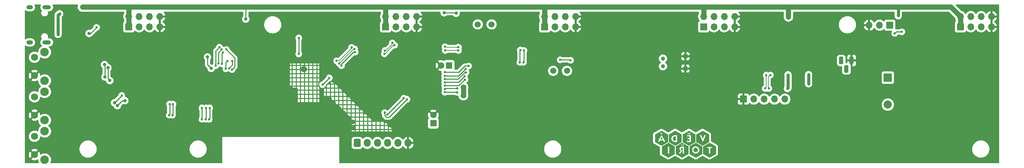
<source format=gbr>
%TF.GenerationSoftware,KiCad,Pcbnew,(6.0.4)*%
%TF.CreationDate,2022-06-05T17:20:23+02:00*%
%TF.ProjectId,Time-O-Mat_MoBo_H01,54696d65-2d4f-42d4-9d61-745f4d6f426f,rev?*%
%TF.SameCoordinates,Original*%
%TF.FileFunction,Copper,L2,Bot*%
%TF.FilePolarity,Positive*%
%FSLAX46Y46*%
G04 Gerber Fmt 4.6, Leading zero omitted, Abs format (unit mm)*
G04 Created by KiCad (PCBNEW (6.0.4)) date 2022-06-05 17:20:23*
%MOMM*%
%LPD*%
G01*
G04 APERTURE LIST*
G04 Aperture macros list*
%AMRoundRect*
0 Rectangle with rounded corners*
0 $1 Rounding radius*
0 $2 $3 $4 $5 $6 $7 $8 $9 X,Y pos of 4 corners*
0 Add a 4 corners polygon primitive as box body*
4,1,4,$2,$3,$4,$5,$6,$7,$8,$9,$2,$3,0*
0 Add four circle primitives for the rounded corners*
1,1,$1+$1,$2,$3*
1,1,$1+$1,$4,$5*
1,1,$1+$1,$6,$7*
1,1,$1+$1,$8,$9*
0 Add four rect primitives between the rounded corners*
20,1,$1+$1,$2,$3,$4,$5,0*
20,1,$1+$1,$4,$5,$6,$7,0*
20,1,$1+$1,$6,$7,$8,$9,0*
20,1,$1+$1,$8,$9,$2,$3,0*%
G04 Aperture macros list end*
%TA.AperFunction,EtchedComponent*%
%ADD10C,0.010000*%
%TD*%
%TA.AperFunction,ComponentPad*%
%ADD11C,2.100000*%
%TD*%
%TA.AperFunction,ComponentPad*%
%ADD12C,1.750000*%
%TD*%
%TA.AperFunction,ComponentPad*%
%ADD13O,1.600000X1.000000*%
%TD*%
%TA.AperFunction,ComponentPad*%
%ADD14O,2.100000X1.000000*%
%TD*%
%TA.AperFunction,ComponentPad*%
%ADD15RoundRect,0.250000X-0.600000X-0.725000X0.600000X-0.725000X0.600000X0.725000X-0.600000X0.725000X0*%
%TD*%
%TA.AperFunction,ComponentPad*%
%ADD16O,1.700000X1.950000*%
%TD*%
%TA.AperFunction,ComponentPad*%
%ADD17R,1.700000X1.700000*%
%TD*%
%TA.AperFunction,ComponentPad*%
%ADD18O,1.700000X1.700000*%
%TD*%
%TA.AperFunction,ComponentPad*%
%ADD19R,1.100000X1.800000*%
%TD*%
%TA.AperFunction,ComponentPad*%
%ADD20RoundRect,0.275000X0.275000X0.625000X-0.275000X0.625000X-0.275000X-0.625000X0.275000X-0.625000X0*%
%TD*%
%TA.AperFunction,ComponentPad*%
%ADD21C,1.000000*%
%TD*%
%TA.AperFunction,ComponentPad*%
%ADD22R,1.000000X1.000000*%
%TD*%
%TA.AperFunction,ComponentPad*%
%ADD23R,1.600000X1.600000*%
%TD*%
%TA.AperFunction,ComponentPad*%
%ADD24C,1.600000*%
%TD*%
%TA.AperFunction,ComponentPad*%
%ADD25R,2.000000X2.000000*%
%TD*%
%TA.AperFunction,ComponentPad*%
%ADD26C,2.000000*%
%TD*%
%TA.AperFunction,ComponentPad*%
%ADD27C,1.500000*%
%TD*%
%TA.AperFunction,ViaPad*%
%ADD28C,0.600000*%
%TD*%
%TA.AperFunction,ViaPad*%
%ADD29C,1.000000*%
%TD*%
%TA.AperFunction,ViaPad*%
%ADD30C,0.800000*%
%TD*%
%TA.AperFunction,ViaPad*%
%ADD31C,1.400000*%
%TD*%
%TA.AperFunction,Conductor*%
%ADD32C,0.254000*%
%TD*%
%TA.AperFunction,Conductor*%
%ADD33C,0.203200*%
%TD*%
%TA.AperFunction,Conductor*%
%ADD34C,0.762000*%
%TD*%
%TA.AperFunction,Conductor*%
%ADD35C,1.270000*%
%TD*%
G04 APERTURE END LIST*
%TO.C,G2*%
G36*
X169973863Y-37160112D02*
G01*
X169972869Y-37160696D01*
X169961592Y-37167277D01*
X169946292Y-37176160D01*
X169929982Y-37185595D01*
X169908350Y-37198082D01*
X169870469Y-37219952D01*
X169839019Y-37238116D01*
X169813342Y-37252953D01*
X169792783Y-37264844D01*
X169776683Y-37274169D01*
X169764387Y-37281307D01*
X169755238Y-37286640D01*
X169748579Y-37290547D01*
X169743752Y-37293409D01*
X169741475Y-37294762D01*
X169729514Y-37301671D01*
X169720206Y-37306766D01*
X169716827Y-37308531D01*
X169712218Y-37311037D01*
X169705768Y-37314664D01*
X169696365Y-37320049D01*
X169682898Y-37327829D01*
X169664253Y-37338641D01*
X169639320Y-37353123D01*
X169627697Y-37359830D01*
X169613651Y-37367789D01*
X169603724Y-37373230D01*
X169599551Y-37375246D01*
X169596127Y-37377015D01*
X169587431Y-37382434D01*
X169575606Y-37390230D01*
X169564837Y-37397115D01*
X169554401Y-37402965D01*
X169548525Y-37405214D01*
X169542310Y-37407438D01*
X169533483Y-37413138D01*
X169525675Y-37418510D01*
X169512466Y-37426643D01*
X169497587Y-37435141D01*
X169483818Y-37442834D01*
X169465056Y-37453519D01*
X169443848Y-37465737D01*
X169422667Y-37478073D01*
X169415725Y-37482128D01*
X169394745Y-37494295D01*
X169368958Y-37509157D01*
X169340229Y-37525646D01*
X169310418Y-37542692D01*
X169281389Y-37559224D01*
X169263034Y-37569679D01*
X169238241Y-37583886D01*
X169216240Y-37596592D01*
X169198195Y-37607119D01*
X169185274Y-37614790D01*
X169178642Y-37618927D01*
X169169444Y-37624645D01*
X169155599Y-37632528D01*
X169140112Y-37640865D01*
X169140102Y-37640870D01*
X169124621Y-37649165D01*
X169110783Y-37656944D01*
X169101581Y-37662523D01*
X169094894Y-37666744D01*
X169081580Y-37674805D01*
X169064234Y-37685113D01*
X169044710Y-37696581D01*
X169024864Y-37708120D01*
X169006549Y-37718643D01*
X168991619Y-37727060D01*
X168955761Y-37747138D01*
X168881559Y-37789728D01*
X168869948Y-37796434D01*
X168855767Y-37804430D01*
X168845639Y-37809897D01*
X168841225Y-37811922D01*
X168838641Y-37813036D01*
X168832207Y-37817857D01*
X168826845Y-37821760D01*
X168815562Y-37828802D01*
X168801902Y-37836568D01*
X168799895Y-37837663D01*
X168786096Y-37845359D01*
X168767532Y-37855892D01*
X168746387Y-37868018D01*
X168724841Y-37880493D01*
X168718626Y-37884105D01*
X168698631Y-37895648D01*
X168680776Y-37905848D01*
X168666810Y-37913707D01*
X168658483Y-37918233D01*
X168652112Y-37921668D01*
X168638569Y-37929437D01*
X168624234Y-37938070D01*
X168615103Y-37943630D01*
X168601778Y-37951459D01*
X168592126Y-37956790D01*
X168588557Y-37958728D01*
X168577625Y-37964956D01*
X168561787Y-37974163D01*
X168542566Y-37985461D01*
X168521487Y-37997961D01*
X168503361Y-38008612D01*
X168481347Y-38020777D01*
X168464296Y-38028742D01*
X168450928Y-38032855D01*
X168439961Y-38033467D01*
X168430115Y-38030925D01*
X168420107Y-38025580D01*
X168416227Y-38023195D01*
X168403992Y-38015896D01*
X168386573Y-38005659D01*
X168365443Y-37993336D01*
X168342075Y-37979776D01*
X168317941Y-37965834D01*
X168294516Y-37952360D01*
X168273270Y-37940207D01*
X168255679Y-37930226D01*
X168243213Y-37923270D01*
X168237880Y-37920308D01*
X168222613Y-37911659D01*
X168202423Y-37900086D01*
X168178942Y-37886536D01*
X168153798Y-37871954D01*
X168128620Y-37857287D01*
X168105039Y-37843479D01*
X168084683Y-37831479D01*
X168069181Y-37822230D01*
X168056984Y-37815044D01*
X168047326Y-37809688D01*
X168042834Y-37807641D01*
X168042812Y-37807639D01*
X168038429Y-37805469D01*
X168027884Y-37799646D01*
X168012364Y-37790840D01*
X167993054Y-37779724D01*
X167971137Y-37766970D01*
X167970450Y-37766568D01*
X167948632Y-37753860D01*
X167929496Y-37742809D01*
X167914214Y-37734084D01*
X167903964Y-37728357D01*
X167899920Y-37726299D01*
X167896504Y-37724529D01*
X167887815Y-37719110D01*
X167875993Y-37711315D01*
X167865236Y-37704409D01*
X167854965Y-37698574D01*
X167849308Y-37696331D01*
X167844563Y-37694575D01*
X167834628Y-37689154D01*
X167822120Y-37681347D01*
X167811080Y-37674170D01*
X167802093Y-37668526D01*
X167798215Y-37666363D01*
X167796048Y-37665309D01*
X167787798Y-37660759D01*
X167774909Y-37653439D01*
X167758988Y-37644256D01*
X167750228Y-37639194D01*
X167730406Y-37627885D01*
X167711750Y-37617410D01*
X167697368Y-37609520D01*
X167686393Y-37603401D01*
X167674376Y-37596117D01*
X167667062Y-37590957D01*
X167662600Y-37587541D01*
X167657177Y-37585021D01*
X167656986Y-37584985D01*
X167651638Y-37582379D01*
X167640266Y-37576131D01*
X167624046Y-37566906D01*
X167604150Y-37555372D01*
X167581752Y-37542196D01*
X167558379Y-37528419D01*
X167535133Y-37514848D01*
X167514362Y-37502849D01*
X167497693Y-37493361D01*
X167486750Y-37487324D01*
X167485604Y-37486713D01*
X167472462Y-37479480D01*
X167454444Y-37469304D01*
X167433772Y-37457449D01*
X167412672Y-37445180D01*
X167409577Y-37443368D01*
X167388881Y-37431294D01*
X167369343Y-37419964D01*
X167353035Y-37410577D01*
X167342033Y-37404333D01*
X167334128Y-37399888D01*
X167322084Y-37393027D01*
X167306441Y-37384035D01*
X167286440Y-37372474D01*
X167261323Y-37357906D01*
X167230332Y-37339891D01*
X167192709Y-37317992D01*
X167189012Y-37315845D01*
X167171088Y-37305584D01*
X167156113Y-37297255D01*
X167145561Y-37291665D01*
X167140907Y-37289623D01*
X167139059Y-37289008D01*
X167131549Y-37284761D01*
X167121126Y-37277806D01*
X167113081Y-37272432D01*
X167097059Y-37262656D01*
X167080883Y-37253637D01*
X167069937Y-37247704D01*
X167058046Y-37240787D01*
X167050916Y-37236044D01*
X167046988Y-37233108D01*
X167040213Y-37229175D01*
X167038583Y-37228412D01*
X167030467Y-37224089D01*
X167017750Y-37217022D01*
X167002373Y-37208281D01*
X166983864Y-37197667D01*
X166958592Y-37183233D01*
X166939304Y-37172321D01*
X166925114Y-37164443D01*
X166915137Y-37159109D01*
X166908490Y-37155830D01*
X166904286Y-37154120D01*
X166903675Y-37153776D01*
X166902860Y-37152652D01*
X166902112Y-37150476D01*
X166901427Y-37146907D01*
X166900804Y-37141603D01*
X166900239Y-37134224D01*
X166899730Y-37124427D01*
X166899273Y-37111872D01*
X166898866Y-37096217D01*
X166898506Y-37077120D01*
X166898190Y-37054240D01*
X166897915Y-37027236D01*
X166897678Y-36995767D01*
X166897477Y-36959490D01*
X166897309Y-36918065D01*
X166897171Y-36871151D01*
X166897059Y-36818405D01*
X166896972Y-36759486D01*
X166896906Y-36694054D01*
X166896858Y-36621766D01*
X166896826Y-36542282D01*
X166896807Y-36455259D01*
X166896797Y-36360357D01*
X166896794Y-36257234D01*
X166896796Y-36184726D01*
X166896803Y-36087347D01*
X166896819Y-35997950D01*
X166896847Y-35916196D01*
X166896890Y-35841743D01*
X166896950Y-35774248D01*
X166896956Y-35769818D01*
X167812958Y-35769818D01*
X168236791Y-35769818D01*
X168236791Y-36441957D01*
X168236797Y-36484189D01*
X168236839Y-36558078D01*
X168236919Y-36629351D01*
X168237034Y-36697551D01*
X168237182Y-36762222D01*
X168237360Y-36822904D01*
X168237568Y-36879142D01*
X168237802Y-36930476D01*
X168238061Y-36976451D01*
X168238342Y-37016608D01*
X168238642Y-37050490D01*
X168238961Y-37077640D01*
X168239295Y-37097599D01*
X168239643Y-37109911D01*
X168240002Y-37114119D01*
X168240004Y-37114119D01*
X168244808Y-37114518D01*
X168257289Y-37115649D01*
X168276603Y-37117433D01*
X168301904Y-37119791D01*
X168332350Y-37122644D01*
X168367094Y-37125913D01*
X168405293Y-37129520D01*
X168446102Y-37133384D01*
X168485810Y-37137128D01*
X168524809Y-37140760D01*
X168560652Y-37144052D01*
X168592445Y-37146925D01*
X168619294Y-37149300D01*
X168640305Y-37151094D01*
X168654581Y-37152230D01*
X168661229Y-37152626D01*
X168673467Y-37152626D01*
X168673467Y-35769818D01*
X169128267Y-35769818D01*
X169125754Y-35760186D01*
X169124464Y-35755401D01*
X169121064Y-35742922D01*
X169115840Y-35723806D01*
X169109030Y-35698921D01*
X169100870Y-35669133D01*
X169091599Y-35635310D01*
X169081453Y-35598318D01*
X169070670Y-35559023D01*
X169018099Y-35367493D01*
X168415529Y-35367442D01*
X167812958Y-35367391D01*
X167812958Y-35769818D01*
X166896956Y-35769818D01*
X166897030Y-35713371D01*
X166897134Y-35658770D01*
X166897264Y-35610103D01*
X166897423Y-35567029D01*
X166897614Y-35529207D01*
X166897839Y-35496294D01*
X166898102Y-35467950D01*
X166898406Y-35443832D01*
X166898752Y-35423600D01*
X166899145Y-35406911D01*
X166899586Y-35393424D01*
X166900080Y-35382799D01*
X166900628Y-35374692D01*
X166901233Y-35368763D01*
X166901899Y-35364670D01*
X166902628Y-35362071D01*
X166903423Y-35360626D01*
X166904286Y-35359992D01*
X166907377Y-35358576D01*
X166917465Y-35353280D01*
X166931739Y-35345364D01*
X166948168Y-35335941D01*
X166985478Y-35314210D01*
X167021750Y-35293103D01*
X167052100Y-35275472D01*
X167077310Y-35260864D01*
X167098164Y-35248828D01*
X167115443Y-35238912D01*
X167129931Y-35230665D01*
X167142410Y-35223635D01*
X167153663Y-35217370D01*
X167155916Y-35216119D01*
X167174474Y-35205633D01*
X167197284Y-35192514D01*
X167221663Y-35178313D01*
X167244930Y-35164580D01*
X167254274Y-35159044D01*
X167272596Y-35148333D01*
X167287643Y-35139731D01*
X167298061Y-35134007D01*
X167302496Y-35131929D01*
X167303637Y-35131612D01*
X167310434Y-35128052D01*
X167320397Y-35121807D01*
X167320415Y-35121796D01*
X167328423Y-35116807D01*
X167342477Y-35108390D01*
X167361186Y-35097349D01*
X167383162Y-35084492D01*
X167407015Y-35070622D01*
X167431355Y-35056547D01*
X167454794Y-35043071D01*
X167475941Y-35031001D01*
X167493408Y-35021141D01*
X167505805Y-35014298D01*
X167528658Y-35001731D01*
X167562813Y-34982317D01*
X167600673Y-34960207D01*
X167640298Y-34936524D01*
X167647250Y-34932340D01*
X167665438Y-34921591D01*
X167680579Y-34912923D01*
X167691255Y-34907135D01*
X167696050Y-34905028D01*
X167700469Y-34903251D01*
X167710093Y-34897833D01*
X167722455Y-34890044D01*
X167733495Y-34882867D01*
X167742482Y-34877223D01*
X167746360Y-34875060D01*
X167748534Y-34873998D01*
X167756787Y-34869429D01*
X167769672Y-34862085D01*
X167785587Y-34852872D01*
X167794458Y-34847731D01*
X167814163Y-34836481D01*
X167832634Y-34826131D01*
X167846802Y-34818411D01*
X167857072Y-34812730D01*
X167870856Y-34804431D01*
X167880558Y-34797788D01*
X167880756Y-34797632D01*
X167889042Y-34791839D01*
X167894248Y-34789437D01*
X167896426Y-34788559D01*
X167905032Y-34784057D01*
X167918839Y-34776384D01*
X167936538Y-34766272D01*
X167956818Y-34754455D01*
X167967396Y-34748250D01*
X167989415Y-34735423D01*
X168009745Y-34723691D01*
X168026492Y-34714142D01*
X168037764Y-34707866D01*
X168039393Y-34706977D01*
X168051019Y-34700459D01*
X168068219Y-34690649D01*
X168089504Y-34678401D01*
X168113384Y-34664574D01*
X168138371Y-34650021D01*
X168142537Y-34647589D01*
X168168088Y-34632700D01*
X168192777Y-34618363D01*
X168214971Y-34605522D01*
X168233040Y-34595122D01*
X168245353Y-34588106D01*
X168247988Y-34586617D01*
X168261875Y-34578699D01*
X168281157Y-34567636D01*
X168304253Y-34554338D01*
X168329584Y-34539713D01*
X168355570Y-34524671D01*
X168366199Y-34518554D01*
X168389914Y-34505236D01*
X168411088Y-34493786D01*
X168428516Y-34484831D01*
X168440995Y-34478998D01*
X168447320Y-34476914D01*
X168447684Y-34476930D01*
X168455735Y-34479517D01*
X168469875Y-34486136D01*
X168489077Y-34496232D01*
X168512318Y-34509246D01*
X168538572Y-34524624D01*
X168566814Y-34541807D01*
X168574674Y-34546541D01*
X168584318Y-34551892D01*
X168589225Y-34553975D01*
X168593043Y-34555544D01*
X168602287Y-34560583D01*
X168614537Y-34567888D01*
X168620039Y-34571281D01*
X168630407Y-34577627D01*
X168640023Y-34583399D01*
X168650528Y-34589552D01*
X168663565Y-34597044D01*
X168680776Y-34606829D01*
X168703803Y-34619864D01*
X168719498Y-34628835D01*
X168739740Y-34640640D01*
X168757708Y-34651363D01*
X168770797Y-34659464D01*
X168781465Y-34666145D01*
X168790946Y-34671709D01*
X168795448Y-34673847D01*
X168795855Y-34673982D01*
X168801742Y-34677025D01*
X168813599Y-34683594D01*
X168830291Y-34693047D01*
X168850684Y-34704744D01*
X168873645Y-34718044D01*
X168897229Y-34731745D01*
X168925767Y-34748278D01*
X168953729Y-34764433D01*
X168978842Y-34778898D01*
X168998834Y-34790360D01*
X169018074Y-34801384D01*
X169042938Y-34815705D01*
X169066863Y-34829556D01*
X169086597Y-34841057D01*
X169096729Y-34846970D01*
X169115243Y-34857661D01*
X169131714Y-34867043D01*
X169143479Y-34873592D01*
X169148272Y-34876253D01*
X169161124Y-34883549D01*
X169179273Y-34893961D01*
X169201433Y-34906749D01*
X169226320Y-34921173D01*
X169252648Y-34936491D01*
X169276661Y-34950477D01*
X169310810Y-34970329D01*
X169345085Y-34990217D01*
X169378546Y-35009595D01*
X169410251Y-35027923D01*
X169439261Y-35044656D01*
X169464634Y-35059251D01*
X169485431Y-35071166D01*
X169500710Y-35079858D01*
X169509531Y-35084783D01*
X169519596Y-35090330D01*
X169536340Y-35099735D01*
X169556509Y-35111187D01*
X169578548Y-35123791D01*
X169600903Y-35136653D01*
X169622021Y-35148878D01*
X169640347Y-35159572D01*
X169654329Y-35167840D01*
X169662411Y-35172788D01*
X169670203Y-35177621D01*
X169685301Y-35186433D01*
X169700941Y-35195080D01*
X169701708Y-35195490D01*
X169709780Y-35199856D01*
X169718435Y-35204650D01*
X169728641Y-35210436D01*
X169741368Y-35217776D01*
X169757585Y-35227231D01*
X169778261Y-35239364D01*
X169804365Y-35254736D01*
X169836867Y-35273911D01*
X169843454Y-35277781D01*
X169865252Y-35290407D01*
X169887553Y-35303111D01*
X169906435Y-35313652D01*
X169907978Y-35314500D01*
X169927174Y-35325231D01*
X169946915Y-35336519D01*
X169963161Y-35346056D01*
X169987777Y-35360829D01*
X169987777Y-37151928D01*
X169973863Y-37160112D01*
G37*
D10*
X169973863Y-37160112D02*
X169972869Y-37160696D01*
X169961592Y-37167277D01*
X169946292Y-37176160D01*
X169929982Y-37185595D01*
X169908350Y-37198082D01*
X169870469Y-37219952D01*
X169839019Y-37238116D01*
X169813342Y-37252953D01*
X169792783Y-37264844D01*
X169776683Y-37274169D01*
X169764387Y-37281307D01*
X169755238Y-37286640D01*
X169748579Y-37290547D01*
X169743752Y-37293409D01*
X169741475Y-37294762D01*
X169729514Y-37301671D01*
X169720206Y-37306766D01*
X169716827Y-37308531D01*
X169712218Y-37311037D01*
X169705768Y-37314664D01*
X169696365Y-37320049D01*
X169682898Y-37327829D01*
X169664253Y-37338641D01*
X169639320Y-37353123D01*
X169627697Y-37359830D01*
X169613651Y-37367789D01*
X169603724Y-37373230D01*
X169599551Y-37375246D01*
X169596127Y-37377015D01*
X169587431Y-37382434D01*
X169575606Y-37390230D01*
X169564837Y-37397115D01*
X169554401Y-37402965D01*
X169548525Y-37405214D01*
X169542310Y-37407438D01*
X169533483Y-37413138D01*
X169525675Y-37418510D01*
X169512466Y-37426643D01*
X169497587Y-37435141D01*
X169483818Y-37442834D01*
X169465056Y-37453519D01*
X169443848Y-37465737D01*
X169422667Y-37478073D01*
X169415725Y-37482128D01*
X169394745Y-37494295D01*
X169368958Y-37509157D01*
X169340229Y-37525646D01*
X169310418Y-37542692D01*
X169281389Y-37559224D01*
X169263034Y-37569679D01*
X169238241Y-37583886D01*
X169216240Y-37596592D01*
X169198195Y-37607119D01*
X169185274Y-37614790D01*
X169178642Y-37618927D01*
X169169444Y-37624645D01*
X169155599Y-37632528D01*
X169140112Y-37640865D01*
X169140102Y-37640870D01*
X169124621Y-37649165D01*
X169110783Y-37656944D01*
X169101581Y-37662523D01*
X169094894Y-37666744D01*
X169081580Y-37674805D01*
X169064234Y-37685113D01*
X169044710Y-37696581D01*
X169024864Y-37708120D01*
X169006549Y-37718643D01*
X168991619Y-37727060D01*
X168955761Y-37747138D01*
X168881559Y-37789728D01*
X168869948Y-37796434D01*
X168855767Y-37804430D01*
X168845639Y-37809897D01*
X168841225Y-37811922D01*
X168838641Y-37813036D01*
X168832207Y-37817857D01*
X168826845Y-37821760D01*
X168815562Y-37828802D01*
X168801902Y-37836568D01*
X168799895Y-37837663D01*
X168786096Y-37845359D01*
X168767532Y-37855892D01*
X168746387Y-37868018D01*
X168724841Y-37880493D01*
X168718626Y-37884105D01*
X168698631Y-37895648D01*
X168680776Y-37905848D01*
X168666810Y-37913707D01*
X168658483Y-37918233D01*
X168652112Y-37921668D01*
X168638569Y-37929437D01*
X168624234Y-37938070D01*
X168615103Y-37943630D01*
X168601778Y-37951459D01*
X168592126Y-37956790D01*
X168588557Y-37958728D01*
X168577625Y-37964956D01*
X168561787Y-37974163D01*
X168542566Y-37985461D01*
X168521487Y-37997961D01*
X168503361Y-38008612D01*
X168481347Y-38020777D01*
X168464296Y-38028742D01*
X168450928Y-38032855D01*
X168439961Y-38033467D01*
X168430115Y-38030925D01*
X168420107Y-38025580D01*
X168416227Y-38023195D01*
X168403992Y-38015896D01*
X168386573Y-38005659D01*
X168365443Y-37993336D01*
X168342075Y-37979776D01*
X168317941Y-37965834D01*
X168294516Y-37952360D01*
X168273270Y-37940207D01*
X168255679Y-37930226D01*
X168243213Y-37923270D01*
X168237880Y-37920308D01*
X168222613Y-37911659D01*
X168202423Y-37900086D01*
X168178942Y-37886536D01*
X168153798Y-37871954D01*
X168128620Y-37857287D01*
X168105039Y-37843479D01*
X168084683Y-37831479D01*
X168069181Y-37822230D01*
X168056984Y-37815044D01*
X168047326Y-37809688D01*
X168042834Y-37807641D01*
X168042812Y-37807639D01*
X168038429Y-37805469D01*
X168027884Y-37799646D01*
X168012364Y-37790840D01*
X167993054Y-37779724D01*
X167971137Y-37766970D01*
X167970450Y-37766568D01*
X167948632Y-37753860D01*
X167929496Y-37742809D01*
X167914214Y-37734084D01*
X167903964Y-37728357D01*
X167899920Y-37726299D01*
X167896504Y-37724529D01*
X167887815Y-37719110D01*
X167875993Y-37711315D01*
X167865236Y-37704409D01*
X167854965Y-37698574D01*
X167849308Y-37696331D01*
X167844563Y-37694575D01*
X167834628Y-37689154D01*
X167822120Y-37681347D01*
X167811080Y-37674170D01*
X167802093Y-37668526D01*
X167798215Y-37666363D01*
X167796048Y-37665309D01*
X167787798Y-37660759D01*
X167774909Y-37653439D01*
X167758988Y-37644256D01*
X167750228Y-37639194D01*
X167730406Y-37627885D01*
X167711750Y-37617410D01*
X167697368Y-37609520D01*
X167686393Y-37603401D01*
X167674376Y-37596117D01*
X167667062Y-37590957D01*
X167662600Y-37587541D01*
X167657177Y-37585021D01*
X167656986Y-37584985D01*
X167651638Y-37582379D01*
X167640266Y-37576131D01*
X167624046Y-37566906D01*
X167604150Y-37555372D01*
X167581752Y-37542196D01*
X167558379Y-37528419D01*
X167535133Y-37514848D01*
X167514362Y-37502849D01*
X167497693Y-37493361D01*
X167486750Y-37487324D01*
X167485604Y-37486713D01*
X167472462Y-37479480D01*
X167454444Y-37469304D01*
X167433772Y-37457449D01*
X167412672Y-37445180D01*
X167409577Y-37443368D01*
X167388881Y-37431294D01*
X167369343Y-37419964D01*
X167353035Y-37410577D01*
X167342033Y-37404333D01*
X167334128Y-37399888D01*
X167322084Y-37393027D01*
X167306441Y-37384035D01*
X167286440Y-37372474D01*
X167261323Y-37357906D01*
X167230332Y-37339891D01*
X167192709Y-37317992D01*
X167189012Y-37315845D01*
X167171088Y-37305584D01*
X167156113Y-37297255D01*
X167145561Y-37291665D01*
X167140907Y-37289623D01*
X167139059Y-37289008D01*
X167131549Y-37284761D01*
X167121126Y-37277806D01*
X167113081Y-37272432D01*
X167097059Y-37262656D01*
X167080883Y-37253637D01*
X167069937Y-37247704D01*
X167058046Y-37240787D01*
X167050916Y-37236044D01*
X167046988Y-37233108D01*
X167040213Y-37229175D01*
X167038583Y-37228412D01*
X167030467Y-37224089D01*
X167017750Y-37217022D01*
X167002373Y-37208281D01*
X166983864Y-37197667D01*
X166958592Y-37183233D01*
X166939304Y-37172321D01*
X166925114Y-37164443D01*
X166915137Y-37159109D01*
X166908490Y-37155830D01*
X166904286Y-37154120D01*
X166903675Y-37153776D01*
X166902860Y-37152652D01*
X166902112Y-37150476D01*
X166901427Y-37146907D01*
X166900804Y-37141603D01*
X166900239Y-37134224D01*
X166899730Y-37124427D01*
X166899273Y-37111872D01*
X166898866Y-37096217D01*
X166898506Y-37077120D01*
X166898190Y-37054240D01*
X166897915Y-37027236D01*
X166897678Y-36995767D01*
X166897477Y-36959490D01*
X166897309Y-36918065D01*
X166897171Y-36871151D01*
X166897059Y-36818405D01*
X166896972Y-36759486D01*
X166896906Y-36694054D01*
X166896858Y-36621766D01*
X166896826Y-36542282D01*
X166896807Y-36455259D01*
X166896797Y-36360357D01*
X166896794Y-36257234D01*
X166896796Y-36184726D01*
X166896803Y-36087347D01*
X166896819Y-35997950D01*
X166896847Y-35916196D01*
X166896890Y-35841743D01*
X166896950Y-35774248D01*
X166896956Y-35769818D01*
X167812958Y-35769818D01*
X168236791Y-35769818D01*
X168236791Y-36441957D01*
X168236797Y-36484189D01*
X168236839Y-36558078D01*
X168236919Y-36629351D01*
X168237034Y-36697551D01*
X168237182Y-36762222D01*
X168237360Y-36822904D01*
X168237568Y-36879142D01*
X168237802Y-36930476D01*
X168238061Y-36976451D01*
X168238342Y-37016608D01*
X168238642Y-37050490D01*
X168238961Y-37077640D01*
X168239295Y-37097599D01*
X168239643Y-37109911D01*
X168240002Y-37114119D01*
X168240004Y-37114119D01*
X168244808Y-37114518D01*
X168257289Y-37115649D01*
X168276603Y-37117433D01*
X168301904Y-37119791D01*
X168332350Y-37122644D01*
X168367094Y-37125913D01*
X168405293Y-37129520D01*
X168446102Y-37133384D01*
X168485810Y-37137128D01*
X168524809Y-37140760D01*
X168560652Y-37144052D01*
X168592445Y-37146925D01*
X168619294Y-37149300D01*
X168640305Y-37151094D01*
X168654581Y-37152230D01*
X168661229Y-37152626D01*
X168673467Y-37152626D01*
X168673467Y-35769818D01*
X169128267Y-35769818D01*
X169125754Y-35760186D01*
X169124464Y-35755401D01*
X169121064Y-35742922D01*
X169115840Y-35723806D01*
X169109030Y-35698921D01*
X169100870Y-35669133D01*
X169091599Y-35635310D01*
X169081453Y-35598318D01*
X169070670Y-35559023D01*
X169018099Y-35367493D01*
X168415529Y-35367442D01*
X167812958Y-35367391D01*
X167812958Y-35769818D01*
X166896956Y-35769818D01*
X166897030Y-35713371D01*
X166897134Y-35658770D01*
X166897264Y-35610103D01*
X166897423Y-35567029D01*
X166897614Y-35529207D01*
X166897839Y-35496294D01*
X166898102Y-35467950D01*
X166898406Y-35443832D01*
X166898752Y-35423600D01*
X166899145Y-35406911D01*
X166899586Y-35393424D01*
X166900080Y-35382799D01*
X166900628Y-35374692D01*
X166901233Y-35368763D01*
X166901899Y-35364670D01*
X166902628Y-35362071D01*
X166903423Y-35360626D01*
X166904286Y-35359992D01*
X166907377Y-35358576D01*
X166917465Y-35353280D01*
X166931739Y-35345364D01*
X166948168Y-35335941D01*
X166985478Y-35314210D01*
X167021750Y-35293103D01*
X167052100Y-35275472D01*
X167077310Y-35260864D01*
X167098164Y-35248828D01*
X167115443Y-35238912D01*
X167129931Y-35230665D01*
X167142410Y-35223635D01*
X167153663Y-35217370D01*
X167155916Y-35216119D01*
X167174474Y-35205633D01*
X167197284Y-35192514D01*
X167221663Y-35178313D01*
X167244930Y-35164580D01*
X167254274Y-35159044D01*
X167272596Y-35148333D01*
X167287643Y-35139731D01*
X167298061Y-35134007D01*
X167302496Y-35131929D01*
X167303637Y-35131612D01*
X167310434Y-35128052D01*
X167320397Y-35121807D01*
X167320415Y-35121796D01*
X167328423Y-35116807D01*
X167342477Y-35108390D01*
X167361186Y-35097349D01*
X167383162Y-35084492D01*
X167407015Y-35070622D01*
X167431355Y-35056547D01*
X167454794Y-35043071D01*
X167475941Y-35031001D01*
X167493408Y-35021141D01*
X167505805Y-35014298D01*
X167528658Y-35001731D01*
X167562813Y-34982317D01*
X167600673Y-34960207D01*
X167640298Y-34936524D01*
X167647250Y-34932340D01*
X167665438Y-34921591D01*
X167680579Y-34912923D01*
X167691255Y-34907135D01*
X167696050Y-34905028D01*
X167700469Y-34903251D01*
X167710093Y-34897833D01*
X167722455Y-34890044D01*
X167733495Y-34882867D01*
X167742482Y-34877223D01*
X167746360Y-34875060D01*
X167748534Y-34873998D01*
X167756787Y-34869429D01*
X167769672Y-34862085D01*
X167785587Y-34852872D01*
X167794458Y-34847731D01*
X167814163Y-34836481D01*
X167832634Y-34826131D01*
X167846802Y-34818411D01*
X167857072Y-34812730D01*
X167870856Y-34804431D01*
X167880558Y-34797788D01*
X167880756Y-34797632D01*
X167889042Y-34791839D01*
X167894248Y-34789437D01*
X167896426Y-34788559D01*
X167905032Y-34784057D01*
X167918839Y-34776384D01*
X167936538Y-34766272D01*
X167956818Y-34754455D01*
X167967396Y-34748250D01*
X167989415Y-34735423D01*
X168009745Y-34723691D01*
X168026492Y-34714142D01*
X168037764Y-34707866D01*
X168039393Y-34706977D01*
X168051019Y-34700459D01*
X168068219Y-34690649D01*
X168089504Y-34678401D01*
X168113384Y-34664574D01*
X168138371Y-34650021D01*
X168142537Y-34647589D01*
X168168088Y-34632700D01*
X168192777Y-34618363D01*
X168214971Y-34605522D01*
X168233040Y-34595122D01*
X168245353Y-34588106D01*
X168247988Y-34586617D01*
X168261875Y-34578699D01*
X168281157Y-34567636D01*
X168304253Y-34554338D01*
X168329584Y-34539713D01*
X168355570Y-34524671D01*
X168366199Y-34518554D01*
X168389914Y-34505236D01*
X168411088Y-34493786D01*
X168428516Y-34484831D01*
X168440995Y-34478998D01*
X168447320Y-34476914D01*
X168447684Y-34476930D01*
X168455735Y-34479517D01*
X168469875Y-34486136D01*
X168489077Y-34496232D01*
X168512318Y-34509246D01*
X168538572Y-34524624D01*
X168566814Y-34541807D01*
X168574674Y-34546541D01*
X168584318Y-34551892D01*
X168589225Y-34553975D01*
X168593043Y-34555544D01*
X168602287Y-34560583D01*
X168614537Y-34567888D01*
X168620039Y-34571281D01*
X168630407Y-34577627D01*
X168640023Y-34583399D01*
X168650528Y-34589552D01*
X168663565Y-34597044D01*
X168680776Y-34606829D01*
X168703803Y-34619864D01*
X168719498Y-34628835D01*
X168739740Y-34640640D01*
X168757708Y-34651363D01*
X168770797Y-34659464D01*
X168781465Y-34666145D01*
X168790946Y-34671709D01*
X168795448Y-34673847D01*
X168795855Y-34673982D01*
X168801742Y-34677025D01*
X168813599Y-34683594D01*
X168830291Y-34693047D01*
X168850684Y-34704744D01*
X168873645Y-34718044D01*
X168897229Y-34731745D01*
X168925767Y-34748278D01*
X168953729Y-34764433D01*
X168978842Y-34778898D01*
X168998834Y-34790360D01*
X169018074Y-34801384D01*
X169042938Y-34815705D01*
X169066863Y-34829556D01*
X169086597Y-34841057D01*
X169096729Y-34846970D01*
X169115243Y-34857661D01*
X169131714Y-34867043D01*
X169143479Y-34873592D01*
X169148272Y-34876253D01*
X169161124Y-34883549D01*
X169179273Y-34893961D01*
X169201433Y-34906749D01*
X169226320Y-34921173D01*
X169252648Y-34936491D01*
X169276661Y-34950477D01*
X169310810Y-34970329D01*
X169345085Y-34990217D01*
X169378546Y-35009595D01*
X169410251Y-35027923D01*
X169439261Y-35044656D01*
X169464634Y-35059251D01*
X169485431Y-35071166D01*
X169500710Y-35079858D01*
X169509531Y-35084783D01*
X169519596Y-35090330D01*
X169536340Y-35099735D01*
X169556509Y-35111187D01*
X169578548Y-35123791D01*
X169600903Y-35136653D01*
X169622021Y-35148878D01*
X169640347Y-35159572D01*
X169654329Y-35167840D01*
X169662411Y-35172788D01*
X169670203Y-35177621D01*
X169685301Y-35186433D01*
X169700941Y-35195080D01*
X169701708Y-35195490D01*
X169709780Y-35199856D01*
X169718435Y-35204650D01*
X169728641Y-35210436D01*
X169741368Y-35217776D01*
X169757585Y-35227231D01*
X169778261Y-35239364D01*
X169804365Y-35254736D01*
X169836867Y-35273911D01*
X169843454Y-35277781D01*
X169865252Y-35290407D01*
X169887553Y-35303111D01*
X169906435Y-35313652D01*
X169907978Y-35314500D01*
X169927174Y-35325231D01*
X169946915Y-35336519D01*
X169963161Y-35346056D01*
X169987777Y-35360829D01*
X169987777Y-37151928D01*
X169973863Y-37160112D01*
G36*
X166618519Y-36332012D02*
G01*
X166618512Y-36429274D01*
X166618495Y-36518561D01*
X166618467Y-36600216D01*
X166618424Y-36674578D01*
X166618364Y-36741990D01*
X166618283Y-36802792D01*
X166618178Y-36857325D01*
X166618048Y-36905931D01*
X166617889Y-36948950D01*
X166617698Y-36986723D01*
X166617472Y-37019592D01*
X166617209Y-37047898D01*
X166616905Y-37071981D01*
X166616559Y-37092183D01*
X166616166Y-37108845D01*
X166615725Y-37122307D01*
X166615231Y-37132912D01*
X166614684Y-37141000D01*
X166614079Y-37146912D01*
X166613414Y-37150989D01*
X166612685Y-37153572D01*
X166611891Y-37155003D01*
X166611028Y-37155622D01*
X166608263Y-37156820D01*
X166598303Y-37162159D01*
X166586412Y-37169401D01*
X166581012Y-37172792D01*
X166564861Y-37182325D01*
X166548952Y-37191067D01*
X166541028Y-37195465D01*
X166532093Y-37201326D01*
X166528617Y-37204981D01*
X166527155Y-37206850D01*
X166520360Y-37208281D01*
X166515444Y-37209047D01*
X166506446Y-37213910D01*
X166500475Y-37218410D01*
X166489165Y-37225550D01*
X166475273Y-37233524D01*
X166462166Y-37240844D01*
X166448360Y-37248839D01*
X166438884Y-37254652D01*
X166431619Y-37259071D01*
X166418276Y-37266574D01*
X166403393Y-37274489D01*
X166391463Y-37281064D01*
X166382288Y-37287007D01*
X166378777Y-37290543D01*
X166377554Y-37292354D01*
X166371071Y-37293904D01*
X166366819Y-37294537D01*
X166358048Y-37299255D01*
X166355586Y-37301448D01*
X166351364Y-37304471D01*
X166344583Y-37308707D01*
X166334252Y-37314731D01*
X166319380Y-37323122D01*
X166298973Y-37334457D01*
X166272040Y-37349313D01*
X166264017Y-37353826D01*
X166250403Y-37361994D01*
X166241005Y-37368346D01*
X166237499Y-37371789D01*
X166236571Y-37373506D01*
X166230518Y-37375246D01*
X166225475Y-37376712D01*
X166215033Y-37382152D01*
X166202681Y-37390230D01*
X166193056Y-37396771D01*
X166182626Y-37402915D01*
X166176483Y-37405335D01*
X166174239Y-37406019D01*
X166165745Y-37410298D01*
X166153460Y-37417385D01*
X166139530Y-37425978D01*
X166126102Y-37434774D01*
X166115319Y-37442470D01*
X166113889Y-37443459D01*
X166106111Y-37446813D01*
X166103179Y-37447957D01*
X166094240Y-37452825D01*
X166082732Y-37460007D01*
X166076703Y-37463819D01*
X166062282Y-37472018D01*
X166050199Y-37477792D01*
X166048604Y-37478450D01*
X166039854Y-37483150D01*
X166036285Y-37487075D01*
X166036058Y-37488218D01*
X166031494Y-37490836D01*
X166030706Y-37490946D01*
X166023541Y-37493913D01*
X166012261Y-37499890D01*
X165999206Y-37507478D01*
X165986716Y-37515279D01*
X165977128Y-37521896D01*
X165972782Y-37525930D01*
X165971647Y-37527344D01*
X165965198Y-37529367D01*
X165965084Y-37529369D01*
X165958166Y-37531722D01*
X165947471Y-37537326D01*
X165935869Y-37544429D01*
X165926225Y-37551279D01*
X165921408Y-37556124D01*
X165919607Y-37557767D01*
X165912431Y-37559335D01*
X165904645Y-37561618D01*
X165895154Y-37567770D01*
X165886384Y-37574095D01*
X165876305Y-37579068D01*
X165870060Y-37581762D01*
X165858158Y-37588150D01*
X165844621Y-37596319D01*
X165833766Y-37602941D01*
X165823449Y-37608552D01*
X165817864Y-37610708D01*
X165816951Y-37610785D01*
X165813600Y-37613919D01*
X165811694Y-37616154D01*
X165803915Y-37621326D01*
X165792194Y-37627605D01*
X165783469Y-37632190D01*
X165774380Y-37637901D01*
X165770855Y-37641519D01*
X165770116Y-37643109D01*
X165764375Y-37644957D01*
X165757759Y-37646259D01*
X165744732Y-37652671D01*
X165730718Y-37663103D01*
X165723631Y-37668249D01*
X165713375Y-37673242D01*
X165707674Y-37675504D01*
X165698075Y-37681340D01*
X165697314Y-37681938D01*
X165689428Y-37687091D01*
X165676766Y-37694566D01*
X165661686Y-37702965D01*
X165657975Y-37704996D01*
X165644363Y-37712842D01*
X165634492Y-37719163D01*
X165630291Y-37722744D01*
X165628904Y-37724361D01*
X165622172Y-37726299D01*
X165616580Y-37727975D01*
X165605784Y-37733403D01*
X165592905Y-37741283D01*
X165581898Y-37748290D01*
X165571816Y-37754054D01*
X165566468Y-37756267D01*
X165564222Y-37756994D01*
X165556308Y-37761581D01*
X165545787Y-37768991D01*
X165540020Y-37773158D01*
X165530143Y-37779347D01*
X165524099Y-37781835D01*
X165519531Y-37783517D01*
X165509708Y-37788995D01*
X165497446Y-37796938D01*
X165487057Y-37803702D01*
X165476574Y-37809637D01*
X165470545Y-37811922D01*
X165466453Y-37812998D01*
X165458669Y-37818005D01*
X165454022Y-37821422D01*
X165442954Y-37828129D01*
X165429434Y-37835355D01*
X165419586Y-37840617D01*
X165410474Y-37846344D01*
X165406958Y-37849817D01*
X165406853Y-37850244D01*
X165402209Y-37853918D01*
X165392807Y-37858130D01*
X165380162Y-37864251D01*
X165369261Y-37872000D01*
X165368912Y-37872323D01*
X165362511Y-37877422D01*
X165359865Y-37877922D01*
X165359098Y-37877089D01*
X165354514Y-37879440D01*
X165349630Y-37882729D01*
X165338953Y-37889079D01*
X165325616Y-37896508D01*
X165323303Y-37897759D01*
X165298645Y-37911215D01*
X165280787Y-37921251D01*
X165268966Y-37928305D01*
X165262419Y-37932816D01*
X165257485Y-37936342D01*
X165245584Y-37943598D01*
X165232357Y-37950787D01*
X165221799Y-37955661D01*
X165217765Y-37957817D01*
X165214307Y-37962514D01*
X165214111Y-37963672D01*
X165210529Y-37964213D01*
X165204921Y-37964877D01*
X165196615Y-37969804D01*
X165190347Y-37974120D01*
X165177496Y-37981783D01*
X165162933Y-37989572D01*
X165152023Y-37995295D01*
X165141954Y-38001139D01*
X165137246Y-38004644D01*
X165133553Y-38007638D01*
X165124201Y-38013614D01*
X165111559Y-38020926D01*
X165100062Y-38026862D01*
X165083742Y-38032585D01*
X165068670Y-38033044D01*
X165052263Y-38028136D01*
X165031937Y-38017759D01*
X165014263Y-38007840D01*
X164994043Y-37996696D01*
X164976703Y-37987330D01*
X164963555Y-37980076D01*
X164953501Y-37974020D01*
X164948876Y-37970558D01*
X164948083Y-37969815D01*
X164941352Y-37965476D01*
X164929558Y-37958781D01*
X164914627Y-37950839D01*
X164909272Y-37948050D01*
X164895207Y-37940492D01*
X164884934Y-37934628D01*
X164880378Y-37931543D01*
X164879108Y-37930530D01*
X164871688Y-37925948D01*
X164859370Y-37918949D01*
X164843988Y-37910590D01*
X164836551Y-37906589D01*
X164822369Y-37898724D01*
X164812106Y-37892704D01*
X164807598Y-37889590D01*
X164807590Y-37889580D01*
X164800734Y-37884057D01*
X164786582Y-37875860D01*
X164764787Y-37864787D01*
X164753961Y-37859202D01*
X164744178Y-37853451D01*
X164739887Y-37849942D01*
X164739767Y-37849733D01*
X164734840Y-37845965D01*
X164724475Y-37839805D01*
X164710715Y-37832475D01*
X164700205Y-37827130D01*
X164682581Y-37818106D01*
X164670777Y-37811919D01*
X164663540Y-37807887D01*
X164659618Y-37805326D01*
X164657759Y-37803551D01*
X164654304Y-37801020D01*
X164645041Y-37795578D01*
X164632415Y-37788806D01*
X164621909Y-37783103D01*
X164610154Y-37775982D01*
X164603211Y-37770829D01*
X164598945Y-37767745D01*
X164588955Y-37764829D01*
X164584273Y-37764123D01*
X164580698Y-37760848D01*
X164579154Y-37758577D01*
X164571776Y-37753202D01*
X164560363Y-37746939D01*
X164552801Y-37742998D01*
X164542212Y-37736494D01*
X164536604Y-37731654D01*
X164534703Y-37729517D01*
X164526790Y-37726299D01*
X164523821Y-37725939D01*
X164515230Y-37721958D01*
X164513372Y-37720439D01*
X164502041Y-37712260D01*
X164489519Y-37704463D01*
X164478492Y-37698627D01*
X164471645Y-37696331D01*
X164467412Y-37695327D01*
X164459544Y-37690156D01*
X164453598Y-37685608D01*
X164442151Y-37678370D01*
X164428200Y-37670456D01*
X164415499Y-37663384D01*
X164403608Y-37656251D01*
X164396609Y-37651425D01*
X164390025Y-37647005D01*
X164378133Y-37640212D01*
X164363742Y-37632690D01*
X164363695Y-37632667D01*
X164350024Y-37625412D01*
X164339570Y-37619097D01*
X164334592Y-37615085D01*
X164331804Y-37612721D01*
X164323577Y-37610708D01*
X164318850Y-37610103D01*
X164315267Y-37607321D01*
X164312192Y-37604137D01*
X164303308Y-37598390D01*
X164290651Y-37591524D01*
X164279394Y-37585545D01*
X164262697Y-37575815D01*
X164249338Y-37567083D01*
X164243850Y-37563281D01*
X164234190Y-37557379D01*
X164228553Y-37555053D01*
X164225563Y-37554084D01*
X164216835Y-37549425D01*
X164205434Y-37542210D01*
X164197929Y-37537430D01*
X164187215Y-37531630D01*
X164180554Y-37529367D01*
X164178204Y-37529111D01*
X164173276Y-37526034D01*
X164173231Y-37525949D01*
X164168822Y-37522455D01*
X164158844Y-37515951D01*
X164145123Y-37507508D01*
X164129481Y-37498198D01*
X164113743Y-37489092D01*
X164099733Y-37481262D01*
X164089275Y-37475778D01*
X164084192Y-37473712D01*
X164081901Y-37472857D01*
X164074052Y-37468208D01*
X164063360Y-37460868D01*
X164056906Y-37456477D01*
X164046194Y-37450406D01*
X164039171Y-37448025D01*
X164036196Y-37447650D01*
X164032712Y-37444713D01*
X164032591Y-37444349D01*
X164027866Y-37440440D01*
X164017643Y-37434214D01*
X164003815Y-37426839D01*
X164001401Y-37425618D01*
X163987619Y-37418450D01*
X163977389Y-37412806D01*
X163972776Y-37409816D01*
X163966249Y-37404676D01*
X163953537Y-37397386D01*
X163937457Y-37389786D01*
X163933853Y-37388137D01*
X163924962Y-37382982D01*
X163921403Y-37379062D01*
X163920903Y-37377513D01*
X163915636Y-37375246D01*
X163908855Y-37372835D01*
X163899997Y-37366683D01*
X163891940Y-37360687D01*
X163886154Y-37358121D01*
X163881915Y-37356536D01*
X163872331Y-37351314D01*
X163860052Y-37343710D01*
X163847058Y-37335653D01*
X163828199Y-37324729D01*
X163810093Y-37314918D01*
X163808891Y-37314293D01*
X163794916Y-37306517D01*
X163784151Y-37299638D01*
X163778842Y-37295080D01*
X163776767Y-37292773D01*
X163768760Y-37289623D01*
X163764960Y-37288714D01*
X163755039Y-37284059D01*
X163743071Y-37276779D01*
X163735511Y-37271817D01*
X163726141Y-37266144D01*
X163721382Y-37263936D01*
X163718596Y-37262845D01*
X163711964Y-37258037D01*
X163711229Y-37257437D01*
X163703224Y-37252102D01*
X163690441Y-37244523D01*
X163675283Y-37236136D01*
X163673215Y-37235024D01*
X163657479Y-37226203D01*
X163643859Y-37218001D01*
X163635105Y-37212067D01*
X163626592Y-37206453D01*
X163619999Y-37204000D01*
X163618085Y-37203593D01*
X163609886Y-37199741D01*
X163599170Y-37193143D01*
X163594174Y-37189921D01*
X163586247Y-37185774D01*
X163583062Y-37185651D01*
X163582072Y-37186138D01*
X163578569Y-37181524D01*
X163574811Y-37177425D01*
X163565855Y-37174032D01*
X163561088Y-37173384D01*
X163557506Y-37170438D01*
X163554774Y-37166989D01*
X163547020Y-37161885D01*
X163537537Y-37157296D01*
X163529678Y-37155072D01*
X163529367Y-37153793D01*
X163528822Y-37144841D01*
X163528318Y-37127354D01*
X163527853Y-37101351D01*
X163527428Y-37066849D01*
X163527043Y-37023866D01*
X163526699Y-36972420D01*
X163526394Y-36912529D01*
X163526130Y-36844211D01*
X163525907Y-36767484D01*
X163525724Y-36682365D01*
X163525581Y-36588873D01*
X163525577Y-36585114D01*
X164161146Y-36585114D01*
X164186997Y-36630197D01*
X164204630Y-36659765D01*
X164255662Y-36734207D01*
X164312578Y-36802533D01*
X164375126Y-36864568D01*
X164443056Y-36920140D01*
X164516120Y-36969073D01*
X164594065Y-37011193D01*
X164676642Y-37046326D01*
X164763601Y-37074298D01*
X164854691Y-37094935D01*
X164875523Y-37097842D01*
X164904424Y-37100387D01*
X164938246Y-37102306D01*
X164975110Y-37103572D01*
X165013140Y-37104156D01*
X165050460Y-37104031D01*
X165085192Y-37103170D01*
X165115460Y-37101544D01*
X165139387Y-37099127D01*
X165186419Y-37091375D01*
X165273564Y-37070680D01*
X165357478Y-37042421D01*
X165437732Y-37006907D01*
X165513895Y-36964447D01*
X165585537Y-36915349D01*
X165652229Y-36859922D01*
X165713541Y-36798474D01*
X165769042Y-36731314D01*
X165818304Y-36658752D01*
X165860895Y-36581094D01*
X165872510Y-36556549D01*
X165902042Y-36484587D01*
X165924348Y-36412915D01*
X165939809Y-36339865D01*
X165948806Y-36263765D01*
X165951721Y-36182948D01*
X165951360Y-36154261D01*
X165945841Y-36071378D01*
X165933421Y-35992318D01*
X165913780Y-35915747D01*
X165886599Y-35840330D01*
X165851558Y-35764732D01*
X165833336Y-35731028D01*
X165786902Y-35657821D01*
X165733923Y-35589667D01*
X165674882Y-35526900D01*
X165610261Y-35469855D01*
X165540543Y-35418866D01*
X165466211Y-35374268D01*
X165387747Y-35336394D01*
X165305634Y-35305579D01*
X165220355Y-35282159D01*
X165132392Y-35266466D01*
X165107544Y-35263949D01*
X165072959Y-35262004D01*
X165034387Y-35261100D01*
X164993913Y-35261202D01*
X164953622Y-35262278D01*
X164915598Y-35264292D01*
X164881926Y-35267212D01*
X164854691Y-35271002D01*
X164819527Y-35277955D01*
X164730144Y-35301313D01*
X164644926Y-35331971D01*
X164564135Y-35369748D01*
X164488032Y-35414461D01*
X164416879Y-35465929D01*
X164350937Y-35523968D01*
X164290469Y-35588398D01*
X164235735Y-35659036D01*
X164186997Y-35735700D01*
X164161146Y-35780783D01*
X164161146Y-36585114D01*
X163525577Y-36585114D01*
X163525479Y-36487025D01*
X163525418Y-36376840D01*
X163525397Y-36258335D01*
X163525398Y-36161215D01*
X163525402Y-36065871D01*
X163525413Y-35978423D01*
X163525434Y-35898528D01*
X163525468Y-35825843D01*
X163525518Y-35760023D01*
X163525589Y-35700726D01*
X163525682Y-35647608D01*
X163525802Y-35600326D01*
X163525951Y-35558537D01*
X163526134Y-35521896D01*
X163526352Y-35490061D01*
X163526609Y-35462689D01*
X163526910Y-35439435D01*
X163527256Y-35419957D01*
X163527651Y-35403911D01*
X163528099Y-35390953D01*
X163528602Y-35380741D01*
X163529165Y-35372931D01*
X163529789Y-35367180D01*
X163530479Y-35363144D01*
X163531238Y-35360479D01*
X163532069Y-35358843D01*
X163532975Y-35357892D01*
X163533960Y-35357283D01*
X163536748Y-35355727D01*
X163547340Y-35349480D01*
X163559646Y-35341917D01*
X163563396Y-35339613D01*
X163578317Y-35331070D01*
X163591755Y-35324150D01*
X163592653Y-35323722D01*
X163605851Y-35316197D01*
X163617026Y-35308010D01*
X163626536Y-35301611D01*
X163635221Y-35298893D01*
X163639568Y-35298269D01*
X163643129Y-35295131D01*
X163643176Y-35294793D01*
X163647420Y-35290593D01*
X163656438Y-35285856D01*
X163658930Y-35284749D01*
X163670524Y-35278852D01*
X163685913Y-35270353D01*
X163702461Y-35260694D01*
X163707159Y-35257884D01*
X163724326Y-35247783D01*
X163739982Y-35238800D01*
X163751227Y-35232606D01*
X163755221Y-35230402D01*
X163763844Y-35224705D01*
X163767282Y-35220859D01*
X163767900Y-35219417D01*
X163773419Y-35217551D01*
X163777489Y-35216443D01*
X163787347Y-35211855D01*
X163799730Y-35205076D01*
X163812085Y-35197598D01*
X163821861Y-35190913D01*
X163826504Y-35186513D01*
X163828638Y-35184753D01*
X163836137Y-35183302D01*
X163840766Y-35182674D01*
X163844342Y-35179721D01*
X163847385Y-35176503D01*
X163856273Y-35170779D01*
X163868959Y-35164014D01*
X163880529Y-35158073D01*
X163895466Y-35149777D01*
X163906419Y-35142979D01*
X163914285Y-35137930D01*
X163928521Y-35129587D01*
X163943864Y-35121226D01*
X163955815Y-35114581D01*
X163964971Y-35108645D01*
X163968480Y-35105171D01*
X163969973Y-35103346D01*
X163976805Y-35101961D01*
X163981725Y-35101264D01*
X163987811Y-35097598D01*
X163990973Y-35094756D01*
X164000159Y-35088889D01*
X164012680Y-35082126D01*
X164022053Y-35077247D01*
X164033989Y-35070470D01*
X164041275Y-35065605D01*
X164042013Y-35065024D01*
X164049887Y-35059909D01*
X164062560Y-35052502D01*
X164077664Y-35044197D01*
X164081240Y-35042274D01*
X164095038Y-35034555D01*
X164105212Y-35028396D01*
X164109773Y-35024986D01*
X164113374Y-35022259D01*
X164121948Y-35018639D01*
X164126135Y-35016979D01*
X164137651Y-35010981D01*
X164150396Y-35003078D01*
X164157308Y-34998626D01*
X164167515Y-34992894D01*
X164173540Y-34990651D01*
X164178308Y-34988936D01*
X164185972Y-34983159D01*
X164191312Y-34978982D01*
X164203028Y-34971626D01*
X164217011Y-34964092D01*
X164226875Y-34958935D01*
X164242698Y-34949786D01*
X164255093Y-34941616D01*
X164258818Y-34938942D01*
X164268016Y-34933061D01*
X164273373Y-34930715D01*
X164275726Y-34929985D01*
X164283930Y-34925748D01*
X164295017Y-34918992D01*
X164300675Y-34915396D01*
X164313736Y-34907499D01*
X164323830Y-34901904D01*
X164327931Y-34899809D01*
X164341364Y-34892590D01*
X164355800Y-34884453D01*
X164369102Y-34876642D01*
X164379136Y-34870402D01*
X164383766Y-34866976D01*
X164383933Y-34866792D01*
X164389242Y-34863223D01*
X164399875Y-34857135D01*
X164413734Y-34849734D01*
X164414507Y-34849332D01*
X164429102Y-34841471D01*
X164441105Y-34834520D01*
X164447983Y-34829940D01*
X164448196Y-34829766D01*
X164455417Y-34824983D01*
X164467601Y-34817861D01*
X164482232Y-34809874D01*
X164502189Y-34799253D01*
X164518675Y-34790227D01*
X164528899Y-34784242D01*
X164533606Y-34780875D01*
X164535639Y-34779422D01*
X164543602Y-34774645D01*
X164555011Y-34768271D01*
X164561631Y-34764536D01*
X164572969Y-34757471D01*
X164579934Y-34752216D01*
X164583897Y-34749410D01*
X164593847Y-34746626D01*
X164598523Y-34746056D01*
X164602104Y-34743408D01*
X164603714Y-34741322D01*
X164611096Y-34736084D01*
X164622439Y-34729660D01*
X164628600Y-34726408D01*
X164645282Y-34717180D01*
X164659899Y-34708601D01*
X164668275Y-34703579D01*
X164684418Y-34694256D01*
X164700570Y-34685255D01*
X164711716Y-34679034D01*
X164721627Y-34673154D01*
X164726260Y-34669931D01*
X164728488Y-34668134D01*
X164738418Y-34662159D01*
X164755622Y-34652887D01*
X164779771Y-34640497D01*
X164788615Y-34635864D01*
X164798574Y-34630121D01*
X164803317Y-34626643D01*
X164807907Y-34623195D01*
X164817906Y-34617072D01*
X164831145Y-34609603D01*
X164844147Y-34602447D01*
X164860772Y-34593127D01*
X164873956Y-34585556D01*
X164877521Y-34583479D01*
X164892149Y-34575196D01*
X164904994Y-34568225D01*
X164907048Y-34567113D01*
X164915486Y-34561537D01*
X164918908Y-34557463D01*
X164920412Y-34555472D01*
X164927258Y-34553975D01*
X164932265Y-34553137D01*
X164939031Y-34548623D01*
X164940458Y-34546990D01*
X164948322Y-34541128D01*
X164959579Y-34534751D01*
X164964329Y-34532345D01*
X164974006Y-34527134D01*
X164978847Y-34524048D01*
X164979530Y-34523487D01*
X164985899Y-34519502D01*
X164995972Y-34513909D01*
X165006011Y-34508515D01*
X165021318Y-34500192D01*
X165037286Y-34491433D01*
X165051699Y-34484185D01*
X165064626Y-34478923D01*
X165073029Y-34476914D01*
X165079503Y-34478417D01*
X165091870Y-34483351D01*
X165107104Y-34490562D01*
X165122819Y-34498847D01*
X165136628Y-34507000D01*
X165146146Y-34513817D01*
X165150808Y-34517128D01*
X165157963Y-34519726D01*
X165162445Y-34521296D01*
X165172206Y-34526731D01*
X165184339Y-34534710D01*
X165194363Y-34541310D01*
X165205206Y-34547360D01*
X165211816Y-34549694D01*
X165216022Y-34550623D01*
X165224002Y-34555719D01*
X165228840Y-34559487D01*
X165239738Y-34566387D01*
X165253206Y-34573914D01*
X165263880Y-34579704D01*
X165273868Y-34585573D01*
X165278564Y-34588951D01*
X165279042Y-34589411D01*
X165285129Y-34593450D01*
X165296334Y-34600022D01*
X165310673Y-34607954D01*
X165313632Y-34609561D01*
X165328275Y-34617880D01*
X165339917Y-34625062D01*
X165346258Y-34629703D01*
X165350222Y-34632521D01*
X165360171Y-34635316D01*
X165364847Y-34635901D01*
X165368428Y-34638617D01*
X165370044Y-34640746D01*
X165377426Y-34646049D01*
X165388763Y-34652530D01*
X165396674Y-34656772D01*
X165406508Y-34662446D01*
X165411239Y-34665752D01*
X165412517Y-34666753D01*
X165419941Y-34671314D01*
X165432256Y-34678311D01*
X165447629Y-34686690D01*
X165455072Y-34690717D01*
X165469252Y-34698662D01*
X165479512Y-34704789D01*
X165484018Y-34708023D01*
X165485735Y-34709390D01*
X165493761Y-34714281D01*
X165506628Y-34721455D01*
X165522549Y-34729897D01*
X165531737Y-34734727D01*
X165546251Y-34742660D01*
X165556746Y-34748797D01*
X165561410Y-34752105D01*
X165563123Y-34753609D01*
X165571523Y-34759032D01*
X165585327Y-34766996D01*
X165603038Y-34776650D01*
X165623156Y-34787144D01*
X165635764Y-34794157D01*
X165648842Y-34802281D01*
X165661484Y-34810021D01*
X165674529Y-34816976D01*
X165676553Y-34817982D01*
X165689280Y-34825369D01*
X165702118Y-34834092D01*
X165705803Y-34836740D01*
X165715417Y-34842709D01*
X165721460Y-34845092D01*
X165723780Y-34845688D01*
X165732161Y-34849873D01*
X165743104Y-34856744D01*
X165747474Y-34859676D01*
X165761285Y-34868439D01*
X165772995Y-34875239D01*
X165794470Y-34886811D01*
X165818445Y-34900126D01*
X165836828Y-34910845D01*
X165848576Y-34918372D01*
X165849059Y-34918713D01*
X165857737Y-34924177D01*
X165863117Y-34926434D01*
X165867274Y-34928202D01*
X165876656Y-34933621D01*
X165888869Y-34941418D01*
X165899908Y-34948378D01*
X165910382Y-34954175D01*
X165916249Y-34956402D01*
X165918740Y-34956803D01*
X165926227Y-34960743D01*
X165932151Y-34965307D01*
X165948486Y-34976152D01*
X165970362Y-34989197D01*
X165996318Y-35003547D01*
X166002868Y-35007069D01*
X166017525Y-35015112D01*
X166028619Y-35021426D01*
X166034145Y-35024878D01*
X166034792Y-35025346D01*
X166041768Y-35029581D01*
X166053689Y-35036314D01*
X166068394Y-35044319D01*
X166071993Y-35046260D01*
X166085781Y-35053970D01*
X166095946Y-35060089D01*
X166100503Y-35063436D01*
X166101284Y-35064158D01*
X166108005Y-35068438D01*
X166119806Y-35075057D01*
X166134752Y-35082914D01*
X166140072Y-35085650D01*
X166154153Y-35093079D01*
X166164439Y-35098785D01*
X166169001Y-35101710D01*
X166169356Y-35102084D01*
X166176729Y-35107480D01*
X166191167Y-35115859D01*
X166213057Y-35127449D01*
X166225185Y-35134058D01*
X166237237Y-35141420D01*
X166244401Y-35146781D01*
X166249121Y-35150556D01*
X166256097Y-35153334D01*
X166261133Y-35155072D01*
X166271350Y-35160494D01*
X166283993Y-35168318D01*
X166295209Y-35175274D01*
X166306076Y-35181074D01*
X166312436Y-35183302D01*
X166314631Y-35183553D01*
X166319554Y-35186857D01*
X166319959Y-35187420D01*
X166325738Y-35191790D01*
X166336710Y-35198599D01*
X166350949Y-35206636D01*
X166353794Y-35208186D01*
X166368688Y-35216618D01*
X166380779Y-35223959D01*
X166387676Y-35228768D01*
X166392174Y-35232146D01*
X166397936Y-35234676D01*
X166401876Y-35236224D01*
X166411184Y-35241417D01*
X166423285Y-35249000D01*
X166438251Y-35258352D01*
X166456934Y-35269375D01*
X166475102Y-35279564D01*
X166478772Y-35281566D01*
X166492528Y-35289324D01*
X166502666Y-35295442D01*
X166507211Y-35298739D01*
X166508935Y-35300097D01*
X166516964Y-35304977D01*
X166529828Y-35312156D01*
X166545741Y-35320620D01*
X166555049Y-35325499D01*
X166569437Y-35333193D01*
X166579771Y-35338919D01*
X166584271Y-35341704D01*
X166590646Y-35346563D01*
X166601329Y-35352883D01*
X166611028Y-35357312D01*
X166611663Y-35357678D01*
X166612475Y-35358829D01*
X166613221Y-35361041D01*
X166613903Y-35364654D01*
X166614524Y-35370010D01*
X166615087Y-35377449D01*
X166615595Y-35387313D01*
X166616050Y-35399942D01*
X166616456Y-35415678D01*
X166616815Y-35434861D01*
X166617130Y-35457833D01*
X166617404Y-35484934D01*
X166617640Y-35516505D01*
X166617840Y-35552888D01*
X166618007Y-35594423D01*
X166618145Y-35641452D01*
X166618257Y-35694315D01*
X166618344Y-35753353D01*
X166618409Y-35818908D01*
X166618457Y-35891320D01*
X166618489Y-35970930D01*
X166618508Y-36058080D01*
X166618518Y-36153110D01*
X166618519Y-36182948D01*
X166618520Y-36256361D01*
X166618519Y-36332012D01*
G37*
X166618519Y-36332012D02*
X166618512Y-36429274D01*
X166618495Y-36518561D01*
X166618467Y-36600216D01*
X166618424Y-36674578D01*
X166618364Y-36741990D01*
X166618283Y-36802792D01*
X166618178Y-36857325D01*
X166618048Y-36905931D01*
X166617889Y-36948950D01*
X166617698Y-36986723D01*
X166617472Y-37019592D01*
X166617209Y-37047898D01*
X166616905Y-37071981D01*
X166616559Y-37092183D01*
X166616166Y-37108845D01*
X166615725Y-37122307D01*
X166615231Y-37132912D01*
X166614684Y-37141000D01*
X166614079Y-37146912D01*
X166613414Y-37150989D01*
X166612685Y-37153572D01*
X166611891Y-37155003D01*
X166611028Y-37155622D01*
X166608263Y-37156820D01*
X166598303Y-37162159D01*
X166586412Y-37169401D01*
X166581012Y-37172792D01*
X166564861Y-37182325D01*
X166548952Y-37191067D01*
X166541028Y-37195465D01*
X166532093Y-37201326D01*
X166528617Y-37204981D01*
X166527155Y-37206850D01*
X166520360Y-37208281D01*
X166515444Y-37209047D01*
X166506446Y-37213910D01*
X166500475Y-37218410D01*
X166489165Y-37225550D01*
X166475273Y-37233524D01*
X166462166Y-37240844D01*
X166448360Y-37248839D01*
X166438884Y-37254652D01*
X166431619Y-37259071D01*
X166418276Y-37266574D01*
X166403393Y-37274489D01*
X166391463Y-37281064D01*
X166382288Y-37287007D01*
X166378777Y-37290543D01*
X166377554Y-37292354D01*
X166371071Y-37293904D01*
X166366819Y-37294537D01*
X166358048Y-37299255D01*
X166355586Y-37301448D01*
X166351364Y-37304471D01*
X166344583Y-37308707D01*
X166334252Y-37314731D01*
X166319380Y-37323122D01*
X166298973Y-37334457D01*
X166272040Y-37349313D01*
X166264017Y-37353826D01*
X166250403Y-37361994D01*
X166241005Y-37368346D01*
X166237499Y-37371789D01*
X166236571Y-37373506D01*
X166230518Y-37375246D01*
X166225475Y-37376712D01*
X166215033Y-37382152D01*
X166202681Y-37390230D01*
X166193056Y-37396771D01*
X166182626Y-37402915D01*
X166176483Y-37405335D01*
X166174239Y-37406019D01*
X166165745Y-37410298D01*
X166153460Y-37417385D01*
X166139530Y-37425978D01*
X166126102Y-37434774D01*
X166115319Y-37442470D01*
X166113889Y-37443459D01*
X166106111Y-37446813D01*
X166103179Y-37447957D01*
X166094240Y-37452825D01*
X166082732Y-37460007D01*
X166076703Y-37463819D01*
X166062282Y-37472018D01*
X166050199Y-37477792D01*
X166048604Y-37478450D01*
X166039854Y-37483150D01*
X166036285Y-37487075D01*
X166036058Y-37488218D01*
X166031494Y-37490836D01*
X166030706Y-37490946D01*
X166023541Y-37493913D01*
X166012261Y-37499890D01*
X165999206Y-37507478D01*
X165986716Y-37515279D01*
X165977128Y-37521896D01*
X165972782Y-37525930D01*
X165971647Y-37527344D01*
X165965198Y-37529367D01*
X165965084Y-37529369D01*
X165958166Y-37531722D01*
X165947471Y-37537326D01*
X165935869Y-37544429D01*
X165926225Y-37551279D01*
X165921408Y-37556124D01*
X165919607Y-37557767D01*
X165912431Y-37559335D01*
X165904645Y-37561618D01*
X165895154Y-37567770D01*
X165886384Y-37574095D01*
X165876305Y-37579068D01*
X165870060Y-37581762D01*
X165858158Y-37588150D01*
X165844621Y-37596319D01*
X165833766Y-37602941D01*
X165823449Y-37608552D01*
X165817864Y-37610708D01*
X165816951Y-37610785D01*
X165813600Y-37613919D01*
X165811694Y-37616154D01*
X165803915Y-37621326D01*
X165792194Y-37627605D01*
X165783469Y-37632190D01*
X165774380Y-37637901D01*
X165770855Y-37641519D01*
X165770116Y-37643109D01*
X165764375Y-37644957D01*
X165757759Y-37646259D01*
X165744732Y-37652671D01*
X165730718Y-37663103D01*
X165723631Y-37668249D01*
X165713375Y-37673242D01*
X165707674Y-37675504D01*
X165698075Y-37681340D01*
X165697314Y-37681938D01*
X165689428Y-37687091D01*
X165676766Y-37694566D01*
X165661686Y-37702965D01*
X165657975Y-37704996D01*
X165644363Y-37712842D01*
X165634492Y-37719163D01*
X165630291Y-37722744D01*
X165628904Y-37724361D01*
X165622172Y-37726299D01*
X165616580Y-37727975D01*
X165605784Y-37733403D01*
X165592905Y-37741283D01*
X165581898Y-37748290D01*
X165571816Y-37754054D01*
X165566468Y-37756267D01*
X165564222Y-37756994D01*
X165556308Y-37761581D01*
X165545787Y-37768991D01*
X165540020Y-37773158D01*
X165530143Y-37779347D01*
X165524099Y-37781835D01*
X165519531Y-37783517D01*
X165509708Y-37788995D01*
X165497446Y-37796938D01*
X165487057Y-37803702D01*
X165476574Y-37809637D01*
X165470545Y-37811922D01*
X165466453Y-37812998D01*
X165458669Y-37818005D01*
X165454022Y-37821422D01*
X165442954Y-37828129D01*
X165429434Y-37835355D01*
X165419586Y-37840617D01*
X165410474Y-37846344D01*
X165406958Y-37849817D01*
X165406853Y-37850244D01*
X165402209Y-37853918D01*
X165392807Y-37858130D01*
X165380162Y-37864251D01*
X165369261Y-37872000D01*
X165368912Y-37872323D01*
X165362511Y-37877422D01*
X165359865Y-37877922D01*
X165359098Y-37877089D01*
X165354514Y-37879440D01*
X165349630Y-37882729D01*
X165338953Y-37889079D01*
X165325616Y-37896508D01*
X165323303Y-37897759D01*
X165298645Y-37911215D01*
X165280787Y-37921251D01*
X165268966Y-37928305D01*
X165262419Y-37932816D01*
X165257485Y-37936342D01*
X165245584Y-37943598D01*
X165232357Y-37950787D01*
X165221799Y-37955661D01*
X165217765Y-37957817D01*
X165214307Y-37962514D01*
X165214111Y-37963672D01*
X165210529Y-37964213D01*
X165204921Y-37964877D01*
X165196615Y-37969804D01*
X165190347Y-37974120D01*
X165177496Y-37981783D01*
X165162933Y-37989572D01*
X165152023Y-37995295D01*
X165141954Y-38001139D01*
X165137246Y-38004644D01*
X165133553Y-38007638D01*
X165124201Y-38013614D01*
X165111559Y-38020926D01*
X165100062Y-38026862D01*
X165083742Y-38032585D01*
X165068670Y-38033044D01*
X165052263Y-38028136D01*
X165031937Y-38017759D01*
X165014263Y-38007840D01*
X164994043Y-37996696D01*
X164976703Y-37987330D01*
X164963555Y-37980076D01*
X164953501Y-37974020D01*
X164948876Y-37970558D01*
X164948083Y-37969815D01*
X164941352Y-37965476D01*
X164929558Y-37958781D01*
X164914627Y-37950839D01*
X164909272Y-37948050D01*
X164895207Y-37940492D01*
X164884934Y-37934628D01*
X164880378Y-37931543D01*
X164879108Y-37930530D01*
X164871688Y-37925948D01*
X164859370Y-37918949D01*
X164843988Y-37910590D01*
X164836551Y-37906589D01*
X164822369Y-37898724D01*
X164812106Y-37892704D01*
X164807598Y-37889590D01*
X164807590Y-37889580D01*
X164800734Y-37884057D01*
X164786582Y-37875860D01*
X164764787Y-37864787D01*
X164753961Y-37859202D01*
X164744178Y-37853451D01*
X164739887Y-37849942D01*
X164739767Y-37849733D01*
X164734840Y-37845965D01*
X164724475Y-37839805D01*
X164710715Y-37832475D01*
X164700205Y-37827130D01*
X164682581Y-37818106D01*
X164670777Y-37811919D01*
X164663540Y-37807887D01*
X164659618Y-37805326D01*
X164657759Y-37803551D01*
X164654304Y-37801020D01*
X164645041Y-37795578D01*
X164632415Y-37788806D01*
X164621909Y-37783103D01*
X164610154Y-37775982D01*
X164603211Y-37770829D01*
X164598945Y-37767745D01*
X164588955Y-37764829D01*
X164584273Y-37764123D01*
X164580698Y-37760848D01*
X164579154Y-37758577D01*
X164571776Y-37753202D01*
X164560363Y-37746939D01*
X164552801Y-37742998D01*
X164542212Y-37736494D01*
X164536604Y-37731654D01*
X164534703Y-37729517D01*
X164526790Y-37726299D01*
X164523821Y-37725939D01*
X164515230Y-37721958D01*
X164513372Y-37720439D01*
X164502041Y-37712260D01*
X164489519Y-37704463D01*
X164478492Y-37698627D01*
X164471645Y-37696331D01*
X164467412Y-37695327D01*
X164459544Y-37690156D01*
X164453598Y-37685608D01*
X164442151Y-37678370D01*
X164428200Y-37670456D01*
X164415499Y-37663384D01*
X164403608Y-37656251D01*
X164396609Y-37651425D01*
X164390025Y-37647005D01*
X164378133Y-37640212D01*
X164363742Y-37632690D01*
X164363695Y-37632667D01*
X164350024Y-37625412D01*
X164339570Y-37619097D01*
X164334592Y-37615085D01*
X164331804Y-37612721D01*
X164323577Y-37610708D01*
X164318850Y-37610103D01*
X164315267Y-37607321D01*
X164312192Y-37604137D01*
X164303308Y-37598390D01*
X164290651Y-37591524D01*
X164279394Y-37585545D01*
X164262697Y-37575815D01*
X164249338Y-37567083D01*
X164243850Y-37563281D01*
X164234190Y-37557379D01*
X164228553Y-37555053D01*
X164225563Y-37554084D01*
X164216835Y-37549425D01*
X164205434Y-37542210D01*
X164197929Y-37537430D01*
X164187215Y-37531630D01*
X164180554Y-37529367D01*
X164178204Y-37529111D01*
X164173276Y-37526034D01*
X164173231Y-37525949D01*
X164168822Y-37522455D01*
X164158844Y-37515951D01*
X164145123Y-37507508D01*
X164129481Y-37498198D01*
X164113743Y-37489092D01*
X164099733Y-37481262D01*
X164089275Y-37475778D01*
X164084192Y-37473712D01*
X164081901Y-37472857D01*
X164074052Y-37468208D01*
X164063360Y-37460868D01*
X164056906Y-37456477D01*
X164046194Y-37450406D01*
X164039171Y-37448025D01*
X164036196Y-37447650D01*
X164032712Y-37444713D01*
X164032591Y-37444349D01*
X164027866Y-37440440D01*
X164017643Y-37434214D01*
X164003815Y-37426839D01*
X164001401Y-37425618D01*
X163987619Y-37418450D01*
X163977389Y-37412806D01*
X163972776Y-37409816D01*
X163966249Y-37404676D01*
X163953537Y-37397386D01*
X163937457Y-37389786D01*
X163933853Y-37388137D01*
X163924962Y-37382982D01*
X163921403Y-37379062D01*
X163920903Y-37377513D01*
X163915636Y-37375246D01*
X163908855Y-37372835D01*
X163899997Y-37366683D01*
X163891940Y-37360687D01*
X163886154Y-37358121D01*
X163881915Y-37356536D01*
X163872331Y-37351314D01*
X163860052Y-37343710D01*
X163847058Y-37335653D01*
X163828199Y-37324729D01*
X163810093Y-37314918D01*
X163808891Y-37314293D01*
X163794916Y-37306517D01*
X163784151Y-37299638D01*
X163778842Y-37295080D01*
X163776767Y-37292773D01*
X163768760Y-37289623D01*
X163764960Y-37288714D01*
X163755039Y-37284059D01*
X163743071Y-37276779D01*
X163735511Y-37271817D01*
X163726141Y-37266144D01*
X163721382Y-37263936D01*
X163718596Y-37262845D01*
X163711964Y-37258037D01*
X163711229Y-37257437D01*
X163703224Y-37252102D01*
X163690441Y-37244523D01*
X163675283Y-37236136D01*
X163673215Y-37235024D01*
X163657479Y-37226203D01*
X163643859Y-37218001D01*
X163635105Y-37212067D01*
X163626592Y-37206453D01*
X163619999Y-37204000D01*
X163618085Y-37203593D01*
X163609886Y-37199741D01*
X163599170Y-37193143D01*
X163594174Y-37189921D01*
X163586247Y-37185774D01*
X163583062Y-37185651D01*
X163582072Y-37186138D01*
X163578569Y-37181524D01*
X163574811Y-37177425D01*
X163565855Y-37174032D01*
X163561088Y-37173384D01*
X163557506Y-37170438D01*
X163554774Y-37166989D01*
X163547020Y-37161885D01*
X163537537Y-37157296D01*
X163529678Y-37155072D01*
X163529367Y-37153793D01*
X163528822Y-37144841D01*
X163528318Y-37127354D01*
X163527853Y-37101351D01*
X163527428Y-37066849D01*
X163527043Y-37023866D01*
X163526699Y-36972420D01*
X163526394Y-36912529D01*
X163526130Y-36844211D01*
X163525907Y-36767484D01*
X163525724Y-36682365D01*
X163525581Y-36588873D01*
X163525577Y-36585114D01*
X164161146Y-36585114D01*
X164186997Y-36630197D01*
X164204630Y-36659765D01*
X164255662Y-36734207D01*
X164312578Y-36802533D01*
X164375126Y-36864568D01*
X164443056Y-36920140D01*
X164516120Y-36969073D01*
X164594065Y-37011193D01*
X164676642Y-37046326D01*
X164763601Y-37074298D01*
X164854691Y-37094935D01*
X164875523Y-37097842D01*
X164904424Y-37100387D01*
X164938246Y-37102306D01*
X164975110Y-37103572D01*
X165013140Y-37104156D01*
X165050460Y-37104031D01*
X165085192Y-37103170D01*
X165115460Y-37101544D01*
X165139387Y-37099127D01*
X165186419Y-37091375D01*
X165273564Y-37070680D01*
X165357478Y-37042421D01*
X165437732Y-37006907D01*
X165513895Y-36964447D01*
X165585537Y-36915349D01*
X165652229Y-36859922D01*
X165713541Y-36798474D01*
X165769042Y-36731314D01*
X165818304Y-36658752D01*
X165860895Y-36581094D01*
X165872510Y-36556549D01*
X165902042Y-36484587D01*
X165924348Y-36412915D01*
X165939809Y-36339865D01*
X165948806Y-36263765D01*
X165951721Y-36182948D01*
X165951360Y-36154261D01*
X165945841Y-36071378D01*
X165933421Y-35992318D01*
X165913780Y-35915747D01*
X165886599Y-35840330D01*
X165851558Y-35764732D01*
X165833336Y-35731028D01*
X165786902Y-35657821D01*
X165733923Y-35589667D01*
X165674882Y-35526900D01*
X165610261Y-35469855D01*
X165540543Y-35418866D01*
X165466211Y-35374268D01*
X165387747Y-35336394D01*
X165305634Y-35305579D01*
X165220355Y-35282159D01*
X165132392Y-35266466D01*
X165107544Y-35263949D01*
X165072959Y-35262004D01*
X165034387Y-35261100D01*
X164993913Y-35261202D01*
X164953622Y-35262278D01*
X164915598Y-35264292D01*
X164881926Y-35267212D01*
X164854691Y-35271002D01*
X164819527Y-35277955D01*
X164730144Y-35301313D01*
X164644926Y-35331971D01*
X164564135Y-35369748D01*
X164488032Y-35414461D01*
X164416879Y-35465929D01*
X164350937Y-35523968D01*
X164290469Y-35588398D01*
X164235735Y-35659036D01*
X164186997Y-35735700D01*
X164161146Y-35780783D01*
X164161146Y-36585114D01*
X163525577Y-36585114D01*
X163525479Y-36487025D01*
X163525418Y-36376840D01*
X163525397Y-36258335D01*
X163525398Y-36161215D01*
X163525402Y-36065871D01*
X163525413Y-35978423D01*
X163525434Y-35898528D01*
X163525468Y-35825843D01*
X163525518Y-35760023D01*
X163525589Y-35700726D01*
X163525682Y-35647608D01*
X163525802Y-35600326D01*
X163525951Y-35558537D01*
X163526134Y-35521896D01*
X163526352Y-35490061D01*
X163526609Y-35462689D01*
X163526910Y-35439435D01*
X163527256Y-35419957D01*
X163527651Y-35403911D01*
X163528099Y-35390953D01*
X163528602Y-35380741D01*
X163529165Y-35372931D01*
X163529789Y-35367180D01*
X163530479Y-35363144D01*
X163531238Y-35360479D01*
X163532069Y-35358843D01*
X163532975Y-35357892D01*
X163533960Y-35357283D01*
X163536748Y-35355727D01*
X163547340Y-35349480D01*
X163559646Y-35341917D01*
X163563396Y-35339613D01*
X163578317Y-35331070D01*
X163591755Y-35324150D01*
X163592653Y-35323722D01*
X163605851Y-35316197D01*
X163617026Y-35308010D01*
X163626536Y-35301611D01*
X163635221Y-35298893D01*
X163639568Y-35298269D01*
X163643129Y-35295131D01*
X163643176Y-35294793D01*
X163647420Y-35290593D01*
X163656438Y-35285856D01*
X163658930Y-35284749D01*
X163670524Y-35278852D01*
X163685913Y-35270353D01*
X163702461Y-35260694D01*
X163707159Y-35257884D01*
X163724326Y-35247783D01*
X163739982Y-35238800D01*
X163751227Y-35232606D01*
X163755221Y-35230402D01*
X163763844Y-35224705D01*
X163767282Y-35220859D01*
X163767900Y-35219417D01*
X163773419Y-35217551D01*
X163777489Y-35216443D01*
X163787347Y-35211855D01*
X163799730Y-35205076D01*
X163812085Y-35197598D01*
X163821861Y-35190913D01*
X163826504Y-35186513D01*
X163828638Y-35184753D01*
X163836137Y-35183302D01*
X163840766Y-35182674D01*
X163844342Y-35179721D01*
X163847385Y-35176503D01*
X163856273Y-35170779D01*
X163868959Y-35164014D01*
X163880529Y-35158073D01*
X163895466Y-35149777D01*
X163906419Y-35142979D01*
X163914285Y-35137930D01*
X163928521Y-35129587D01*
X163943864Y-35121226D01*
X163955815Y-35114581D01*
X163964971Y-35108645D01*
X163968480Y-35105171D01*
X163969973Y-35103346D01*
X163976805Y-35101961D01*
X163981725Y-35101264D01*
X163987811Y-35097598D01*
X163990973Y-35094756D01*
X164000159Y-35088889D01*
X164012680Y-35082126D01*
X164022053Y-35077247D01*
X164033989Y-35070470D01*
X164041275Y-35065605D01*
X164042013Y-35065024D01*
X164049887Y-35059909D01*
X164062560Y-35052502D01*
X164077664Y-35044197D01*
X164081240Y-35042274D01*
X164095038Y-35034555D01*
X164105212Y-35028396D01*
X164109773Y-35024986D01*
X164113374Y-35022259D01*
X164121948Y-35018639D01*
X164126135Y-35016979D01*
X164137651Y-35010981D01*
X164150396Y-35003078D01*
X164157308Y-34998626D01*
X164167515Y-34992894D01*
X164173540Y-34990651D01*
X164178308Y-34988936D01*
X164185972Y-34983159D01*
X164191312Y-34978982D01*
X164203028Y-34971626D01*
X164217011Y-34964092D01*
X164226875Y-34958935D01*
X164242698Y-34949786D01*
X164255093Y-34941616D01*
X164258818Y-34938942D01*
X164268016Y-34933061D01*
X164273373Y-34930715D01*
X164275726Y-34929985D01*
X164283930Y-34925748D01*
X164295017Y-34918992D01*
X164300675Y-34915396D01*
X164313736Y-34907499D01*
X164323830Y-34901904D01*
X164327931Y-34899809D01*
X164341364Y-34892590D01*
X164355800Y-34884453D01*
X164369102Y-34876642D01*
X164379136Y-34870402D01*
X164383766Y-34866976D01*
X164383933Y-34866792D01*
X164389242Y-34863223D01*
X164399875Y-34857135D01*
X164413734Y-34849734D01*
X164414507Y-34849332D01*
X164429102Y-34841471D01*
X164441105Y-34834520D01*
X164447983Y-34829940D01*
X164448196Y-34829766D01*
X164455417Y-34824983D01*
X164467601Y-34817861D01*
X164482232Y-34809874D01*
X164502189Y-34799253D01*
X164518675Y-34790227D01*
X164528899Y-34784242D01*
X164533606Y-34780875D01*
X164535639Y-34779422D01*
X164543602Y-34774645D01*
X164555011Y-34768271D01*
X164561631Y-34764536D01*
X164572969Y-34757471D01*
X164579934Y-34752216D01*
X164583897Y-34749410D01*
X164593847Y-34746626D01*
X164598523Y-34746056D01*
X164602104Y-34743408D01*
X164603714Y-34741322D01*
X164611096Y-34736084D01*
X164622439Y-34729660D01*
X164628600Y-34726408D01*
X164645282Y-34717180D01*
X164659899Y-34708601D01*
X164668275Y-34703579D01*
X164684418Y-34694256D01*
X164700570Y-34685255D01*
X164711716Y-34679034D01*
X164721627Y-34673154D01*
X164726260Y-34669931D01*
X164728488Y-34668134D01*
X164738418Y-34662159D01*
X164755622Y-34652887D01*
X164779771Y-34640497D01*
X164788615Y-34635864D01*
X164798574Y-34630121D01*
X164803317Y-34626643D01*
X164807907Y-34623195D01*
X164817906Y-34617072D01*
X164831145Y-34609603D01*
X164844147Y-34602447D01*
X164860772Y-34593127D01*
X164873956Y-34585556D01*
X164877521Y-34583479D01*
X164892149Y-34575196D01*
X164904994Y-34568225D01*
X164907048Y-34567113D01*
X164915486Y-34561537D01*
X164918908Y-34557463D01*
X164920412Y-34555472D01*
X164927258Y-34553975D01*
X164932265Y-34553137D01*
X164939031Y-34548623D01*
X164940458Y-34546990D01*
X164948322Y-34541128D01*
X164959579Y-34534751D01*
X164964329Y-34532345D01*
X164974006Y-34527134D01*
X164978847Y-34524048D01*
X164979530Y-34523487D01*
X164985899Y-34519502D01*
X164995972Y-34513909D01*
X165006011Y-34508515D01*
X165021318Y-34500192D01*
X165037286Y-34491433D01*
X165051699Y-34484185D01*
X165064626Y-34478923D01*
X165073029Y-34476914D01*
X165079503Y-34478417D01*
X165091870Y-34483351D01*
X165107104Y-34490562D01*
X165122819Y-34498847D01*
X165136628Y-34507000D01*
X165146146Y-34513817D01*
X165150808Y-34517128D01*
X165157963Y-34519726D01*
X165162445Y-34521296D01*
X165172206Y-34526731D01*
X165184339Y-34534710D01*
X165194363Y-34541310D01*
X165205206Y-34547360D01*
X165211816Y-34549694D01*
X165216022Y-34550623D01*
X165224002Y-34555719D01*
X165228840Y-34559487D01*
X165239738Y-34566387D01*
X165253206Y-34573914D01*
X165263880Y-34579704D01*
X165273868Y-34585573D01*
X165278564Y-34588951D01*
X165279042Y-34589411D01*
X165285129Y-34593450D01*
X165296334Y-34600022D01*
X165310673Y-34607954D01*
X165313632Y-34609561D01*
X165328275Y-34617880D01*
X165339917Y-34625062D01*
X165346258Y-34629703D01*
X165350222Y-34632521D01*
X165360171Y-34635316D01*
X165364847Y-34635901D01*
X165368428Y-34638617D01*
X165370044Y-34640746D01*
X165377426Y-34646049D01*
X165388763Y-34652530D01*
X165396674Y-34656772D01*
X165406508Y-34662446D01*
X165411239Y-34665752D01*
X165412517Y-34666753D01*
X165419941Y-34671314D01*
X165432256Y-34678311D01*
X165447629Y-34686690D01*
X165455072Y-34690717D01*
X165469252Y-34698662D01*
X165479512Y-34704789D01*
X165484018Y-34708023D01*
X165485735Y-34709390D01*
X165493761Y-34714281D01*
X165506628Y-34721455D01*
X165522549Y-34729897D01*
X165531737Y-34734727D01*
X165546251Y-34742660D01*
X165556746Y-34748797D01*
X165561410Y-34752105D01*
X165563123Y-34753609D01*
X165571523Y-34759032D01*
X165585327Y-34766996D01*
X165603038Y-34776650D01*
X165623156Y-34787144D01*
X165635764Y-34794157D01*
X165648842Y-34802281D01*
X165661484Y-34810021D01*
X165674529Y-34816976D01*
X165676553Y-34817982D01*
X165689280Y-34825369D01*
X165702118Y-34834092D01*
X165705803Y-34836740D01*
X165715417Y-34842709D01*
X165721460Y-34845092D01*
X165723780Y-34845688D01*
X165732161Y-34849873D01*
X165743104Y-34856744D01*
X165747474Y-34859676D01*
X165761285Y-34868439D01*
X165772995Y-34875239D01*
X165794470Y-34886811D01*
X165818445Y-34900126D01*
X165836828Y-34910845D01*
X165848576Y-34918372D01*
X165849059Y-34918713D01*
X165857737Y-34924177D01*
X165863117Y-34926434D01*
X165867274Y-34928202D01*
X165876656Y-34933621D01*
X165888869Y-34941418D01*
X165899908Y-34948378D01*
X165910382Y-34954175D01*
X165916249Y-34956402D01*
X165918740Y-34956803D01*
X165926227Y-34960743D01*
X165932151Y-34965307D01*
X165948486Y-34976152D01*
X165970362Y-34989197D01*
X165996318Y-35003547D01*
X166002868Y-35007069D01*
X166017525Y-35015112D01*
X166028619Y-35021426D01*
X166034145Y-35024878D01*
X166034792Y-35025346D01*
X166041768Y-35029581D01*
X166053689Y-35036314D01*
X166068394Y-35044319D01*
X166071993Y-35046260D01*
X166085781Y-35053970D01*
X166095946Y-35060089D01*
X166100503Y-35063436D01*
X166101284Y-35064158D01*
X166108005Y-35068438D01*
X166119806Y-35075057D01*
X166134752Y-35082914D01*
X166140072Y-35085650D01*
X166154153Y-35093079D01*
X166164439Y-35098785D01*
X166169001Y-35101710D01*
X166169356Y-35102084D01*
X166176729Y-35107480D01*
X166191167Y-35115859D01*
X166213057Y-35127449D01*
X166225185Y-35134058D01*
X166237237Y-35141420D01*
X166244401Y-35146781D01*
X166249121Y-35150556D01*
X166256097Y-35153334D01*
X166261133Y-35155072D01*
X166271350Y-35160494D01*
X166283993Y-35168318D01*
X166295209Y-35175274D01*
X166306076Y-35181074D01*
X166312436Y-35183302D01*
X166314631Y-35183553D01*
X166319554Y-35186857D01*
X166319959Y-35187420D01*
X166325738Y-35191790D01*
X166336710Y-35198599D01*
X166350949Y-35206636D01*
X166353794Y-35208186D01*
X166368688Y-35216618D01*
X166380779Y-35223959D01*
X166387676Y-35228768D01*
X166392174Y-35232146D01*
X166397936Y-35234676D01*
X166401876Y-35236224D01*
X166411184Y-35241417D01*
X166423285Y-35249000D01*
X166438251Y-35258352D01*
X166456934Y-35269375D01*
X166475102Y-35279564D01*
X166478772Y-35281566D01*
X166492528Y-35289324D01*
X166502666Y-35295442D01*
X166507211Y-35298739D01*
X166508935Y-35300097D01*
X166516964Y-35304977D01*
X166529828Y-35312156D01*
X166545741Y-35320620D01*
X166555049Y-35325499D01*
X166569437Y-35333193D01*
X166579771Y-35338919D01*
X166584271Y-35341704D01*
X166590646Y-35346563D01*
X166601329Y-35352883D01*
X166611028Y-35357312D01*
X166611663Y-35357678D01*
X166612475Y-35358829D01*
X166613221Y-35361041D01*
X166613903Y-35364654D01*
X166614524Y-35370010D01*
X166615087Y-35377449D01*
X166615595Y-35387313D01*
X166616050Y-35399942D01*
X166616456Y-35415678D01*
X166616815Y-35434861D01*
X166617130Y-35457833D01*
X166617404Y-35484934D01*
X166617640Y-35516505D01*
X166617840Y-35552888D01*
X166618007Y-35594423D01*
X166618145Y-35641452D01*
X166618257Y-35694315D01*
X166618344Y-35753353D01*
X166618409Y-35818908D01*
X166618457Y-35891320D01*
X166618489Y-35970930D01*
X166618508Y-36058080D01*
X166618518Y-36153110D01*
X166618519Y-36182948D01*
X166618520Y-36256361D01*
X166618519Y-36332012D01*
G36*
X163219618Y-37169263D02*
G01*
X163215631Y-37171615D01*
X163202004Y-37179387D01*
X163191751Y-37184827D01*
X163186843Y-37186875D01*
X163186083Y-37187031D01*
X163179743Y-37190400D01*
X163170467Y-37196787D01*
X163168791Y-37197999D01*
X163157393Y-37205411D01*
X163141882Y-37214684D01*
X163125111Y-37224102D01*
X163118390Y-37227776D01*
X163097883Y-37239218D01*
X163075315Y-37252058D01*
X163054472Y-37264148D01*
X163053054Y-37264981D01*
X163021682Y-37283339D01*
X162991205Y-37301008D01*
X162958828Y-37319599D01*
X162921757Y-37340726D01*
X162914408Y-37344914D01*
X162892306Y-37357601D01*
X162869918Y-37370563D01*
X162851118Y-37381561D01*
X162848213Y-37383270D01*
X162829873Y-37393903D01*
X162811828Y-37404149D01*
X162797604Y-37412001D01*
X162787060Y-37417847D01*
X162770249Y-37427467D01*
X162750640Y-37438899D01*
X162730646Y-37450749D01*
X162729420Y-37451482D01*
X162711872Y-37461804D01*
X162697061Y-37470231D01*
X162686511Y-37475911D01*
X162681750Y-37477993D01*
X162678629Y-37479039D01*
X162671647Y-37483815D01*
X162665363Y-37488242D01*
X162653655Y-37495392D01*
X162639574Y-37503318D01*
X162626811Y-37510506D01*
X162613060Y-37518882D01*
X162603677Y-37525324D01*
X162603618Y-37525370D01*
X162594992Y-37531218D01*
X162589061Y-37533648D01*
X162585731Y-37534853D01*
X162576158Y-37539654D01*
X162562262Y-37547265D01*
X162545757Y-37556773D01*
X162534973Y-37563112D01*
X162516150Y-37574130D01*
X162499339Y-37583916D01*
X162487221Y-37590909D01*
X162485778Y-37591735D01*
X162471790Y-37599810D01*
X162454329Y-37609974D01*
X162436826Y-37620227D01*
X162435306Y-37621121D01*
X162416853Y-37631882D01*
X162398080Y-37642707D01*
X162382828Y-37651379D01*
X162370836Y-37658192D01*
X162353219Y-37668315D01*
X162332909Y-37680064D01*
X162312318Y-37692050D01*
X162293624Y-37702946D01*
X162271292Y-37715914D01*
X162250728Y-37727809D01*
X162234742Y-37737002D01*
X162225673Y-37742192D01*
X162205916Y-37753505D01*
X162183924Y-37766103D01*
X162162996Y-37778097D01*
X162149964Y-37785553D01*
X162130284Y-37796767D01*
X162112661Y-37806758D01*
X162099778Y-37814002D01*
X162091677Y-37818583D01*
X162076083Y-37827669D01*
X162063388Y-37835378D01*
X162060980Y-37836864D01*
X162049684Y-37843562D01*
X162033342Y-37853029D01*
X162013762Y-37864224D01*
X161992749Y-37876103D01*
X161987591Y-37879009D01*
X161965038Y-37891840D01*
X161943146Y-37904474D01*
X161924189Y-37915591D01*
X161910442Y-37923872D01*
X161908902Y-37924820D01*
X161895630Y-37932683D01*
X161885347Y-37938246D01*
X161880167Y-37940356D01*
X161877989Y-37941089D01*
X161870192Y-37945677D01*
X161859726Y-37953080D01*
X161853918Y-37957320D01*
X161844520Y-37963459D01*
X161839186Y-37965924D01*
X161834821Y-37967835D01*
X161824276Y-37973393D01*
X161808901Y-37981866D01*
X161790001Y-37992520D01*
X161768879Y-38004618D01*
X161746837Y-38017428D01*
X161725178Y-38030212D01*
X161719688Y-38032762D01*
X161702745Y-38034386D01*
X161681498Y-38028927D01*
X161655750Y-38016346D01*
X161651692Y-38014012D01*
X161635627Y-38004808D01*
X161621694Y-37996880D01*
X161612535Y-37991730D01*
X161606678Y-37988419D01*
X161592850Y-37980476D01*
X161572194Y-37968538D01*
X161545029Y-37952788D01*
X161511670Y-37933410D01*
X161472435Y-37910587D01*
X161427639Y-37884503D01*
X161418367Y-37879124D01*
X161398495Y-37867721D01*
X161379872Y-37857176D01*
X161365562Y-37849233D01*
X161354533Y-37843007D01*
X161342550Y-37835704D01*
X161335257Y-37830587D01*
X161330881Y-37827238D01*
X161325832Y-37824765D01*
X161325295Y-37824613D01*
X161319067Y-37821571D01*
X161307259Y-37815217D01*
X161291309Y-37806337D01*
X161272654Y-37795714D01*
X161269902Y-37794132D01*
X161249750Y-37782627D01*
X161231081Y-37772090D01*
X161215869Y-37763628D01*
X161206090Y-37758350D01*
X161202112Y-37756197D01*
X161193478Y-37750665D01*
X161190036Y-37747020D01*
X161187857Y-37744429D01*
X161180403Y-37740976D01*
X161174692Y-37738597D01*
X161162776Y-37732364D01*
X161149365Y-37724370D01*
X161142341Y-37720027D01*
X161126093Y-37710367D01*
X161106804Y-37699223D01*
X161087288Y-37688234D01*
X161076842Y-37682422D01*
X161055472Y-37670442D01*
X161035025Y-37658879D01*
X161018790Y-37649588D01*
X161010610Y-37644874D01*
X160993471Y-37635044D01*
X160972131Y-37622839D01*
X160948529Y-37609368D01*
X160924605Y-37595740D01*
X160906875Y-37585622D01*
X160885273Y-37573216D01*
X160866427Y-37562306D01*
X160851902Y-37553799D01*
X160843263Y-37548603D01*
X160833863Y-37542906D01*
X160818967Y-37534104D01*
X160800722Y-37523458D01*
X160781187Y-37512176D01*
X160763512Y-37501987D01*
X160740794Y-37488805D01*
X160719607Y-37476428D01*
X160702904Y-37466577D01*
X160697530Y-37463407D01*
X160683750Y-37455549D01*
X160673470Y-37450078D01*
X160668598Y-37448025D01*
X160664577Y-37446293D01*
X160655320Y-37440871D01*
X160643232Y-37433041D01*
X160632544Y-37426038D01*
X160623082Y-37420271D01*
X160618501Y-37418057D01*
X160615662Y-37416766D01*
X160606435Y-37411761D01*
X160592086Y-37403651D01*
X160573872Y-37393148D01*
X160553045Y-37380961D01*
X160539307Y-37372895D01*
X160516593Y-37359666D01*
X160495648Y-37347588D01*
X160478337Y-37337735D01*
X160466523Y-37331180D01*
X160455747Y-37325203D01*
X160441676Y-37316936D01*
X160431613Y-37310480D01*
X160431057Y-37310090D01*
X160422662Y-37304692D01*
X160417848Y-37302466D01*
X160417546Y-37302391D01*
X160411952Y-37299618D01*
X160400717Y-37293436D01*
X160385294Y-37284657D01*
X160367135Y-37274095D01*
X160347390Y-37262525D01*
X160325616Y-37249813D01*
X160305938Y-37238370D01*
X160290996Y-37229735D01*
X160275120Y-37220551D01*
X160259629Y-37211486D01*
X160248185Y-37204680D01*
X160246238Y-37203511D01*
X160233395Y-37196142D01*
X160222498Y-37190357D01*
X160216650Y-37187265D01*
X160204168Y-37180128D01*
X160190390Y-37171814D01*
X160180975Y-37166131D01*
X160169138Y-37159451D01*
X160161492Y-37155711D01*
X160160860Y-37155322D01*
X160160047Y-37154139D01*
X160159301Y-37151898D01*
X160158619Y-37148258D01*
X160157998Y-37142877D01*
X160157435Y-37135415D01*
X160156927Y-37125531D01*
X160156471Y-37112883D01*
X160156065Y-37097130D01*
X160155706Y-37077931D01*
X160155391Y-37054945D01*
X160155117Y-37027831D01*
X160155031Y-37016218D01*
X160838268Y-37016218D01*
X160839313Y-37016708D01*
X160847209Y-37019566D01*
X160862163Y-37024652D01*
X160883410Y-37031717D01*
X160910188Y-37040510D01*
X160941731Y-37050781D01*
X160977277Y-37062280D01*
X161016061Y-37074757D01*
X161057320Y-37087961D01*
X161076034Y-37093931D01*
X161116276Y-37106742D01*
X161153712Y-37118624D01*
X161187576Y-37129337D01*
X161217105Y-37138639D01*
X161241536Y-37146291D01*
X161260104Y-37152052D01*
X161272046Y-37155682D01*
X161276597Y-37156942D01*
X161276924Y-37156960D01*
X161277482Y-37156949D01*
X161278217Y-37156552D01*
X161279368Y-37155386D01*
X161281176Y-37153068D01*
X161283880Y-37149213D01*
X161287718Y-37143437D01*
X161292931Y-37135358D01*
X161299758Y-37124591D01*
X161308438Y-37110753D01*
X161319212Y-37093460D01*
X161332317Y-37072328D01*
X161347994Y-37046973D01*
X161366483Y-37017012D01*
X161388021Y-36982061D01*
X161412850Y-36941737D01*
X161441209Y-36895655D01*
X161473336Y-36843432D01*
X161509471Y-36784684D01*
X161549855Y-36719028D01*
X161791536Y-36326100D01*
X161792629Y-36709538D01*
X161792708Y-36736244D01*
X161792937Y-36801965D01*
X161793197Y-36859721D01*
X161793493Y-36909948D01*
X161793835Y-36953079D01*
X161794229Y-36989551D01*
X161794682Y-37019798D01*
X161795201Y-37044255D01*
X161795795Y-37063357D01*
X161796469Y-37077539D01*
X161797232Y-37087236D01*
X161798090Y-37092882D01*
X161799051Y-37094914D01*
X161801978Y-37095387D01*
X161812663Y-37096646D01*
X161830141Y-37098519D01*
X161853404Y-37100910D01*
X161881447Y-37103724D01*
X161913264Y-37106864D01*
X161947849Y-37110234D01*
X161984194Y-37113739D01*
X162021295Y-37117283D01*
X162058145Y-37120769D01*
X162093737Y-37124102D01*
X162127067Y-37127185D01*
X162157127Y-37129923D01*
X162182911Y-37132220D01*
X162203413Y-37133979D01*
X162217627Y-37135105D01*
X162224547Y-37135502D01*
X162234634Y-37135502D01*
X162234634Y-35349731D01*
X161912478Y-35351364D01*
X161906122Y-35351397D01*
X161846311Y-35351712D01*
X161794318Y-35352021D01*
X161749463Y-35352341D01*
X161711069Y-35352692D01*
X161678457Y-35353095D01*
X161650950Y-35353567D01*
X161627868Y-35354128D01*
X161608534Y-35354799D01*
X161592270Y-35355597D01*
X161578397Y-35356543D01*
X161566237Y-35357656D01*
X161555112Y-35358955D01*
X161544344Y-35360459D01*
X161533254Y-35362189D01*
X161458112Y-35376797D01*
X161386410Y-35396378D01*
X161321831Y-35420374D01*
X161264234Y-35448838D01*
X161213481Y-35481822D01*
X161199180Y-35492869D01*
X161153437Y-35534738D01*
X161114754Y-35581355D01*
X161083110Y-35632766D01*
X161058483Y-35689018D01*
X161040851Y-35750157D01*
X161030192Y-35816230D01*
X161026487Y-35887285D01*
X161026485Y-35890683D01*
X161030436Y-35958654D01*
X161042091Y-36023047D01*
X161061575Y-36084261D01*
X161089014Y-36142698D01*
X161124535Y-36198758D01*
X161140428Y-36219629D01*
X161178854Y-36261276D01*
X161221981Y-36296436D01*
X161271060Y-36326199D01*
X161308238Y-36345632D01*
X161071826Y-36679560D01*
X161059646Y-36696774D01*
X161026428Y-36743810D01*
X160994825Y-36788695D01*
X160965171Y-36830946D01*
X160937800Y-36870081D01*
X160913047Y-36905616D01*
X160891248Y-36937070D01*
X160872736Y-36963959D01*
X160857848Y-36985801D01*
X160846917Y-37002113D01*
X160840279Y-37012413D01*
X160838268Y-37016218D01*
X160155031Y-37016218D01*
X160154882Y-36996248D01*
X160154681Y-36959855D01*
X160154513Y-36918311D01*
X160154375Y-36871274D01*
X160154264Y-36818403D01*
X160154177Y-36759358D01*
X160154111Y-36693797D01*
X160154063Y-36621380D01*
X160154031Y-36541765D01*
X160154012Y-36454610D01*
X160154003Y-36359576D01*
X160154000Y-36256320D01*
X160154003Y-36169939D01*
X160154014Y-36073208D01*
X160154037Y-35984422D01*
X160154074Y-35903243D01*
X160154127Y-35829333D01*
X160154200Y-35762356D01*
X160154295Y-35701973D01*
X160154414Y-35647846D01*
X160154560Y-35599638D01*
X160154736Y-35557011D01*
X160154944Y-35519628D01*
X160155187Y-35487150D01*
X160155467Y-35459240D01*
X160155787Y-35435561D01*
X160156149Y-35415775D01*
X160156557Y-35399543D01*
X160157013Y-35386529D01*
X160157518Y-35376395D01*
X160158077Y-35368803D01*
X160158691Y-35363415D01*
X160159364Y-35359893D01*
X160160097Y-35357901D01*
X160160893Y-35357100D01*
X160162014Y-35356601D01*
X160169991Y-35352404D01*
X160183311Y-35344976D01*
X160200418Y-35335193D01*
X160219758Y-35323930D01*
X160233564Y-35315829D01*
X160254861Y-35303377D01*
X160274639Y-35291889D01*
X160294693Y-35280334D01*
X160316821Y-35267678D01*
X160342817Y-35252888D01*
X160374479Y-35234930D01*
X160375764Y-35234202D01*
X160394155Y-35223761D01*
X160410104Y-35214674D01*
X160421940Y-35207896D01*
X160427993Y-35204380D01*
X160436099Y-35199564D01*
X160450780Y-35190949D01*
X160468307Y-35180729D01*
X160486157Y-35170373D01*
X160501807Y-35161347D01*
X160512734Y-35155117D01*
X160516110Y-35153204D01*
X160528159Y-35146297D01*
X160545059Y-35136547D01*
X160565056Y-35124968D01*
X160586395Y-35112573D01*
X160594387Y-35107927D01*
X160616953Y-35094842D01*
X160638467Y-35082412D01*
X160656813Y-35071857D01*
X160669877Y-35064397D01*
X160682119Y-35057425D01*
X160700676Y-35046794D01*
X160721724Y-35034688D01*
X160742657Y-35022606D01*
X160761201Y-35011957D01*
X160782275Y-35000017D01*
X160801128Y-34989492D01*
X160815175Y-34981836D01*
X160828051Y-34974795D01*
X160841973Y-34966778D01*
X160851565Y-34960790D01*
X160853560Y-34959473D01*
X160863772Y-34953164D01*
X160879021Y-34944063D01*
X160897495Y-34933222D01*
X160917383Y-34921693D01*
X160936874Y-34910527D01*
X160954155Y-34900778D01*
X160967416Y-34893497D01*
X160971682Y-34891154D01*
X160986116Y-34882749D01*
X161000510Y-34873849D01*
X161007022Y-34869762D01*
X161016298Y-34864340D01*
X161020931Y-34862217D01*
X161022601Y-34861632D01*
X161029956Y-34857699D01*
X161040560Y-34851284D01*
X161044681Y-34848706D01*
X161059077Y-34839959D01*
X161071513Y-34832724D01*
X161095805Y-34819084D01*
X161102775Y-34815124D01*
X161283638Y-34815124D01*
X161292083Y-34826897D01*
X161292891Y-34828005D01*
X161298627Y-34835693D01*
X161308847Y-34849291D01*
X161323030Y-34868108D01*
X161340655Y-34891455D01*
X161361202Y-34918641D01*
X161384148Y-34948977D01*
X161408973Y-34981772D01*
X161435157Y-35016338D01*
X161569786Y-35194005D01*
X161767115Y-35195118D01*
X161964445Y-35196231D01*
X162004691Y-35143744D01*
X162005466Y-35142734D01*
X162017680Y-35126787D01*
X162034156Y-35105251D01*
X162054034Y-35079254D01*
X162076452Y-35049922D01*
X162100548Y-35018383D01*
X162125461Y-34985763D01*
X162150330Y-34953191D01*
X162255722Y-34815124D01*
X161919825Y-34815124D01*
X161844978Y-34915563D01*
X161839555Y-34922833D01*
X161820879Y-34947749D01*
X161804032Y-34970046D01*
X161789665Y-34988873D01*
X161778434Y-35003376D01*
X161770991Y-35012704D01*
X161767990Y-35016002D01*
X161767639Y-35015740D01*
X161763339Y-35010682D01*
X161754778Y-34999831D01*
X161742610Y-34984042D01*
X161727489Y-34964166D01*
X161710068Y-34941055D01*
X161691001Y-34915563D01*
X161616154Y-34815124D01*
X161283638Y-34815124D01*
X161102775Y-34815124D01*
X161117220Y-34806917D01*
X161138157Y-34794830D01*
X161162208Y-34780767D01*
X161171562Y-34775305D01*
X161191407Y-34763878D01*
X161209999Y-34753357D01*
X161224285Y-34745477D01*
X161235297Y-34739348D01*
X161247147Y-34732247D01*
X161254253Y-34727355D01*
X161260503Y-34723106D01*
X161272193Y-34716278D01*
X161286361Y-34708672D01*
X161296056Y-34703513D01*
X161314121Y-34693472D01*
X161334666Y-34681699D01*
X161354860Y-34669802D01*
X161368896Y-34661492D01*
X161389634Y-34649501D01*
X161408732Y-34638756D01*
X161423358Y-34630867D01*
X161436505Y-34623843D01*
X161448466Y-34617015D01*
X161455466Y-34612483D01*
X161456523Y-34611684D01*
X161465429Y-34605899D01*
X161476872Y-34599346D01*
X161483236Y-34595828D01*
X161496997Y-34587993D01*
X161514196Y-34578039D01*
X161532527Y-34567293D01*
X161547746Y-34558320D01*
X161565834Y-34547713D01*
X161579951Y-34539553D01*
X161592134Y-34532682D01*
X161604418Y-34525942D01*
X161618839Y-34518172D01*
X161629478Y-34512346D01*
X161648357Y-34501651D01*
X161665802Y-34491415D01*
X161678202Y-34484796D01*
X161692225Y-34479104D01*
X161702494Y-34476914D01*
X161709655Y-34478427D01*
X161724092Y-34484212D01*
X161743684Y-34493856D01*
X161767348Y-34506860D01*
X161771327Y-34509136D01*
X161792020Y-34520874D01*
X161811313Y-34531668D01*
X161827203Y-34540403D01*
X161837685Y-34545965D01*
X161843328Y-34548917D01*
X161853078Y-34554537D01*
X161857893Y-34558098D01*
X161861508Y-34560841D01*
X161870874Y-34566481D01*
X161883580Y-34573427D01*
X161893707Y-34578912D01*
X161910483Y-34588554D01*
X161924251Y-34597082D01*
X161932485Y-34602290D01*
X161948688Y-34611886D01*
X161964922Y-34620900D01*
X161975000Y-34626405D01*
X161992195Y-34636281D01*
X162006578Y-34645071D01*
X162013059Y-34649105D01*
X162022791Y-34654577D01*
X162028081Y-34656722D01*
X162032391Y-34658506D01*
X162041912Y-34663923D01*
X162054227Y-34671706D01*
X162065305Y-34678843D01*
X162074636Y-34684516D01*
X162078964Y-34686690D01*
X162079499Y-34686876D01*
X162085599Y-34690076D01*
X162097246Y-34696637D01*
X162113042Y-34705762D01*
X162131591Y-34716658D01*
X162137086Y-34719898D01*
X162155170Y-34730391D01*
X162170237Y-34738877D01*
X162180845Y-34744555D01*
X162185554Y-34746626D01*
X162186334Y-34746777D01*
X162192785Y-34750130D01*
X162202121Y-34756503D01*
X162209271Y-34761381D01*
X162223595Y-34770047D01*
X162238915Y-34778388D01*
X162249738Y-34784153D01*
X162261849Y-34791235D01*
X162269220Y-34796338D01*
X162273663Y-34799767D01*
X162278925Y-34802281D01*
X162279869Y-34802550D01*
X162286757Y-34805950D01*
X162298378Y-34812435D01*
X162302939Y-34815124D01*
X162312837Y-34820960D01*
X162313082Y-34821107D01*
X162333046Y-34832970D01*
X162355601Y-34846112D01*
X162375911Y-34857715D01*
X162376315Y-34857942D01*
X162396829Y-34869581D01*
X162419727Y-34882702D01*
X162440128Y-34894508D01*
X162446469Y-34898196D01*
X162467047Y-34910094D01*
X162489768Y-34923156D01*
X162510767Y-34935156D01*
X162519004Y-34939849D01*
X162540042Y-34951871D01*
X162560572Y-34963643D01*
X162577125Y-34973177D01*
X162585317Y-34977899D01*
X162602456Y-34987737D01*
X162623793Y-34999953D01*
X162647391Y-35013439D01*
X162671310Y-35027083D01*
X162688059Y-35036676D01*
X162710981Y-35049955D01*
X162731759Y-35062155D01*
X162748622Y-35072233D01*
X162759799Y-35079148D01*
X162770255Y-35085601D01*
X162780443Y-35091231D01*
X162785914Y-35093398D01*
X162788037Y-35094019D01*
X162795989Y-35098341D01*
X162806594Y-35105425D01*
X162811652Y-35108960D01*
X162822940Y-35116154D01*
X162830943Y-35120336D01*
X162831260Y-35120462D01*
X162838334Y-35124024D01*
X162850919Y-35130950D01*
X162867330Y-35140297D01*
X162885884Y-35151121D01*
X162888452Y-35152633D01*
X162906228Y-35162936D01*
X162921166Y-35171320D01*
X162931764Y-35176958D01*
X162936520Y-35179021D01*
X162941789Y-35181304D01*
X162950077Y-35186979D01*
X162950905Y-35187606D01*
X162960454Y-35193929D01*
X162974478Y-35202354D01*
X162990255Y-35211237D01*
X162993974Y-35213270D01*
X163007708Y-35220969D01*
X163017829Y-35226942D01*
X163022367Y-35230036D01*
X163023058Y-35230668D01*
X163029430Y-35234893D01*
X163039491Y-35240658D01*
X163052816Y-35247969D01*
X163071396Y-35258348D01*
X163091474Y-35269712D01*
X163111556Y-35281198D01*
X163130145Y-35291947D01*
X163145747Y-35301099D01*
X163156866Y-35307792D01*
X163162007Y-35311167D01*
X163166325Y-35314087D01*
X163176657Y-35320010D01*
X163189834Y-35326939D01*
X163198991Y-35331769D01*
X163216362Y-35341730D01*
X163231069Y-35351048D01*
X163249264Y-35363521D01*
X163249264Y-37151650D01*
X163219618Y-37169263D01*
G37*
X163219618Y-37169263D02*
X163215631Y-37171615D01*
X163202004Y-37179387D01*
X163191751Y-37184827D01*
X163186843Y-37186875D01*
X163186083Y-37187031D01*
X163179743Y-37190400D01*
X163170467Y-37196787D01*
X163168791Y-37197999D01*
X163157393Y-37205411D01*
X163141882Y-37214684D01*
X163125111Y-37224102D01*
X163118390Y-37227776D01*
X163097883Y-37239218D01*
X163075315Y-37252058D01*
X163054472Y-37264148D01*
X163053054Y-37264981D01*
X163021682Y-37283339D01*
X162991205Y-37301008D01*
X162958828Y-37319599D01*
X162921757Y-37340726D01*
X162914408Y-37344914D01*
X162892306Y-37357601D01*
X162869918Y-37370563D01*
X162851118Y-37381561D01*
X162848213Y-37383270D01*
X162829873Y-37393903D01*
X162811828Y-37404149D01*
X162797604Y-37412001D01*
X162787060Y-37417847D01*
X162770249Y-37427467D01*
X162750640Y-37438899D01*
X162730646Y-37450749D01*
X162729420Y-37451482D01*
X162711872Y-37461804D01*
X162697061Y-37470231D01*
X162686511Y-37475911D01*
X162681750Y-37477993D01*
X162678629Y-37479039D01*
X162671647Y-37483815D01*
X162665363Y-37488242D01*
X162653655Y-37495392D01*
X162639574Y-37503318D01*
X162626811Y-37510506D01*
X162613060Y-37518882D01*
X162603677Y-37525324D01*
X162603618Y-37525370D01*
X162594992Y-37531218D01*
X162589061Y-37533648D01*
X162585731Y-37534853D01*
X162576158Y-37539654D01*
X162562262Y-37547265D01*
X162545757Y-37556773D01*
X162534973Y-37563112D01*
X162516150Y-37574130D01*
X162499339Y-37583916D01*
X162487221Y-37590909D01*
X162485778Y-37591735D01*
X162471790Y-37599810D01*
X162454329Y-37609974D01*
X162436826Y-37620227D01*
X162435306Y-37621121D01*
X162416853Y-37631882D01*
X162398080Y-37642707D01*
X162382828Y-37651379D01*
X162370836Y-37658192D01*
X162353219Y-37668315D01*
X162332909Y-37680064D01*
X162312318Y-37692050D01*
X162293624Y-37702946D01*
X162271292Y-37715914D01*
X162250728Y-37727809D01*
X162234742Y-37737002D01*
X162225673Y-37742192D01*
X162205916Y-37753505D01*
X162183924Y-37766103D01*
X162162996Y-37778097D01*
X162149964Y-37785553D01*
X162130284Y-37796767D01*
X162112661Y-37806758D01*
X162099778Y-37814002D01*
X162091677Y-37818583D01*
X162076083Y-37827669D01*
X162063388Y-37835378D01*
X162060980Y-37836864D01*
X162049684Y-37843562D01*
X162033342Y-37853029D01*
X162013762Y-37864224D01*
X161992749Y-37876103D01*
X161987591Y-37879009D01*
X161965038Y-37891840D01*
X161943146Y-37904474D01*
X161924189Y-37915591D01*
X161910442Y-37923872D01*
X161908902Y-37924820D01*
X161895630Y-37932683D01*
X161885347Y-37938246D01*
X161880167Y-37940356D01*
X161877989Y-37941089D01*
X161870192Y-37945677D01*
X161859726Y-37953080D01*
X161853918Y-37957320D01*
X161844520Y-37963459D01*
X161839186Y-37965924D01*
X161834821Y-37967835D01*
X161824276Y-37973393D01*
X161808901Y-37981866D01*
X161790001Y-37992520D01*
X161768879Y-38004618D01*
X161746837Y-38017428D01*
X161725178Y-38030212D01*
X161719688Y-38032762D01*
X161702745Y-38034386D01*
X161681498Y-38028927D01*
X161655750Y-38016346D01*
X161651692Y-38014012D01*
X161635627Y-38004808D01*
X161621694Y-37996880D01*
X161612535Y-37991730D01*
X161606678Y-37988419D01*
X161592850Y-37980476D01*
X161572194Y-37968538D01*
X161545029Y-37952788D01*
X161511670Y-37933410D01*
X161472435Y-37910587D01*
X161427639Y-37884503D01*
X161418367Y-37879124D01*
X161398495Y-37867721D01*
X161379872Y-37857176D01*
X161365562Y-37849233D01*
X161354533Y-37843007D01*
X161342550Y-37835704D01*
X161335257Y-37830587D01*
X161330881Y-37827238D01*
X161325832Y-37824765D01*
X161325295Y-37824613D01*
X161319067Y-37821571D01*
X161307259Y-37815217D01*
X161291309Y-37806337D01*
X161272654Y-37795714D01*
X161269902Y-37794132D01*
X161249750Y-37782627D01*
X161231081Y-37772090D01*
X161215869Y-37763628D01*
X161206090Y-37758350D01*
X161202112Y-37756197D01*
X161193478Y-37750665D01*
X161190036Y-37747020D01*
X161187857Y-37744429D01*
X161180403Y-37740976D01*
X161174692Y-37738597D01*
X161162776Y-37732364D01*
X161149365Y-37724370D01*
X161142341Y-37720027D01*
X161126093Y-37710367D01*
X161106804Y-37699223D01*
X161087288Y-37688234D01*
X161076842Y-37682422D01*
X161055472Y-37670442D01*
X161035025Y-37658879D01*
X161018790Y-37649588D01*
X161010610Y-37644874D01*
X160993471Y-37635044D01*
X160972131Y-37622839D01*
X160948529Y-37609368D01*
X160924605Y-37595740D01*
X160906875Y-37585622D01*
X160885273Y-37573216D01*
X160866427Y-37562306D01*
X160851902Y-37553799D01*
X160843263Y-37548603D01*
X160833863Y-37542906D01*
X160818967Y-37534104D01*
X160800722Y-37523458D01*
X160781187Y-37512176D01*
X160763512Y-37501987D01*
X160740794Y-37488805D01*
X160719607Y-37476428D01*
X160702904Y-37466577D01*
X160697530Y-37463407D01*
X160683750Y-37455549D01*
X160673470Y-37450078D01*
X160668598Y-37448025D01*
X160664577Y-37446293D01*
X160655320Y-37440871D01*
X160643232Y-37433041D01*
X160632544Y-37426038D01*
X160623082Y-37420271D01*
X160618501Y-37418057D01*
X160615662Y-37416766D01*
X160606435Y-37411761D01*
X160592086Y-37403651D01*
X160573872Y-37393148D01*
X160553045Y-37380961D01*
X160539307Y-37372895D01*
X160516593Y-37359666D01*
X160495648Y-37347588D01*
X160478337Y-37337735D01*
X160466523Y-37331180D01*
X160455747Y-37325203D01*
X160441676Y-37316936D01*
X160431613Y-37310480D01*
X160431057Y-37310090D01*
X160422662Y-37304692D01*
X160417848Y-37302466D01*
X160417546Y-37302391D01*
X160411952Y-37299618D01*
X160400717Y-37293436D01*
X160385294Y-37284657D01*
X160367135Y-37274095D01*
X160347390Y-37262525D01*
X160325616Y-37249813D01*
X160305938Y-37238370D01*
X160290996Y-37229735D01*
X160275120Y-37220551D01*
X160259629Y-37211486D01*
X160248185Y-37204680D01*
X160246238Y-37203511D01*
X160233395Y-37196142D01*
X160222498Y-37190357D01*
X160216650Y-37187265D01*
X160204168Y-37180128D01*
X160190390Y-37171814D01*
X160180975Y-37166131D01*
X160169138Y-37159451D01*
X160161492Y-37155711D01*
X160160860Y-37155322D01*
X160160047Y-37154139D01*
X160159301Y-37151898D01*
X160158619Y-37148258D01*
X160157998Y-37142877D01*
X160157435Y-37135415D01*
X160156927Y-37125531D01*
X160156471Y-37112883D01*
X160156065Y-37097130D01*
X160155706Y-37077931D01*
X160155391Y-37054945D01*
X160155117Y-37027831D01*
X160155031Y-37016218D01*
X160838268Y-37016218D01*
X160839313Y-37016708D01*
X160847209Y-37019566D01*
X160862163Y-37024652D01*
X160883410Y-37031717D01*
X160910188Y-37040510D01*
X160941731Y-37050781D01*
X160977277Y-37062280D01*
X161016061Y-37074757D01*
X161057320Y-37087961D01*
X161076034Y-37093931D01*
X161116276Y-37106742D01*
X161153712Y-37118624D01*
X161187576Y-37129337D01*
X161217105Y-37138639D01*
X161241536Y-37146291D01*
X161260104Y-37152052D01*
X161272046Y-37155682D01*
X161276597Y-37156942D01*
X161276924Y-37156960D01*
X161277482Y-37156949D01*
X161278217Y-37156552D01*
X161279368Y-37155386D01*
X161281176Y-37153068D01*
X161283880Y-37149213D01*
X161287718Y-37143437D01*
X161292931Y-37135358D01*
X161299758Y-37124591D01*
X161308438Y-37110753D01*
X161319212Y-37093460D01*
X161332317Y-37072328D01*
X161347994Y-37046973D01*
X161366483Y-37017012D01*
X161388021Y-36982061D01*
X161412850Y-36941737D01*
X161441209Y-36895655D01*
X161473336Y-36843432D01*
X161509471Y-36784684D01*
X161549855Y-36719028D01*
X161791536Y-36326100D01*
X161792629Y-36709538D01*
X161792708Y-36736244D01*
X161792937Y-36801965D01*
X161793197Y-36859721D01*
X161793493Y-36909948D01*
X161793835Y-36953079D01*
X161794229Y-36989551D01*
X161794682Y-37019798D01*
X161795201Y-37044255D01*
X161795795Y-37063357D01*
X161796469Y-37077539D01*
X161797232Y-37087236D01*
X161798090Y-37092882D01*
X161799051Y-37094914D01*
X161801978Y-37095387D01*
X161812663Y-37096646D01*
X161830141Y-37098519D01*
X161853404Y-37100910D01*
X161881447Y-37103724D01*
X161913264Y-37106864D01*
X161947849Y-37110234D01*
X161984194Y-37113739D01*
X162021295Y-37117283D01*
X162058145Y-37120769D01*
X162093737Y-37124102D01*
X162127067Y-37127185D01*
X162157127Y-37129923D01*
X162182911Y-37132220D01*
X162203413Y-37133979D01*
X162217627Y-37135105D01*
X162224547Y-37135502D01*
X162234634Y-37135502D01*
X162234634Y-35349731D01*
X161912478Y-35351364D01*
X161906122Y-35351397D01*
X161846311Y-35351712D01*
X161794318Y-35352021D01*
X161749463Y-35352341D01*
X161711069Y-35352692D01*
X161678457Y-35353095D01*
X161650950Y-35353567D01*
X161627868Y-35354128D01*
X161608534Y-35354799D01*
X161592270Y-35355597D01*
X161578397Y-35356543D01*
X161566237Y-35357656D01*
X161555112Y-35358955D01*
X161544344Y-35360459D01*
X161533254Y-35362189D01*
X161458112Y-35376797D01*
X161386410Y-35396378D01*
X161321831Y-35420374D01*
X161264234Y-35448838D01*
X161213481Y-35481822D01*
X161199180Y-35492869D01*
X161153437Y-35534738D01*
X161114754Y-35581355D01*
X161083110Y-35632766D01*
X161058483Y-35689018D01*
X161040851Y-35750157D01*
X161030192Y-35816230D01*
X161026487Y-35887285D01*
X161026485Y-35890683D01*
X161030436Y-35958654D01*
X161042091Y-36023047D01*
X161061575Y-36084261D01*
X161089014Y-36142698D01*
X161124535Y-36198758D01*
X161140428Y-36219629D01*
X161178854Y-36261276D01*
X161221981Y-36296436D01*
X161271060Y-36326199D01*
X161308238Y-36345632D01*
X161071826Y-36679560D01*
X161059646Y-36696774D01*
X161026428Y-36743810D01*
X160994825Y-36788695D01*
X160965171Y-36830946D01*
X160937800Y-36870081D01*
X160913047Y-36905616D01*
X160891248Y-36937070D01*
X160872736Y-36963959D01*
X160857848Y-36985801D01*
X160846917Y-37002113D01*
X160840279Y-37012413D01*
X160838268Y-37016218D01*
X160155031Y-37016218D01*
X160154882Y-36996248D01*
X160154681Y-36959855D01*
X160154513Y-36918311D01*
X160154375Y-36871274D01*
X160154264Y-36818403D01*
X160154177Y-36759358D01*
X160154111Y-36693797D01*
X160154063Y-36621380D01*
X160154031Y-36541765D01*
X160154012Y-36454610D01*
X160154003Y-36359576D01*
X160154000Y-36256320D01*
X160154003Y-36169939D01*
X160154014Y-36073208D01*
X160154037Y-35984422D01*
X160154074Y-35903243D01*
X160154127Y-35829333D01*
X160154200Y-35762356D01*
X160154295Y-35701973D01*
X160154414Y-35647846D01*
X160154560Y-35599638D01*
X160154736Y-35557011D01*
X160154944Y-35519628D01*
X160155187Y-35487150D01*
X160155467Y-35459240D01*
X160155787Y-35435561D01*
X160156149Y-35415775D01*
X160156557Y-35399543D01*
X160157013Y-35386529D01*
X160157518Y-35376395D01*
X160158077Y-35368803D01*
X160158691Y-35363415D01*
X160159364Y-35359893D01*
X160160097Y-35357901D01*
X160160893Y-35357100D01*
X160162014Y-35356601D01*
X160169991Y-35352404D01*
X160183311Y-35344976D01*
X160200418Y-35335193D01*
X160219758Y-35323930D01*
X160233564Y-35315829D01*
X160254861Y-35303377D01*
X160274639Y-35291889D01*
X160294693Y-35280334D01*
X160316821Y-35267678D01*
X160342817Y-35252888D01*
X160374479Y-35234930D01*
X160375764Y-35234202D01*
X160394155Y-35223761D01*
X160410104Y-35214674D01*
X160421940Y-35207896D01*
X160427993Y-35204380D01*
X160436099Y-35199564D01*
X160450780Y-35190949D01*
X160468307Y-35180729D01*
X160486157Y-35170373D01*
X160501807Y-35161347D01*
X160512734Y-35155117D01*
X160516110Y-35153204D01*
X160528159Y-35146297D01*
X160545059Y-35136547D01*
X160565056Y-35124968D01*
X160586395Y-35112573D01*
X160594387Y-35107927D01*
X160616953Y-35094842D01*
X160638467Y-35082412D01*
X160656813Y-35071857D01*
X160669877Y-35064397D01*
X160682119Y-35057425D01*
X160700676Y-35046794D01*
X160721724Y-35034688D01*
X160742657Y-35022606D01*
X160761201Y-35011957D01*
X160782275Y-35000017D01*
X160801128Y-34989492D01*
X160815175Y-34981836D01*
X160828051Y-34974795D01*
X160841973Y-34966778D01*
X160851565Y-34960790D01*
X160853560Y-34959473D01*
X160863772Y-34953164D01*
X160879021Y-34944063D01*
X160897495Y-34933222D01*
X160917383Y-34921693D01*
X160936874Y-34910527D01*
X160954155Y-34900778D01*
X160967416Y-34893497D01*
X160971682Y-34891154D01*
X160986116Y-34882749D01*
X161000510Y-34873849D01*
X161007022Y-34869762D01*
X161016298Y-34864340D01*
X161020931Y-34862217D01*
X161022601Y-34861632D01*
X161029956Y-34857699D01*
X161040560Y-34851284D01*
X161044681Y-34848706D01*
X161059077Y-34839959D01*
X161071513Y-34832724D01*
X161095805Y-34819084D01*
X161102775Y-34815124D01*
X161283638Y-34815124D01*
X161292083Y-34826897D01*
X161292891Y-34828005D01*
X161298627Y-34835693D01*
X161308847Y-34849291D01*
X161323030Y-34868108D01*
X161340655Y-34891455D01*
X161361202Y-34918641D01*
X161384148Y-34948977D01*
X161408973Y-34981772D01*
X161435157Y-35016338D01*
X161569786Y-35194005D01*
X161767115Y-35195118D01*
X161964445Y-35196231D01*
X162004691Y-35143744D01*
X162005466Y-35142734D01*
X162017680Y-35126787D01*
X162034156Y-35105251D01*
X162054034Y-35079254D01*
X162076452Y-35049922D01*
X162100548Y-35018383D01*
X162125461Y-34985763D01*
X162150330Y-34953191D01*
X162255722Y-34815124D01*
X161919825Y-34815124D01*
X161844978Y-34915563D01*
X161839555Y-34922833D01*
X161820879Y-34947749D01*
X161804032Y-34970046D01*
X161789665Y-34988873D01*
X161778434Y-35003376D01*
X161770991Y-35012704D01*
X161767990Y-35016002D01*
X161767639Y-35015740D01*
X161763339Y-35010682D01*
X161754778Y-34999831D01*
X161742610Y-34984042D01*
X161727489Y-34964166D01*
X161710068Y-34941055D01*
X161691001Y-34915563D01*
X161616154Y-34815124D01*
X161283638Y-34815124D01*
X161102775Y-34815124D01*
X161117220Y-34806917D01*
X161138157Y-34794830D01*
X161162208Y-34780767D01*
X161171562Y-34775305D01*
X161191407Y-34763878D01*
X161209999Y-34753357D01*
X161224285Y-34745477D01*
X161235297Y-34739348D01*
X161247147Y-34732247D01*
X161254253Y-34727355D01*
X161260503Y-34723106D01*
X161272193Y-34716278D01*
X161286361Y-34708672D01*
X161296056Y-34703513D01*
X161314121Y-34693472D01*
X161334666Y-34681699D01*
X161354860Y-34669802D01*
X161368896Y-34661492D01*
X161389634Y-34649501D01*
X161408732Y-34638756D01*
X161423358Y-34630867D01*
X161436505Y-34623843D01*
X161448466Y-34617015D01*
X161455466Y-34612483D01*
X161456523Y-34611684D01*
X161465429Y-34605899D01*
X161476872Y-34599346D01*
X161483236Y-34595828D01*
X161496997Y-34587993D01*
X161514196Y-34578039D01*
X161532527Y-34567293D01*
X161547746Y-34558320D01*
X161565834Y-34547713D01*
X161579951Y-34539553D01*
X161592134Y-34532682D01*
X161604418Y-34525942D01*
X161618839Y-34518172D01*
X161629478Y-34512346D01*
X161648357Y-34501651D01*
X161665802Y-34491415D01*
X161678202Y-34484796D01*
X161692225Y-34479104D01*
X161702494Y-34476914D01*
X161709655Y-34478427D01*
X161724092Y-34484212D01*
X161743684Y-34493856D01*
X161767348Y-34506860D01*
X161771327Y-34509136D01*
X161792020Y-34520874D01*
X161811313Y-34531668D01*
X161827203Y-34540403D01*
X161837685Y-34545965D01*
X161843328Y-34548917D01*
X161853078Y-34554537D01*
X161857893Y-34558098D01*
X161861508Y-34560841D01*
X161870874Y-34566481D01*
X161883580Y-34573427D01*
X161893707Y-34578912D01*
X161910483Y-34588554D01*
X161924251Y-34597082D01*
X161932485Y-34602290D01*
X161948688Y-34611886D01*
X161964922Y-34620900D01*
X161975000Y-34626405D01*
X161992195Y-34636281D01*
X162006578Y-34645071D01*
X162013059Y-34649105D01*
X162022791Y-34654577D01*
X162028081Y-34656722D01*
X162032391Y-34658506D01*
X162041912Y-34663923D01*
X162054227Y-34671706D01*
X162065305Y-34678843D01*
X162074636Y-34684516D01*
X162078964Y-34686690D01*
X162079499Y-34686876D01*
X162085599Y-34690076D01*
X162097246Y-34696637D01*
X162113042Y-34705762D01*
X162131591Y-34716658D01*
X162137086Y-34719898D01*
X162155170Y-34730391D01*
X162170237Y-34738877D01*
X162180845Y-34744555D01*
X162185554Y-34746626D01*
X162186334Y-34746777D01*
X162192785Y-34750130D01*
X162202121Y-34756503D01*
X162209271Y-34761381D01*
X162223595Y-34770047D01*
X162238915Y-34778388D01*
X162249738Y-34784153D01*
X162261849Y-34791235D01*
X162269220Y-34796338D01*
X162273663Y-34799767D01*
X162278925Y-34802281D01*
X162279869Y-34802550D01*
X162286757Y-34805950D01*
X162298378Y-34812435D01*
X162302939Y-34815124D01*
X162312837Y-34820960D01*
X162313082Y-34821107D01*
X162333046Y-34832970D01*
X162355601Y-34846112D01*
X162375911Y-34857715D01*
X162376315Y-34857942D01*
X162396829Y-34869581D01*
X162419727Y-34882702D01*
X162440128Y-34894508D01*
X162446469Y-34898196D01*
X162467047Y-34910094D01*
X162489768Y-34923156D01*
X162510767Y-34935156D01*
X162519004Y-34939849D01*
X162540042Y-34951871D01*
X162560572Y-34963643D01*
X162577125Y-34973177D01*
X162585317Y-34977899D01*
X162602456Y-34987737D01*
X162623793Y-34999953D01*
X162647391Y-35013439D01*
X162671310Y-35027083D01*
X162688059Y-35036676D01*
X162710981Y-35049955D01*
X162731759Y-35062155D01*
X162748622Y-35072233D01*
X162759799Y-35079148D01*
X162770255Y-35085601D01*
X162780443Y-35091231D01*
X162785914Y-35093398D01*
X162788037Y-35094019D01*
X162795989Y-35098341D01*
X162806594Y-35105425D01*
X162811652Y-35108960D01*
X162822940Y-35116154D01*
X162830943Y-35120336D01*
X162831260Y-35120462D01*
X162838334Y-35124024D01*
X162850919Y-35130950D01*
X162867330Y-35140297D01*
X162885884Y-35151121D01*
X162888452Y-35152633D01*
X162906228Y-35162936D01*
X162921166Y-35171320D01*
X162931764Y-35176958D01*
X162936520Y-35179021D01*
X162941789Y-35181304D01*
X162950077Y-35186979D01*
X162950905Y-35187606D01*
X162960454Y-35193929D01*
X162974478Y-35202354D01*
X162990255Y-35211237D01*
X162993974Y-35213270D01*
X163007708Y-35220969D01*
X163017829Y-35226942D01*
X163022367Y-35230036D01*
X163023058Y-35230668D01*
X163029430Y-35234893D01*
X163039491Y-35240658D01*
X163052816Y-35247969D01*
X163071396Y-35258348D01*
X163091474Y-35269712D01*
X163111556Y-35281198D01*
X163130145Y-35291947D01*
X163145747Y-35301099D01*
X163156866Y-35307792D01*
X163162007Y-35311167D01*
X163166325Y-35314087D01*
X163176657Y-35320010D01*
X163189834Y-35326939D01*
X163198991Y-35331769D01*
X163216362Y-35341730D01*
X163231069Y-35351048D01*
X163249264Y-35363521D01*
X163249264Y-37151650D01*
X163219618Y-37169263D01*
G36*
X159826905Y-35330053D02*
G01*
X159844898Y-35340632D01*
X159860253Y-35350385D01*
X159880007Y-35363717D01*
X159880007Y-37151281D01*
X159850170Y-37169078D01*
X159845904Y-37171609D01*
X159832444Y-37179390D01*
X159822501Y-37184829D01*
X159817976Y-37186875D01*
X159815989Y-37187621D01*
X159808341Y-37191829D01*
X159797510Y-37198512D01*
X159793159Y-37201265D01*
X159776732Y-37211191D01*
X159761255Y-37219996D01*
X159759190Y-37221125D01*
X159745398Y-37228856D01*
X159726800Y-37239481D01*
X159705515Y-37251774D01*
X159683656Y-37264508D01*
X159663341Y-37276458D01*
X159646685Y-37286395D01*
X159641751Y-37289327D01*
X159628539Y-37297039D01*
X159610616Y-37307400D01*
X159589693Y-37319422D01*
X159567484Y-37332117D01*
X159553832Y-37339903D01*
X159532574Y-37352047D01*
X159513823Y-37362780D01*
X159499225Y-37371161D01*
X159490423Y-37376246D01*
X159479243Y-37382720D01*
X159463788Y-37391602D01*
X159447612Y-37400849D01*
X159446444Y-37401515D01*
X159431358Y-37410198D01*
X159411578Y-37421675D01*
X159389539Y-37434531D01*
X159367675Y-37447350D01*
X159360950Y-37451290D01*
X159342730Y-37461795D01*
X159327614Y-37470270D01*
X159317017Y-37475931D01*
X159312357Y-37477993D01*
X159309305Y-37479043D01*
X159302390Y-37483815D01*
X159296107Y-37488242D01*
X159284399Y-37495392D01*
X159270317Y-37503318D01*
X159257555Y-37510506D01*
X159243803Y-37518882D01*
X159234420Y-37525324D01*
X159234378Y-37525357D01*
X159225699Y-37531214D01*
X159219658Y-37533648D01*
X159217582Y-37534278D01*
X159209108Y-37538364D01*
X159196178Y-37545409D01*
X159180635Y-37554431D01*
X159174364Y-37558152D01*
X159156101Y-37568794D01*
X159139155Y-37578427D01*
X159126526Y-37585334D01*
X159120023Y-37588837D01*
X159108315Y-37595584D01*
X159100840Y-37600487D01*
X159098825Y-37601903D01*
X159089729Y-37607553D01*
X159076140Y-37615512D01*
X159060169Y-37624534D01*
X159054374Y-37627757D01*
X159037035Y-37637460D01*
X159021628Y-37646161D01*
X159010936Y-37652291D01*
X159004127Y-37656263D01*
X158978373Y-37671260D01*
X158958212Y-37682938D01*
X158942191Y-37692135D01*
X158928855Y-37699686D01*
X158916751Y-37706426D01*
X158905650Y-37712804D01*
X158894304Y-37719914D01*
X158887828Y-37724726D01*
X158883473Y-37728058D01*
X158873596Y-37732830D01*
X158873042Y-37733025D01*
X158865246Y-37736721D01*
X158852039Y-37743760D01*
X158835123Y-37753212D01*
X158816200Y-37764148D01*
X158814761Y-37764993D01*
X158795173Y-37776498D01*
X158777111Y-37787106D01*
X158762526Y-37795671D01*
X158753372Y-37801047D01*
X158745491Y-37805633D01*
X158730840Y-37814064D01*
X158715537Y-37822790D01*
X158714949Y-37823124D01*
X158692055Y-37836152D01*
X158667403Y-37850253D01*
X158642143Y-37864763D01*
X158617424Y-37879017D01*
X158594394Y-37892348D01*
X158574203Y-37904093D01*
X158557999Y-37913586D01*
X158546932Y-37920162D01*
X158542151Y-37923156D01*
X158537663Y-37926034D01*
X158527433Y-37931929D01*
X158514324Y-37939108D01*
X158507397Y-37942913D01*
X158492930Y-37951045D01*
X158473927Y-37961843D01*
X158452018Y-37974371D01*
X158428831Y-37987692D01*
X158405999Y-38000868D01*
X158385149Y-38012962D01*
X158367914Y-38023038D01*
X158355921Y-38030159D01*
X158350315Y-38032587D01*
X158334792Y-38034285D01*
X158317307Y-38031472D01*
X158301252Y-38024498D01*
X158289980Y-38017732D01*
X158273999Y-38008603D01*
X158257455Y-37999509D01*
X158248588Y-37994651D01*
X158231328Y-37984967D01*
X158209952Y-37972801D01*
X158186352Y-37959231D01*
X158162419Y-37945336D01*
X158142127Y-37933563D01*
X158122935Y-37922578D01*
X158107464Y-37913883D01*
X158096935Y-37908165D01*
X158092565Y-37906107D01*
X158091755Y-37905898D01*
X158085553Y-37902376D01*
X158076291Y-37895883D01*
X158070519Y-37891830D01*
X158056278Y-37882892D01*
X158041258Y-37874439D01*
X158032485Y-37869776D01*
X158020700Y-37863302D01*
X158013430Y-37859033D01*
X158008422Y-37855907D01*
X157996693Y-37848917D01*
X157981281Y-37839946D01*
X157963769Y-37829892D01*
X157945741Y-37819652D01*
X157928781Y-37810125D01*
X157914472Y-37802208D01*
X157904397Y-37796800D01*
X157900141Y-37794797D01*
X157896319Y-37793053D01*
X157887252Y-37787631D01*
X157875252Y-37779813D01*
X157864531Y-37772853D01*
X157854709Y-37767056D01*
X157849649Y-37764829D01*
X157847358Y-37764102D01*
X157839240Y-37759888D01*
X157828186Y-37753166D01*
X157822330Y-37749429D01*
X157810195Y-37741879D01*
X157801514Y-37736730D01*
X157783431Y-37726591D01*
X157761406Y-37714129D01*
X157738843Y-37701266D01*
X157717342Y-37688923D01*
X157698505Y-37678017D01*
X157683931Y-37669469D01*
X157675220Y-37664197D01*
X157668927Y-37660304D01*
X157654065Y-37651488D01*
X157638831Y-37642808D01*
X157630233Y-37638000D01*
X157613739Y-37628693D01*
X157594326Y-37617674D01*
X157574613Y-37606427D01*
X157560503Y-37598370D01*
X157540742Y-37587137D01*
X157523167Y-37577201D01*
X157510396Y-37570046D01*
X157502313Y-37565493D01*
X157486711Y-37556430D01*
X157474007Y-37548731D01*
X157473202Y-37548225D01*
X157456388Y-37537958D01*
X157435260Y-37525453D01*
X157412145Y-37512048D01*
X157389369Y-37499080D01*
X157369257Y-37487887D01*
X157354135Y-37479805D01*
X157343158Y-37473983D01*
X157333134Y-37468216D01*
X157328448Y-37464904D01*
X157327975Y-37464450D01*
X157321900Y-37460451D01*
X157310694Y-37453933D01*
X157296339Y-37446060D01*
X157293568Y-37444569D01*
X157278645Y-37436202D01*
X157266526Y-37428882D01*
X157259613Y-37424048D01*
X157255131Y-37420591D01*
X157249703Y-37418057D01*
X157249044Y-37417874D01*
X157242527Y-37414680D01*
X157230514Y-37408120D01*
X157214437Y-37398991D01*
X157195733Y-37388089D01*
X157190092Y-37384774D01*
X157172014Y-37374307D01*
X157156990Y-37365846D01*
X157146451Y-37360185D01*
X157141829Y-37358121D01*
X157141080Y-37357967D01*
X157134767Y-37354610D01*
X157125498Y-37348244D01*
X157118348Y-37343366D01*
X157104024Y-37334700D01*
X157088704Y-37326359D01*
X157077828Y-37320639D01*
X157065893Y-37313924D01*
X157058736Y-37309343D01*
X157055662Y-37307205D01*
X157045602Y-37301122D01*
X157033049Y-37294212D01*
X157031827Y-37293565D01*
X157017961Y-37285860D01*
X157000689Y-37275822D01*
X156983457Y-37265450D01*
X156978675Y-37262536D01*
X156965028Y-37254513D01*
X156954770Y-37248915D01*
X156949829Y-37246811D01*
X156946987Y-37245766D01*
X156938532Y-37241035D01*
X156927223Y-37233783D01*
X156918100Y-37227889D01*
X156900720Y-37217431D01*
X156883790Y-37207977D01*
X156873373Y-37202352D01*
X156854664Y-37191890D01*
X156838257Y-37182334D01*
X156829546Y-37177186D01*
X156814696Y-37168728D01*
X156802938Y-37162395D01*
X156789024Y-37155322D01*
X156789024Y-36252712D01*
X156789033Y-36178667D01*
X158116178Y-36178667D01*
X158116182Y-36234147D01*
X158116221Y-36349346D01*
X158116302Y-36456039D01*
X158116424Y-36554221D01*
X158116587Y-36643888D01*
X158116791Y-36725036D01*
X158117036Y-36797660D01*
X158117322Y-36861756D01*
X158117649Y-36917319D01*
X158118018Y-36964346D01*
X158118427Y-37002833D01*
X158118877Y-37032774D01*
X158119369Y-37054166D01*
X158119901Y-37067004D01*
X158120474Y-37071285D01*
X158120476Y-37071285D01*
X158125496Y-37071679D01*
X158138189Y-37072807D01*
X158157704Y-37074589D01*
X158183191Y-37076946D01*
X158213800Y-37079800D01*
X158248681Y-37083071D01*
X158286984Y-37086681D01*
X158327859Y-37090550D01*
X158367630Y-37094299D01*
X158406713Y-37097935D01*
X158442668Y-37101231D01*
X158474594Y-37104108D01*
X158501594Y-37106484D01*
X158522767Y-37108281D01*
X158537216Y-37109418D01*
X158544041Y-37109815D01*
X158557135Y-37109815D01*
X158557135Y-35322381D01*
X158346289Y-35304065D01*
X158340818Y-35303590D01*
X158299178Y-35299998D01*
X158260032Y-35296658D01*
X158224242Y-35293641D01*
X158192670Y-35291019D01*
X158166179Y-35288863D01*
X158145630Y-35287244D01*
X158131887Y-35286233D01*
X158125810Y-35285900D01*
X158116178Y-35286050D01*
X158116178Y-36178667D01*
X156789033Y-36178667D01*
X156789038Y-36141334D01*
X156789080Y-36038308D01*
X156789151Y-35943427D01*
X156789251Y-35856484D01*
X156789383Y-35777272D01*
X156789546Y-35705585D01*
X156789743Y-35641216D01*
X156789974Y-35583959D01*
X156790241Y-35533606D01*
X156790543Y-35489951D01*
X156790884Y-35452788D01*
X156791263Y-35421909D01*
X156791682Y-35397108D01*
X156792141Y-35378178D01*
X156792643Y-35364912D01*
X156793188Y-35357104D01*
X156793776Y-35354548D01*
X156793889Y-35354542D01*
X156799560Y-35352245D01*
X156810873Y-35346395D01*
X156826241Y-35337847D01*
X156844080Y-35327455D01*
X156858930Y-35318680D01*
X156883932Y-35304086D01*
X156908947Y-35289659D01*
X156930302Y-35277526D01*
X156943216Y-35270241D01*
X156960017Y-35260661D01*
X156973536Y-35252834D01*
X156981676Y-35247968D01*
X156990696Y-35242477D01*
X157000941Y-35236589D01*
X157003168Y-35235374D01*
X157018827Y-35226689D01*
X157037195Y-35216320D01*
X157056819Y-35205108D01*
X157076246Y-35193894D01*
X157094026Y-35183522D01*
X157108705Y-35174832D01*
X157118832Y-35168666D01*
X157122953Y-35165866D01*
X157124644Y-35164449D01*
X157132356Y-35159696D01*
X157143637Y-35153645D01*
X157146700Y-35152054D01*
X157159334Y-35145198D01*
X157176780Y-35135474D01*
X157197150Y-35123939D01*
X157218557Y-35111651D01*
X157240319Y-35099073D01*
X157268406Y-35082856D01*
X157291113Y-35069771D01*
X157309671Y-35059118D01*
X157325308Y-35050193D01*
X157339252Y-35042293D01*
X157352733Y-35034715D01*
X157366978Y-35026757D01*
X157375548Y-35021946D01*
X157392043Y-35012501D01*
X157405654Y-35004473D01*
X157414071Y-34999215D01*
X157420782Y-34994947D01*
X157433800Y-34987218D01*
X157448320Y-34979014D01*
X157460430Y-34972285D01*
X157479684Y-34961412D01*
X157497553Y-34951156D01*
X157500429Y-34949487D01*
X157515301Y-34940872D01*
X157534804Y-34929590D01*
X157556737Y-34916915D01*
X157578895Y-34904120D01*
X157583053Y-34901718D01*
X157606515Y-34888126D01*
X157630209Y-34874337D01*
X157651581Y-34861841D01*
X157668082Y-34852123D01*
X157675720Y-34847616D01*
X157689263Y-34839730D01*
X157698875Y-34834282D01*
X157702847Y-34832249D01*
X157703113Y-34832164D01*
X157706822Y-34830237D01*
X157715150Y-34825566D01*
X157728557Y-34817885D01*
X157747504Y-34806929D01*
X157772450Y-34792432D01*
X157803857Y-34774127D01*
X157842185Y-34751748D01*
X157852415Y-34745797D01*
X157874719Y-34732952D01*
X157896752Y-34720405D01*
X157914964Y-34710184D01*
X157921732Y-34706404D01*
X157942230Y-34694761D01*
X157964779Y-34681744D01*
X157985603Y-34669526D01*
X157995063Y-34663955D01*
X158014873Y-34652494D01*
X158033424Y-34641999D01*
X158047679Y-34634198D01*
X158058638Y-34628174D01*
X158070522Y-34621095D01*
X158077647Y-34616165D01*
X158082105Y-34612992D01*
X158092968Y-34606539D01*
X158106353Y-34599440D01*
X158113057Y-34595954D01*
X158129345Y-34586986D01*
X158148453Y-34576025D01*
X158167510Y-34564703D01*
X158180034Y-34557229D01*
X158194549Y-34548909D01*
X158205171Y-34543231D01*
X158210207Y-34541131D01*
X158213289Y-34540144D01*
X158220035Y-34535128D01*
X158220637Y-34534575D01*
X158228207Y-34529265D01*
X158240671Y-34521766D01*
X158255660Y-34513515D01*
X158256082Y-34513293D01*
X158273231Y-34504057D01*
X158289854Y-34494795D01*
X158302407Y-34487480D01*
X158303587Y-34486767D01*
X158314023Y-34481233D01*
X158323815Y-34478270D01*
X158334285Y-34478196D01*
X158346759Y-34481329D01*
X158362559Y-34487986D01*
X158383010Y-34498485D01*
X158409436Y-34513143D01*
X158425264Y-34522104D01*
X158446355Y-34534144D01*
X158464623Y-34544685D01*
X158478520Y-34552831D01*
X158486496Y-34557689D01*
X158492925Y-34561633D01*
X158506878Y-34569581D01*
X158521852Y-34577583D01*
X158531802Y-34582925D01*
X158541763Y-34588876D01*
X158546432Y-34592505D01*
X158549569Y-34595115D01*
X158558585Y-34600713D01*
X158571012Y-34607505D01*
X158574987Y-34609599D01*
X158590922Y-34618366D01*
X158609810Y-34629148D01*
X158628368Y-34640082D01*
X158637141Y-34645294D01*
X158651166Y-34653369D01*
X158661416Y-34658932D01*
X158666127Y-34661003D01*
X158668622Y-34661962D01*
X158676698Y-34666620D01*
X158687710Y-34673847D01*
X158694973Y-34678662D01*
X158704675Y-34684437D01*
X158709984Y-34686690D01*
X158714384Y-34688468D01*
X158723990Y-34693886D01*
X158736344Y-34701674D01*
X158747396Y-34708838D01*
X158756498Y-34714492D01*
X158760525Y-34716658D01*
X158762705Y-34717681D01*
X158770980Y-34722212D01*
X158783869Y-34729535D01*
X158799752Y-34738735D01*
X158827475Y-34754830D01*
X158876133Y-34782615D01*
X158921032Y-34807659D01*
X158932129Y-34813929D01*
X158943926Y-34821004D01*
X158951000Y-34825757D01*
X158953667Y-34827621D01*
X158963315Y-34833570D01*
X158977371Y-34841758D01*
X158993811Y-34850991D01*
X158998434Y-34853550D01*
X159020202Y-34865747D01*
X159042903Y-34878654D01*
X159062309Y-34889871D01*
X159064204Y-34890979D01*
X159083482Y-34902172D01*
X159103461Y-34913652D01*
X159120105Y-34923099D01*
X159131479Y-34929503D01*
X159157161Y-34944069D01*
X159181824Y-34958186D01*
X159203853Y-34970923D01*
X159221635Y-34981350D01*
X159233555Y-34988536D01*
X159239647Y-34992220D01*
X159253424Y-35000299D01*
X159270732Y-35010263D01*
X159289210Y-35020748D01*
X159299151Y-35026376D01*
X159323476Y-35040324D01*
X159349042Y-35055168D01*
X159371723Y-35068521D01*
X159386930Y-35077422D01*
X159401614Y-35085707D01*
X159412211Y-35091327D01*
X159417103Y-35093398D01*
X159419107Y-35094029D01*
X159426838Y-35098353D01*
X159437337Y-35105425D01*
X159442425Y-35108983D01*
X159453587Y-35116121D01*
X159461400Y-35120226D01*
X159461754Y-35120372D01*
X159468435Y-35123819D01*
X159481071Y-35130819D01*
X159498403Y-35140658D01*
X159519172Y-35152621D01*
X159542117Y-35165995D01*
X159546020Y-35168281D01*
X159568158Y-35181191D01*
X159587494Y-35192371D01*
X159602883Y-35201167D01*
X159613182Y-35206924D01*
X159617248Y-35208989D01*
X159619050Y-35209739D01*
X159626428Y-35213928D01*
X159637137Y-35220567D01*
X159642385Y-35223881D01*
X159656462Y-35232466D01*
X159668091Y-35239185D01*
X159670553Y-35240557D01*
X159681231Y-35246650D01*
X159696926Y-35255716D01*
X159715944Y-35266773D01*
X159736589Y-35278839D01*
X159742921Y-35282542D01*
X159764924Y-35295293D01*
X159785912Y-35307299D01*
X159803767Y-35317355D01*
X159812950Y-35322381D01*
X159816371Y-35324254D01*
X159826905Y-35330053D01*
G37*
X159826905Y-35330053D02*
X159844898Y-35340632D01*
X159860253Y-35350385D01*
X159880007Y-35363717D01*
X159880007Y-37151281D01*
X159850170Y-37169078D01*
X159845904Y-37171609D01*
X159832444Y-37179390D01*
X159822501Y-37184829D01*
X159817976Y-37186875D01*
X159815989Y-37187621D01*
X159808341Y-37191829D01*
X159797510Y-37198512D01*
X159793159Y-37201265D01*
X159776732Y-37211191D01*
X159761255Y-37219996D01*
X159759190Y-37221125D01*
X159745398Y-37228856D01*
X159726800Y-37239481D01*
X159705515Y-37251774D01*
X159683656Y-37264508D01*
X159663341Y-37276458D01*
X159646685Y-37286395D01*
X159641751Y-37289327D01*
X159628539Y-37297039D01*
X159610616Y-37307400D01*
X159589693Y-37319422D01*
X159567484Y-37332117D01*
X159553832Y-37339903D01*
X159532574Y-37352047D01*
X159513823Y-37362780D01*
X159499225Y-37371161D01*
X159490423Y-37376246D01*
X159479243Y-37382720D01*
X159463788Y-37391602D01*
X159447612Y-37400849D01*
X159446444Y-37401515D01*
X159431358Y-37410198D01*
X159411578Y-37421675D01*
X159389539Y-37434531D01*
X159367675Y-37447350D01*
X159360950Y-37451290D01*
X159342730Y-37461795D01*
X159327614Y-37470270D01*
X159317017Y-37475931D01*
X159312357Y-37477993D01*
X159309305Y-37479043D01*
X159302390Y-37483815D01*
X159296107Y-37488242D01*
X159284399Y-37495392D01*
X159270317Y-37503318D01*
X159257555Y-37510506D01*
X159243803Y-37518882D01*
X159234420Y-37525324D01*
X159234378Y-37525357D01*
X159225699Y-37531214D01*
X159219658Y-37533648D01*
X159217582Y-37534278D01*
X159209108Y-37538364D01*
X159196178Y-37545409D01*
X159180635Y-37554431D01*
X159174364Y-37558152D01*
X159156101Y-37568794D01*
X159139155Y-37578427D01*
X159126526Y-37585334D01*
X159120023Y-37588837D01*
X159108315Y-37595584D01*
X159100840Y-37600487D01*
X159098825Y-37601903D01*
X159089729Y-37607553D01*
X159076140Y-37615512D01*
X159060169Y-37624534D01*
X159054374Y-37627757D01*
X159037035Y-37637460D01*
X159021628Y-37646161D01*
X159010936Y-37652291D01*
X159004127Y-37656263D01*
X158978373Y-37671260D01*
X158958212Y-37682938D01*
X158942191Y-37692135D01*
X158928855Y-37699686D01*
X158916751Y-37706426D01*
X158905650Y-37712804D01*
X158894304Y-37719914D01*
X158887828Y-37724726D01*
X158883473Y-37728058D01*
X158873596Y-37732830D01*
X158873042Y-37733025D01*
X158865246Y-37736721D01*
X158852039Y-37743760D01*
X158835123Y-37753212D01*
X158816200Y-37764148D01*
X158814761Y-37764993D01*
X158795173Y-37776498D01*
X158777111Y-37787106D01*
X158762526Y-37795671D01*
X158753372Y-37801047D01*
X158745491Y-37805633D01*
X158730840Y-37814064D01*
X158715537Y-37822790D01*
X158714949Y-37823124D01*
X158692055Y-37836152D01*
X158667403Y-37850253D01*
X158642143Y-37864763D01*
X158617424Y-37879017D01*
X158594394Y-37892348D01*
X158574203Y-37904093D01*
X158557999Y-37913586D01*
X158546932Y-37920162D01*
X158542151Y-37923156D01*
X158537663Y-37926034D01*
X158527433Y-37931929D01*
X158514324Y-37939108D01*
X158507397Y-37942913D01*
X158492930Y-37951045D01*
X158473927Y-37961843D01*
X158452018Y-37974371D01*
X158428831Y-37987692D01*
X158405999Y-38000868D01*
X158385149Y-38012962D01*
X158367914Y-38023038D01*
X158355921Y-38030159D01*
X158350315Y-38032587D01*
X158334792Y-38034285D01*
X158317307Y-38031472D01*
X158301252Y-38024498D01*
X158289980Y-38017732D01*
X158273999Y-38008603D01*
X158257455Y-37999509D01*
X158248588Y-37994651D01*
X158231328Y-37984967D01*
X158209952Y-37972801D01*
X158186352Y-37959231D01*
X158162419Y-37945336D01*
X158142127Y-37933563D01*
X158122935Y-37922578D01*
X158107464Y-37913883D01*
X158096935Y-37908165D01*
X158092565Y-37906107D01*
X158091755Y-37905898D01*
X158085553Y-37902376D01*
X158076291Y-37895883D01*
X158070519Y-37891830D01*
X158056278Y-37882892D01*
X158041258Y-37874439D01*
X158032485Y-37869776D01*
X158020700Y-37863302D01*
X158013430Y-37859033D01*
X158008422Y-37855907D01*
X157996693Y-37848917D01*
X157981281Y-37839946D01*
X157963769Y-37829892D01*
X157945741Y-37819652D01*
X157928781Y-37810125D01*
X157914472Y-37802208D01*
X157904397Y-37796800D01*
X157900141Y-37794797D01*
X157896319Y-37793053D01*
X157887252Y-37787631D01*
X157875252Y-37779813D01*
X157864531Y-37772853D01*
X157854709Y-37767056D01*
X157849649Y-37764829D01*
X157847358Y-37764102D01*
X157839240Y-37759888D01*
X157828186Y-37753166D01*
X157822330Y-37749429D01*
X157810195Y-37741879D01*
X157801514Y-37736730D01*
X157783431Y-37726591D01*
X157761406Y-37714129D01*
X157738843Y-37701266D01*
X157717342Y-37688923D01*
X157698505Y-37678017D01*
X157683931Y-37669469D01*
X157675220Y-37664197D01*
X157668927Y-37660304D01*
X157654065Y-37651488D01*
X157638831Y-37642808D01*
X157630233Y-37638000D01*
X157613739Y-37628693D01*
X157594326Y-37617674D01*
X157574613Y-37606427D01*
X157560503Y-37598370D01*
X157540742Y-37587137D01*
X157523167Y-37577201D01*
X157510396Y-37570046D01*
X157502313Y-37565493D01*
X157486711Y-37556430D01*
X157474007Y-37548731D01*
X157473202Y-37548225D01*
X157456388Y-37537958D01*
X157435260Y-37525453D01*
X157412145Y-37512048D01*
X157389369Y-37499080D01*
X157369257Y-37487887D01*
X157354135Y-37479805D01*
X157343158Y-37473983D01*
X157333134Y-37468216D01*
X157328448Y-37464904D01*
X157327975Y-37464450D01*
X157321900Y-37460451D01*
X157310694Y-37453933D01*
X157296339Y-37446060D01*
X157293568Y-37444569D01*
X157278645Y-37436202D01*
X157266526Y-37428882D01*
X157259613Y-37424048D01*
X157255131Y-37420591D01*
X157249703Y-37418057D01*
X157249044Y-37417874D01*
X157242527Y-37414680D01*
X157230514Y-37408120D01*
X157214437Y-37398991D01*
X157195733Y-37388089D01*
X157190092Y-37384774D01*
X157172014Y-37374307D01*
X157156990Y-37365846D01*
X157146451Y-37360185D01*
X157141829Y-37358121D01*
X157141080Y-37357967D01*
X157134767Y-37354610D01*
X157125498Y-37348244D01*
X157118348Y-37343366D01*
X157104024Y-37334700D01*
X157088704Y-37326359D01*
X157077828Y-37320639D01*
X157065893Y-37313924D01*
X157058736Y-37309343D01*
X157055662Y-37307205D01*
X157045602Y-37301122D01*
X157033049Y-37294212D01*
X157031827Y-37293565D01*
X157017961Y-37285860D01*
X157000689Y-37275822D01*
X156983457Y-37265450D01*
X156978675Y-37262536D01*
X156965028Y-37254513D01*
X156954770Y-37248915D01*
X156949829Y-37246811D01*
X156946987Y-37245766D01*
X156938532Y-37241035D01*
X156927223Y-37233783D01*
X156918100Y-37227889D01*
X156900720Y-37217431D01*
X156883790Y-37207977D01*
X156873373Y-37202352D01*
X156854664Y-37191890D01*
X156838257Y-37182334D01*
X156829546Y-37177186D01*
X156814696Y-37168728D01*
X156802938Y-37162395D01*
X156789024Y-37155322D01*
X156789024Y-36252712D01*
X156789033Y-36178667D01*
X158116178Y-36178667D01*
X158116182Y-36234147D01*
X158116221Y-36349346D01*
X158116302Y-36456039D01*
X158116424Y-36554221D01*
X158116587Y-36643888D01*
X158116791Y-36725036D01*
X158117036Y-36797660D01*
X158117322Y-36861756D01*
X158117649Y-36917319D01*
X158118018Y-36964346D01*
X158118427Y-37002833D01*
X158118877Y-37032774D01*
X158119369Y-37054166D01*
X158119901Y-37067004D01*
X158120474Y-37071285D01*
X158120476Y-37071285D01*
X158125496Y-37071679D01*
X158138189Y-37072807D01*
X158157704Y-37074589D01*
X158183191Y-37076946D01*
X158213800Y-37079800D01*
X158248681Y-37083071D01*
X158286984Y-37086681D01*
X158327859Y-37090550D01*
X158367630Y-37094299D01*
X158406713Y-37097935D01*
X158442668Y-37101231D01*
X158474594Y-37104108D01*
X158501594Y-37106484D01*
X158522767Y-37108281D01*
X158537216Y-37109418D01*
X158544041Y-37109815D01*
X158557135Y-37109815D01*
X158557135Y-35322381D01*
X158346289Y-35304065D01*
X158340818Y-35303590D01*
X158299178Y-35299998D01*
X158260032Y-35296658D01*
X158224242Y-35293641D01*
X158192670Y-35291019D01*
X158166179Y-35288863D01*
X158145630Y-35287244D01*
X158131887Y-35286233D01*
X158125810Y-35285900D01*
X158116178Y-35286050D01*
X158116178Y-36178667D01*
X156789033Y-36178667D01*
X156789038Y-36141334D01*
X156789080Y-36038308D01*
X156789151Y-35943427D01*
X156789251Y-35856484D01*
X156789383Y-35777272D01*
X156789546Y-35705585D01*
X156789743Y-35641216D01*
X156789974Y-35583959D01*
X156790241Y-35533606D01*
X156790543Y-35489951D01*
X156790884Y-35452788D01*
X156791263Y-35421909D01*
X156791682Y-35397108D01*
X156792141Y-35378178D01*
X156792643Y-35364912D01*
X156793188Y-35357104D01*
X156793776Y-35354548D01*
X156793889Y-35354542D01*
X156799560Y-35352245D01*
X156810873Y-35346395D01*
X156826241Y-35337847D01*
X156844080Y-35327455D01*
X156858930Y-35318680D01*
X156883932Y-35304086D01*
X156908947Y-35289659D01*
X156930302Y-35277526D01*
X156943216Y-35270241D01*
X156960017Y-35260661D01*
X156973536Y-35252834D01*
X156981676Y-35247968D01*
X156990696Y-35242477D01*
X157000941Y-35236589D01*
X157003168Y-35235374D01*
X157018827Y-35226689D01*
X157037195Y-35216320D01*
X157056819Y-35205108D01*
X157076246Y-35193894D01*
X157094026Y-35183522D01*
X157108705Y-35174832D01*
X157118832Y-35168666D01*
X157122953Y-35165866D01*
X157124644Y-35164449D01*
X157132356Y-35159696D01*
X157143637Y-35153645D01*
X157146700Y-35152054D01*
X157159334Y-35145198D01*
X157176780Y-35135474D01*
X157197150Y-35123939D01*
X157218557Y-35111651D01*
X157240319Y-35099073D01*
X157268406Y-35082856D01*
X157291113Y-35069771D01*
X157309671Y-35059118D01*
X157325308Y-35050193D01*
X157339252Y-35042293D01*
X157352733Y-35034715D01*
X157366978Y-35026757D01*
X157375548Y-35021946D01*
X157392043Y-35012501D01*
X157405654Y-35004473D01*
X157414071Y-34999215D01*
X157420782Y-34994947D01*
X157433800Y-34987218D01*
X157448320Y-34979014D01*
X157460430Y-34972285D01*
X157479684Y-34961412D01*
X157497553Y-34951156D01*
X157500429Y-34949487D01*
X157515301Y-34940872D01*
X157534804Y-34929590D01*
X157556737Y-34916915D01*
X157578895Y-34904120D01*
X157583053Y-34901718D01*
X157606515Y-34888126D01*
X157630209Y-34874337D01*
X157651581Y-34861841D01*
X157668082Y-34852123D01*
X157675720Y-34847616D01*
X157689263Y-34839730D01*
X157698875Y-34834282D01*
X157702847Y-34832249D01*
X157703113Y-34832164D01*
X157706822Y-34830237D01*
X157715150Y-34825566D01*
X157728557Y-34817885D01*
X157747504Y-34806929D01*
X157772450Y-34792432D01*
X157803857Y-34774127D01*
X157842185Y-34751748D01*
X157852415Y-34745797D01*
X157874719Y-34732952D01*
X157896752Y-34720405D01*
X157914964Y-34710184D01*
X157921732Y-34706404D01*
X157942230Y-34694761D01*
X157964779Y-34681744D01*
X157985603Y-34669526D01*
X157995063Y-34663955D01*
X158014873Y-34652494D01*
X158033424Y-34641999D01*
X158047679Y-34634198D01*
X158058638Y-34628174D01*
X158070522Y-34621095D01*
X158077647Y-34616165D01*
X158082105Y-34612992D01*
X158092968Y-34606539D01*
X158106353Y-34599440D01*
X158113057Y-34595954D01*
X158129345Y-34586986D01*
X158148453Y-34576025D01*
X158167510Y-34564703D01*
X158180034Y-34557229D01*
X158194549Y-34548909D01*
X158205171Y-34543231D01*
X158210207Y-34541131D01*
X158213289Y-34540144D01*
X158220035Y-34535128D01*
X158220637Y-34534575D01*
X158228207Y-34529265D01*
X158240671Y-34521766D01*
X158255660Y-34513515D01*
X158256082Y-34513293D01*
X158273231Y-34504057D01*
X158289854Y-34494795D01*
X158302407Y-34487480D01*
X158303587Y-34486767D01*
X158314023Y-34481233D01*
X158323815Y-34478270D01*
X158334285Y-34478196D01*
X158346759Y-34481329D01*
X158362559Y-34487986D01*
X158383010Y-34498485D01*
X158409436Y-34513143D01*
X158425264Y-34522104D01*
X158446355Y-34534144D01*
X158464623Y-34544685D01*
X158478520Y-34552831D01*
X158486496Y-34557689D01*
X158492925Y-34561633D01*
X158506878Y-34569581D01*
X158521852Y-34577583D01*
X158531802Y-34582925D01*
X158541763Y-34588876D01*
X158546432Y-34592505D01*
X158549569Y-34595115D01*
X158558585Y-34600713D01*
X158571012Y-34607505D01*
X158574987Y-34609599D01*
X158590922Y-34618366D01*
X158609810Y-34629148D01*
X158628368Y-34640082D01*
X158637141Y-34645294D01*
X158651166Y-34653369D01*
X158661416Y-34658932D01*
X158666127Y-34661003D01*
X158668622Y-34661962D01*
X158676698Y-34666620D01*
X158687710Y-34673847D01*
X158694973Y-34678662D01*
X158704675Y-34684437D01*
X158709984Y-34686690D01*
X158714384Y-34688468D01*
X158723990Y-34693886D01*
X158736344Y-34701674D01*
X158747396Y-34708838D01*
X158756498Y-34714492D01*
X158760525Y-34716658D01*
X158762705Y-34717681D01*
X158770980Y-34722212D01*
X158783869Y-34729535D01*
X158799752Y-34738735D01*
X158827475Y-34754830D01*
X158876133Y-34782615D01*
X158921032Y-34807659D01*
X158932129Y-34813929D01*
X158943926Y-34821004D01*
X158951000Y-34825757D01*
X158953667Y-34827621D01*
X158963315Y-34833570D01*
X158977371Y-34841758D01*
X158993811Y-34850991D01*
X158998434Y-34853550D01*
X159020202Y-34865747D01*
X159042903Y-34878654D01*
X159062309Y-34889871D01*
X159064204Y-34890979D01*
X159083482Y-34902172D01*
X159103461Y-34913652D01*
X159120105Y-34923099D01*
X159131479Y-34929503D01*
X159157161Y-34944069D01*
X159181824Y-34958186D01*
X159203853Y-34970923D01*
X159221635Y-34981350D01*
X159233555Y-34988536D01*
X159239647Y-34992220D01*
X159253424Y-35000299D01*
X159270732Y-35010263D01*
X159289210Y-35020748D01*
X159299151Y-35026376D01*
X159323476Y-35040324D01*
X159349042Y-35055168D01*
X159371723Y-35068521D01*
X159386930Y-35077422D01*
X159401614Y-35085707D01*
X159412211Y-35091327D01*
X159417103Y-35093398D01*
X159419107Y-35094029D01*
X159426838Y-35098353D01*
X159437337Y-35105425D01*
X159442425Y-35108983D01*
X159453587Y-35116121D01*
X159461400Y-35120226D01*
X159461754Y-35120372D01*
X159468435Y-35123819D01*
X159481071Y-35130819D01*
X159498403Y-35140658D01*
X159519172Y-35152621D01*
X159542117Y-35165995D01*
X159546020Y-35168281D01*
X159568158Y-35181191D01*
X159587494Y-35192371D01*
X159602883Y-35201167D01*
X159613182Y-35206924D01*
X159617248Y-35208989D01*
X159619050Y-35209739D01*
X159626428Y-35213928D01*
X159637137Y-35220567D01*
X159642385Y-35223881D01*
X159656462Y-35232466D01*
X159668091Y-35239185D01*
X159670553Y-35240557D01*
X159681231Y-35246650D01*
X159696926Y-35255716D01*
X159715944Y-35266773D01*
X159736589Y-35278839D01*
X159742921Y-35282542D01*
X159764924Y-35295293D01*
X159785912Y-35307299D01*
X159803767Y-35317355D01*
X159812950Y-35322381D01*
X159816371Y-35324254D01*
X159826905Y-35330053D01*
G36*
X158171963Y-34245060D02*
G01*
X158167697Y-34247591D01*
X158154238Y-34255371D01*
X158144295Y-34260811D01*
X158139770Y-34262857D01*
X158137782Y-34263602D01*
X158130135Y-34267811D01*
X158119303Y-34274494D01*
X158114952Y-34277247D01*
X158098525Y-34287173D01*
X158083049Y-34295977D01*
X158080983Y-34297106D01*
X158067191Y-34304838D01*
X158048594Y-34315463D01*
X158027308Y-34327756D01*
X158005449Y-34340490D01*
X157985134Y-34352439D01*
X157968478Y-34362377D01*
X157963544Y-34365309D01*
X157950332Y-34373021D01*
X157932409Y-34383382D01*
X157911487Y-34395404D01*
X157889277Y-34408099D01*
X157875626Y-34415885D01*
X157854367Y-34428029D01*
X157835616Y-34438762D01*
X157821018Y-34447142D01*
X157812217Y-34452228D01*
X157801036Y-34458702D01*
X157785581Y-34467584D01*
X157769405Y-34476831D01*
X157768237Y-34477497D01*
X157753151Y-34486180D01*
X157733371Y-34497657D01*
X157711333Y-34510513D01*
X157689469Y-34523332D01*
X157682743Y-34527271D01*
X157664524Y-34537776D01*
X157649407Y-34546252D01*
X157638810Y-34551913D01*
X157634151Y-34553975D01*
X157631099Y-34555025D01*
X157624184Y-34559796D01*
X157617900Y-34564224D01*
X157606192Y-34571374D01*
X157592110Y-34579300D01*
X157579348Y-34586488D01*
X157565596Y-34594864D01*
X157556213Y-34601306D01*
X157556171Y-34601339D01*
X157547493Y-34607195D01*
X157541452Y-34609630D01*
X157539375Y-34610260D01*
X157530901Y-34614346D01*
X157517971Y-34621391D01*
X157502429Y-34630413D01*
X157496157Y-34634134D01*
X157477895Y-34644776D01*
X157460948Y-34654408D01*
X157448320Y-34661316D01*
X157441817Y-34664819D01*
X157430108Y-34671566D01*
X157422633Y-34676468D01*
X157420618Y-34677885D01*
X157411522Y-34683534D01*
X157397933Y-34691494D01*
X157381962Y-34700516D01*
X157376167Y-34703739D01*
X157358828Y-34713441D01*
X157343422Y-34722142D01*
X157332729Y-34728273D01*
X157325920Y-34732245D01*
X157300166Y-34747241D01*
X157280006Y-34758920D01*
X157263984Y-34768117D01*
X157250648Y-34775668D01*
X157238544Y-34782408D01*
X157227443Y-34788786D01*
X157216097Y-34795896D01*
X157209621Y-34800707D01*
X157205266Y-34804039D01*
X157195389Y-34808812D01*
X157194836Y-34809006D01*
X157187039Y-34812703D01*
X157173832Y-34819742D01*
X157156916Y-34829194D01*
X157137994Y-34840130D01*
X157136555Y-34840975D01*
X157116967Y-34852479D01*
X157098904Y-34863088D01*
X157084319Y-34871653D01*
X157075165Y-34877029D01*
X157067285Y-34881615D01*
X157052633Y-34890046D01*
X157037330Y-34898772D01*
X157036742Y-34899106D01*
X157013848Y-34912134D01*
X156989196Y-34926235D01*
X156963937Y-34940745D01*
X156939217Y-34954999D01*
X156916187Y-34968330D01*
X156895996Y-34980075D01*
X156879793Y-34989568D01*
X156868726Y-34996144D01*
X156863944Y-34999137D01*
X156859456Y-35002016D01*
X156849226Y-35007910D01*
X156836117Y-35015090D01*
X156829190Y-35018894D01*
X156814724Y-35027027D01*
X156795721Y-35037825D01*
X156773811Y-35050353D01*
X156750625Y-35063674D01*
X156727792Y-35076850D01*
X156706943Y-35088944D01*
X156689707Y-35099020D01*
X156677715Y-35106141D01*
X156672108Y-35108569D01*
X156656585Y-35110267D01*
X156639100Y-35107453D01*
X156623045Y-35100479D01*
X156611774Y-35093714D01*
X156595793Y-35084585D01*
X156579249Y-35075491D01*
X156570381Y-35070633D01*
X156553121Y-35060949D01*
X156531746Y-35048783D01*
X156508145Y-35035213D01*
X156484212Y-35021317D01*
X156463921Y-35009545D01*
X156444728Y-34998559D01*
X156429258Y-34989865D01*
X156418728Y-34984147D01*
X156414358Y-34982089D01*
X156413548Y-34981880D01*
X156407346Y-34978358D01*
X156398085Y-34971865D01*
X156392313Y-34967812D01*
X156378072Y-34958873D01*
X156363051Y-34950421D01*
X156354278Y-34945758D01*
X156342494Y-34939284D01*
X156335224Y-34935015D01*
X156330215Y-34931888D01*
X156318486Y-34924899D01*
X156303074Y-34915928D01*
X156285562Y-34905874D01*
X156267535Y-34895634D01*
X156250574Y-34886107D01*
X156236265Y-34878190D01*
X156226191Y-34872781D01*
X156221935Y-34870779D01*
X156218112Y-34869035D01*
X156209045Y-34863613D01*
X156197045Y-34855795D01*
X156186324Y-34848835D01*
X156176502Y-34843038D01*
X156171442Y-34840811D01*
X156169151Y-34840084D01*
X156161033Y-34835869D01*
X156149979Y-34829148D01*
X156144123Y-34825411D01*
X156131988Y-34817861D01*
X156123307Y-34812711D01*
X156105224Y-34802573D01*
X156083199Y-34790111D01*
X156060636Y-34777248D01*
X156039136Y-34764904D01*
X156020298Y-34753999D01*
X156005724Y-34745451D01*
X155997014Y-34740179D01*
X155990720Y-34736286D01*
X155975858Y-34727469D01*
X155960624Y-34718790D01*
X155952026Y-34713982D01*
X155935532Y-34704675D01*
X155916119Y-34693656D01*
X155896407Y-34682409D01*
X155882296Y-34674352D01*
X155862535Y-34663119D01*
X155844960Y-34653183D01*
X155832190Y-34646027D01*
X155824107Y-34641475D01*
X155808504Y-34632411D01*
X155795800Y-34624712D01*
X155794996Y-34624207D01*
X155778181Y-34613940D01*
X155757054Y-34601435D01*
X155733939Y-34588030D01*
X155711163Y-34575062D01*
X155691050Y-34563869D01*
X155675928Y-34555787D01*
X155664952Y-34549965D01*
X155654927Y-34544198D01*
X155650241Y-34540885D01*
X155649769Y-34540431D01*
X155643694Y-34536432D01*
X155632487Y-34529914D01*
X155618133Y-34522042D01*
X155615362Y-34520550D01*
X155600438Y-34512184D01*
X155588319Y-34504863D01*
X155581406Y-34500030D01*
X155576925Y-34496573D01*
X155571496Y-34494039D01*
X155570838Y-34493856D01*
X155564321Y-34490662D01*
X155552307Y-34484102D01*
X155536231Y-34474973D01*
X155517526Y-34464071D01*
X155511885Y-34460755D01*
X155493808Y-34450289D01*
X155478783Y-34441828D01*
X155468244Y-34436167D01*
X155463623Y-34434103D01*
X155462874Y-34433949D01*
X155456561Y-34430592D01*
X155447291Y-34424225D01*
X155440141Y-34419347D01*
X155425817Y-34410682D01*
X155410498Y-34402341D01*
X155399621Y-34396621D01*
X155387686Y-34389906D01*
X155380530Y-34385325D01*
X155377456Y-34383187D01*
X155367396Y-34377104D01*
X155354843Y-34370194D01*
X155353621Y-34369547D01*
X155339754Y-34361841D01*
X155322482Y-34351804D01*
X155305250Y-34341432D01*
X155300468Y-34338518D01*
X155286821Y-34330495D01*
X155276563Y-34324897D01*
X155271622Y-34322793D01*
X155268780Y-34321747D01*
X155260325Y-34317017D01*
X155249016Y-34309764D01*
X155239893Y-34303870D01*
X155222514Y-34293413D01*
X155205584Y-34283959D01*
X155195167Y-34278334D01*
X155176458Y-34267871D01*
X155160051Y-34258316D01*
X155151339Y-34253168D01*
X155136490Y-34244710D01*
X155124731Y-34238377D01*
X155110818Y-34231303D01*
X155110818Y-34161726D01*
X155702570Y-34161726D01*
X155702946Y-34162256D01*
X155709649Y-34164829D01*
X155724606Y-34168891D01*
X155747692Y-34174411D01*
X155778778Y-34181362D01*
X155817737Y-34189715D01*
X155864443Y-34199441D01*
X155918768Y-34210511D01*
X155933090Y-34213401D01*
X155974456Y-34221711D01*
X156013120Y-34229428D01*
X156048270Y-34236393D01*
X156079093Y-34242445D01*
X156104776Y-34247426D01*
X156124507Y-34251178D01*
X156137473Y-34253541D01*
X156142861Y-34254356D01*
X156143728Y-34253921D01*
X156148078Y-34248217D01*
X156155372Y-34235760D01*
X156165701Y-34216373D01*
X156179156Y-34189878D01*
X156195828Y-34156098D01*
X156215808Y-34114853D01*
X156239187Y-34065968D01*
X156328802Y-33877640D01*
X156662215Y-33878668D01*
X156995629Y-33879695D01*
X157083658Y-34066995D01*
X157090820Y-34082230D01*
X157109915Y-34122774D01*
X157125844Y-34156410D01*
X157138946Y-34183780D01*
X157149559Y-34205521D01*
X157158024Y-34222273D01*
X157164677Y-34234676D01*
X157169859Y-34243368D01*
X157173907Y-34248990D01*
X157177161Y-34252181D01*
X157179959Y-34253580D01*
X157182639Y-34253826D01*
X157187930Y-34253206D01*
X157201229Y-34250939D01*
X157220700Y-34247223D01*
X157245372Y-34242272D01*
X157274276Y-34236299D01*
X157306441Y-34229516D01*
X157340896Y-34222139D01*
X157376672Y-34214378D01*
X157412799Y-34206449D01*
X157448305Y-34198564D01*
X157482222Y-34190937D01*
X157513579Y-34183780D01*
X157541405Y-34177308D01*
X157564730Y-34171732D01*
X157582585Y-34167268D01*
X157593998Y-34164127D01*
X157598001Y-34162523D01*
X157597924Y-34162240D01*
X157595166Y-34156381D01*
X157588605Y-34143491D01*
X157578461Y-34123975D01*
X157564951Y-34098239D01*
X157548292Y-34066688D01*
X157528702Y-34029726D01*
X157506400Y-33987758D01*
X157481603Y-33941190D01*
X157454528Y-33890427D01*
X157425393Y-33835873D01*
X157394417Y-33777934D01*
X157361817Y-33717015D01*
X157327810Y-33653520D01*
X157292614Y-33587855D01*
X157256448Y-33520425D01*
X157219529Y-33451635D01*
X157182074Y-33381890D01*
X157144301Y-33311594D01*
X157106429Y-33241154D01*
X157068675Y-33170974D01*
X157031256Y-33101458D01*
X156994391Y-33033013D01*
X156958297Y-32966042D01*
X156923192Y-32900952D01*
X156889294Y-32838147D01*
X156856820Y-32778032D01*
X156825988Y-32721012D01*
X156797016Y-32667493D01*
X156770122Y-32617879D01*
X156745523Y-32572575D01*
X156723438Y-32531987D01*
X156704083Y-32496518D01*
X156687677Y-32466576D01*
X156674438Y-32442564D01*
X156664583Y-32424887D01*
X156658330Y-32413951D01*
X156655896Y-32410160D01*
X156655560Y-32410373D01*
X156651720Y-32415950D01*
X156643852Y-32429071D01*
X156631961Y-32449728D01*
X156616049Y-32477917D01*
X156596122Y-32513628D01*
X156572182Y-32556855D01*
X156544235Y-32607591D01*
X156512282Y-32665829D01*
X156476330Y-32731561D01*
X156436380Y-32804782D01*
X156392439Y-32885483D01*
X156344508Y-32973657D01*
X156292592Y-33069298D01*
X156236695Y-33172398D01*
X156176821Y-33282951D01*
X156146504Y-33338962D01*
X156103589Y-33418265D01*
X156061876Y-33495371D01*
X156021543Y-33569946D01*
X155982771Y-33641658D01*
X155945739Y-33710174D01*
X155910628Y-33775159D01*
X155877616Y-33836282D01*
X155846885Y-33893208D01*
X155818613Y-33945605D01*
X155792981Y-33993139D01*
X155770168Y-34035476D01*
X155750355Y-34072285D01*
X155733720Y-34103231D01*
X155720445Y-34127982D01*
X155710708Y-34146203D01*
X155704690Y-34157562D01*
X155702570Y-34161726D01*
X155110818Y-34161726D01*
X155110818Y-33328694D01*
X155110832Y-33217316D01*
X155110874Y-33114290D01*
X155110944Y-33019409D01*
X155111045Y-32932466D01*
X155111176Y-32853254D01*
X155111340Y-32781567D01*
X155111536Y-32717198D01*
X155111768Y-32659941D01*
X155112034Y-32609588D01*
X155112337Y-32565933D01*
X155112677Y-32528769D01*
X155113056Y-32497890D01*
X155113475Y-32473089D01*
X155113935Y-32454159D01*
X155114436Y-32440894D01*
X155114981Y-32433086D01*
X155115570Y-32430530D01*
X155115683Y-32430523D01*
X155121353Y-32428227D01*
X155132666Y-32422377D01*
X155148035Y-32413829D01*
X155165873Y-32403437D01*
X155180723Y-32394662D01*
X155205725Y-32380067D01*
X155230740Y-32365640D01*
X155252095Y-32353508D01*
X155265010Y-32346223D01*
X155281810Y-32336643D01*
X155295330Y-32328816D01*
X155303469Y-32323950D01*
X155312489Y-32318458D01*
X155322734Y-32312570D01*
X155324961Y-32311355D01*
X155340620Y-32302671D01*
X155358988Y-32292302D01*
X155378612Y-32281089D01*
X155398040Y-32269876D01*
X155415819Y-32259504D01*
X155430499Y-32250814D01*
X155440625Y-32244648D01*
X155444747Y-32241848D01*
X155446437Y-32240430D01*
X155454149Y-32235678D01*
X155465430Y-32229627D01*
X155468493Y-32228036D01*
X155481127Y-32221180D01*
X155498573Y-32211456D01*
X155518943Y-32199921D01*
X155540350Y-32187633D01*
X155562112Y-32175055D01*
X155590199Y-32158837D01*
X155612907Y-32145753D01*
X155631465Y-32135100D01*
X155647101Y-32126175D01*
X155661045Y-32118275D01*
X155674526Y-32110697D01*
X155688772Y-32102739D01*
X155697342Y-32097928D01*
X155713837Y-32088482D01*
X155727448Y-32080455D01*
X155735864Y-32075197D01*
X155742575Y-32070929D01*
X155755593Y-32063199D01*
X155770113Y-32054996D01*
X155782224Y-32048267D01*
X155801478Y-32037394D01*
X155819346Y-32027138D01*
X155822222Y-32025469D01*
X155837094Y-32016854D01*
X155856598Y-32005572D01*
X155878530Y-31992896D01*
X155900688Y-31980102D01*
X155904846Y-31977700D01*
X155928309Y-31964108D01*
X155952002Y-31950319D01*
X155957214Y-31947272D01*
X156176486Y-31947272D01*
X156176974Y-31948602D01*
X156177299Y-31948915D01*
X156182581Y-31953903D01*
X156193461Y-31964129D01*
X156209390Y-31979076D01*
X156229816Y-31998230D01*
X156254191Y-32021075D01*
X156281964Y-32047095D01*
X156312586Y-32075775D01*
X156345506Y-32106600D01*
X156380176Y-32139054D01*
X156577108Y-32323383D01*
X156734797Y-32323442D01*
X156766950Y-32323384D01*
X156801954Y-32323138D01*
X156832260Y-32322717D01*
X156857097Y-32322140D01*
X156875691Y-32321426D01*
X156887269Y-32320593D01*
X156891058Y-32319660D01*
X156890641Y-32318902D01*
X156886471Y-32312214D01*
X156878215Y-32299297D01*
X156866313Y-32280835D01*
X156851210Y-32257509D01*
X156833346Y-32230002D01*
X156813165Y-32198997D01*
X156791108Y-32165176D01*
X156767619Y-32129222D01*
X156645606Y-31942625D01*
X156408156Y-31942552D01*
X156403463Y-31942551D01*
X156352592Y-31942562D01*
X156309618Y-31942633D01*
X156273927Y-31942779D01*
X156244906Y-31943017D01*
X156221941Y-31943363D01*
X156204418Y-31943833D01*
X156191725Y-31944443D01*
X156183248Y-31945209D01*
X156178372Y-31946146D01*
X156176486Y-31947272D01*
X155957214Y-31947272D01*
X155973375Y-31937823D01*
X155989875Y-31928105D01*
X155997513Y-31923597D01*
X156011056Y-31915712D01*
X156020668Y-31910264D01*
X156024640Y-31908231D01*
X156024907Y-31908146D01*
X156028616Y-31906218D01*
X156036944Y-31901547D01*
X156050351Y-31893867D01*
X156069297Y-31882911D01*
X156094244Y-31868413D01*
X156125650Y-31850108D01*
X156163978Y-31827730D01*
X156174208Y-31821779D01*
X156196512Y-31808934D01*
X156218545Y-31796386D01*
X156236757Y-31786165D01*
X156243525Y-31782386D01*
X156264023Y-31770743D01*
X156286572Y-31757726D01*
X156307396Y-31745508D01*
X156316856Y-31739937D01*
X156336667Y-31728475D01*
X156355218Y-31717981D01*
X156369473Y-31710180D01*
X156380432Y-31704155D01*
X156392315Y-31697077D01*
X156399441Y-31692147D01*
X156403899Y-31688974D01*
X156414762Y-31682521D01*
X156428146Y-31675422D01*
X156434851Y-31671936D01*
X156451138Y-31662968D01*
X156470246Y-31652007D01*
X156489303Y-31640685D01*
X156501827Y-31633210D01*
X156516342Y-31624890D01*
X156526964Y-31619213D01*
X156532001Y-31617113D01*
X156535083Y-31616126D01*
X156541829Y-31611110D01*
X156542431Y-31610557D01*
X156550001Y-31605247D01*
X156562465Y-31597748D01*
X156577454Y-31589497D01*
X156577875Y-31589275D01*
X156595025Y-31580039D01*
X156611647Y-31570777D01*
X156624201Y-31563462D01*
X156625380Y-31562749D01*
X156635817Y-31557214D01*
X156645608Y-31554252D01*
X156656079Y-31554178D01*
X156668552Y-31557311D01*
X156684352Y-31563968D01*
X156704804Y-31574467D01*
X156731230Y-31589125D01*
X156747058Y-31598086D01*
X156768148Y-31610125D01*
X156786416Y-31620666D01*
X156800313Y-31628813D01*
X156808290Y-31633670D01*
X156814718Y-31637615D01*
X156828671Y-31645563D01*
X156843645Y-31653564D01*
X156853595Y-31658907D01*
X156863556Y-31664858D01*
X156868225Y-31668487D01*
X156871362Y-31671097D01*
X156880379Y-31676695D01*
X156892806Y-31683487D01*
X156896781Y-31685581D01*
X156912715Y-31694348D01*
X156931603Y-31705130D01*
X156950162Y-31716063D01*
X156958934Y-31721275D01*
X156972960Y-31729351D01*
X156983210Y-31734914D01*
X156987921Y-31736985D01*
X156990415Y-31737943D01*
X156998491Y-31742602D01*
X157009503Y-31749828D01*
X157016766Y-31754644D01*
X157026469Y-31760419D01*
X157031778Y-31762672D01*
X157036177Y-31764450D01*
X157045783Y-31769868D01*
X157058137Y-31777656D01*
X157069190Y-31784819D01*
X157078291Y-31790473D01*
X157082318Y-31792640D01*
X157084499Y-31793663D01*
X157092773Y-31798194D01*
X157105662Y-31805516D01*
X157121545Y-31814717D01*
X157149268Y-31830812D01*
X157197926Y-31858597D01*
X157242825Y-31883641D01*
X157253922Y-31889911D01*
X157265719Y-31896985D01*
X157272793Y-31901739D01*
X157275460Y-31903603D01*
X157285108Y-31909552D01*
X157299165Y-31917739D01*
X157315605Y-31926972D01*
X157320227Y-31929531D01*
X157341996Y-31941729D01*
X157364697Y-31954636D01*
X157384103Y-31965853D01*
X157385997Y-31966961D01*
X157405275Y-31978154D01*
X157425254Y-31989634D01*
X157441898Y-31999081D01*
X157453272Y-32005485D01*
X157478954Y-32020050D01*
X157503617Y-32034167D01*
X157525647Y-32046905D01*
X157543429Y-32057332D01*
X157555348Y-32064518D01*
X157561440Y-32068202D01*
X157575217Y-32076281D01*
X157592525Y-32086245D01*
X157611003Y-32096729D01*
X157620945Y-32102358D01*
X157645269Y-32116306D01*
X157670835Y-32131150D01*
X157693516Y-32144502D01*
X157708724Y-32153404D01*
X157723407Y-32161688D01*
X157734004Y-32167309D01*
X157738896Y-32169380D01*
X157740900Y-32170011D01*
X157748631Y-32174334D01*
X157759130Y-32181406D01*
X157764218Y-32184965D01*
X157775381Y-32192103D01*
X157783193Y-32196208D01*
X157783547Y-32196353D01*
X157790229Y-32199801D01*
X157802865Y-32206801D01*
X157820197Y-32216639D01*
X157840965Y-32228603D01*
X157863911Y-32241977D01*
X157867813Y-32244263D01*
X157889952Y-32257173D01*
X157909287Y-32268353D01*
X157924676Y-32277149D01*
X157934976Y-32282906D01*
X157939042Y-32284971D01*
X157940844Y-32285721D01*
X157948222Y-32289909D01*
X157958931Y-32296549D01*
X157964178Y-32299862D01*
X157978256Y-32308448D01*
X157989884Y-32315166D01*
X157992347Y-32316539D01*
X157997817Y-32319660D01*
X158003025Y-32322632D01*
X158018720Y-32331698D01*
X158037737Y-32342754D01*
X158058382Y-32354821D01*
X158064714Y-32358524D01*
X158086717Y-32371275D01*
X158107705Y-32383281D01*
X158125560Y-32393337D01*
X158138164Y-32400236D01*
X158148699Y-32406034D01*
X158166691Y-32416614D01*
X158182046Y-32426366D01*
X158201800Y-32439698D01*
X158201800Y-34227263D01*
X158171963Y-34245060D01*
G37*
X158171963Y-34245060D02*
X158167697Y-34247591D01*
X158154238Y-34255371D01*
X158144295Y-34260811D01*
X158139770Y-34262857D01*
X158137782Y-34263602D01*
X158130135Y-34267811D01*
X158119303Y-34274494D01*
X158114952Y-34277247D01*
X158098525Y-34287173D01*
X158083049Y-34295977D01*
X158080983Y-34297106D01*
X158067191Y-34304838D01*
X158048594Y-34315463D01*
X158027308Y-34327756D01*
X158005449Y-34340490D01*
X157985134Y-34352439D01*
X157968478Y-34362377D01*
X157963544Y-34365309D01*
X157950332Y-34373021D01*
X157932409Y-34383382D01*
X157911487Y-34395404D01*
X157889277Y-34408099D01*
X157875626Y-34415885D01*
X157854367Y-34428029D01*
X157835616Y-34438762D01*
X157821018Y-34447142D01*
X157812217Y-34452228D01*
X157801036Y-34458702D01*
X157785581Y-34467584D01*
X157769405Y-34476831D01*
X157768237Y-34477497D01*
X157753151Y-34486180D01*
X157733371Y-34497657D01*
X157711333Y-34510513D01*
X157689469Y-34523332D01*
X157682743Y-34527271D01*
X157664524Y-34537776D01*
X157649407Y-34546252D01*
X157638810Y-34551913D01*
X157634151Y-34553975D01*
X157631099Y-34555025D01*
X157624184Y-34559796D01*
X157617900Y-34564224D01*
X157606192Y-34571374D01*
X157592110Y-34579300D01*
X157579348Y-34586488D01*
X157565596Y-34594864D01*
X157556213Y-34601306D01*
X157556171Y-34601339D01*
X157547493Y-34607195D01*
X157541452Y-34609630D01*
X157539375Y-34610260D01*
X157530901Y-34614346D01*
X157517971Y-34621391D01*
X157502429Y-34630413D01*
X157496157Y-34634134D01*
X157477895Y-34644776D01*
X157460948Y-34654408D01*
X157448320Y-34661316D01*
X157441817Y-34664819D01*
X157430108Y-34671566D01*
X157422633Y-34676468D01*
X157420618Y-34677885D01*
X157411522Y-34683534D01*
X157397933Y-34691494D01*
X157381962Y-34700516D01*
X157376167Y-34703739D01*
X157358828Y-34713441D01*
X157343422Y-34722142D01*
X157332729Y-34728273D01*
X157325920Y-34732245D01*
X157300166Y-34747241D01*
X157280006Y-34758920D01*
X157263984Y-34768117D01*
X157250648Y-34775668D01*
X157238544Y-34782408D01*
X157227443Y-34788786D01*
X157216097Y-34795896D01*
X157209621Y-34800707D01*
X157205266Y-34804039D01*
X157195389Y-34808812D01*
X157194836Y-34809006D01*
X157187039Y-34812703D01*
X157173832Y-34819742D01*
X157156916Y-34829194D01*
X157137994Y-34840130D01*
X157136555Y-34840975D01*
X157116967Y-34852479D01*
X157098904Y-34863088D01*
X157084319Y-34871653D01*
X157075165Y-34877029D01*
X157067285Y-34881615D01*
X157052633Y-34890046D01*
X157037330Y-34898772D01*
X157036742Y-34899106D01*
X157013848Y-34912134D01*
X156989196Y-34926235D01*
X156963937Y-34940745D01*
X156939217Y-34954999D01*
X156916187Y-34968330D01*
X156895996Y-34980075D01*
X156879793Y-34989568D01*
X156868726Y-34996144D01*
X156863944Y-34999137D01*
X156859456Y-35002016D01*
X156849226Y-35007910D01*
X156836117Y-35015090D01*
X156829190Y-35018894D01*
X156814724Y-35027027D01*
X156795721Y-35037825D01*
X156773811Y-35050353D01*
X156750625Y-35063674D01*
X156727792Y-35076850D01*
X156706943Y-35088944D01*
X156689707Y-35099020D01*
X156677715Y-35106141D01*
X156672108Y-35108569D01*
X156656585Y-35110267D01*
X156639100Y-35107453D01*
X156623045Y-35100479D01*
X156611774Y-35093714D01*
X156595793Y-35084585D01*
X156579249Y-35075491D01*
X156570381Y-35070633D01*
X156553121Y-35060949D01*
X156531746Y-35048783D01*
X156508145Y-35035213D01*
X156484212Y-35021317D01*
X156463921Y-35009545D01*
X156444728Y-34998559D01*
X156429258Y-34989865D01*
X156418728Y-34984147D01*
X156414358Y-34982089D01*
X156413548Y-34981880D01*
X156407346Y-34978358D01*
X156398085Y-34971865D01*
X156392313Y-34967812D01*
X156378072Y-34958873D01*
X156363051Y-34950421D01*
X156354278Y-34945758D01*
X156342494Y-34939284D01*
X156335224Y-34935015D01*
X156330215Y-34931888D01*
X156318486Y-34924899D01*
X156303074Y-34915928D01*
X156285562Y-34905874D01*
X156267535Y-34895634D01*
X156250574Y-34886107D01*
X156236265Y-34878190D01*
X156226191Y-34872781D01*
X156221935Y-34870779D01*
X156218112Y-34869035D01*
X156209045Y-34863613D01*
X156197045Y-34855795D01*
X156186324Y-34848835D01*
X156176502Y-34843038D01*
X156171442Y-34840811D01*
X156169151Y-34840084D01*
X156161033Y-34835869D01*
X156149979Y-34829148D01*
X156144123Y-34825411D01*
X156131988Y-34817861D01*
X156123307Y-34812711D01*
X156105224Y-34802573D01*
X156083199Y-34790111D01*
X156060636Y-34777248D01*
X156039136Y-34764904D01*
X156020298Y-34753999D01*
X156005724Y-34745451D01*
X155997014Y-34740179D01*
X155990720Y-34736286D01*
X155975858Y-34727469D01*
X155960624Y-34718790D01*
X155952026Y-34713982D01*
X155935532Y-34704675D01*
X155916119Y-34693656D01*
X155896407Y-34682409D01*
X155882296Y-34674352D01*
X155862535Y-34663119D01*
X155844960Y-34653183D01*
X155832190Y-34646027D01*
X155824107Y-34641475D01*
X155808504Y-34632411D01*
X155795800Y-34624712D01*
X155794996Y-34624207D01*
X155778181Y-34613940D01*
X155757054Y-34601435D01*
X155733939Y-34588030D01*
X155711163Y-34575062D01*
X155691050Y-34563869D01*
X155675928Y-34555787D01*
X155664952Y-34549965D01*
X155654927Y-34544198D01*
X155650241Y-34540885D01*
X155649769Y-34540431D01*
X155643694Y-34536432D01*
X155632487Y-34529914D01*
X155618133Y-34522042D01*
X155615362Y-34520550D01*
X155600438Y-34512184D01*
X155588319Y-34504863D01*
X155581406Y-34500030D01*
X155576925Y-34496573D01*
X155571496Y-34494039D01*
X155570838Y-34493856D01*
X155564321Y-34490662D01*
X155552307Y-34484102D01*
X155536231Y-34474973D01*
X155517526Y-34464071D01*
X155511885Y-34460755D01*
X155493808Y-34450289D01*
X155478783Y-34441828D01*
X155468244Y-34436167D01*
X155463623Y-34434103D01*
X155462874Y-34433949D01*
X155456561Y-34430592D01*
X155447291Y-34424225D01*
X155440141Y-34419347D01*
X155425817Y-34410682D01*
X155410498Y-34402341D01*
X155399621Y-34396621D01*
X155387686Y-34389906D01*
X155380530Y-34385325D01*
X155377456Y-34383187D01*
X155367396Y-34377104D01*
X155354843Y-34370194D01*
X155353621Y-34369547D01*
X155339754Y-34361841D01*
X155322482Y-34351804D01*
X155305250Y-34341432D01*
X155300468Y-34338518D01*
X155286821Y-34330495D01*
X155276563Y-34324897D01*
X155271622Y-34322793D01*
X155268780Y-34321747D01*
X155260325Y-34317017D01*
X155249016Y-34309764D01*
X155239893Y-34303870D01*
X155222514Y-34293413D01*
X155205584Y-34283959D01*
X155195167Y-34278334D01*
X155176458Y-34267871D01*
X155160051Y-34258316D01*
X155151339Y-34253168D01*
X155136490Y-34244710D01*
X155124731Y-34238377D01*
X155110818Y-34231303D01*
X155110818Y-34161726D01*
X155702570Y-34161726D01*
X155702946Y-34162256D01*
X155709649Y-34164829D01*
X155724606Y-34168891D01*
X155747692Y-34174411D01*
X155778778Y-34181362D01*
X155817737Y-34189715D01*
X155864443Y-34199441D01*
X155918768Y-34210511D01*
X155933090Y-34213401D01*
X155974456Y-34221711D01*
X156013120Y-34229428D01*
X156048270Y-34236393D01*
X156079093Y-34242445D01*
X156104776Y-34247426D01*
X156124507Y-34251178D01*
X156137473Y-34253541D01*
X156142861Y-34254356D01*
X156143728Y-34253921D01*
X156148078Y-34248217D01*
X156155372Y-34235760D01*
X156165701Y-34216373D01*
X156179156Y-34189878D01*
X156195828Y-34156098D01*
X156215808Y-34114853D01*
X156239187Y-34065968D01*
X156328802Y-33877640D01*
X156662215Y-33878668D01*
X156995629Y-33879695D01*
X157083658Y-34066995D01*
X157090820Y-34082230D01*
X157109915Y-34122774D01*
X157125844Y-34156410D01*
X157138946Y-34183780D01*
X157149559Y-34205521D01*
X157158024Y-34222273D01*
X157164677Y-34234676D01*
X157169859Y-34243368D01*
X157173907Y-34248990D01*
X157177161Y-34252181D01*
X157179959Y-34253580D01*
X157182639Y-34253826D01*
X157187930Y-34253206D01*
X157201229Y-34250939D01*
X157220700Y-34247223D01*
X157245372Y-34242272D01*
X157274276Y-34236299D01*
X157306441Y-34229516D01*
X157340896Y-34222139D01*
X157376672Y-34214378D01*
X157412799Y-34206449D01*
X157448305Y-34198564D01*
X157482222Y-34190937D01*
X157513579Y-34183780D01*
X157541405Y-34177308D01*
X157564730Y-34171732D01*
X157582585Y-34167268D01*
X157593998Y-34164127D01*
X157598001Y-34162523D01*
X157597924Y-34162240D01*
X157595166Y-34156381D01*
X157588605Y-34143491D01*
X157578461Y-34123975D01*
X157564951Y-34098239D01*
X157548292Y-34066688D01*
X157528702Y-34029726D01*
X157506400Y-33987758D01*
X157481603Y-33941190D01*
X157454528Y-33890427D01*
X157425393Y-33835873D01*
X157394417Y-33777934D01*
X157361817Y-33717015D01*
X157327810Y-33653520D01*
X157292614Y-33587855D01*
X157256448Y-33520425D01*
X157219529Y-33451635D01*
X157182074Y-33381890D01*
X157144301Y-33311594D01*
X157106429Y-33241154D01*
X157068675Y-33170974D01*
X157031256Y-33101458D01*
X156994391Y-33033013D01*
X156958297Y-32966042D01*
X156923192Y-32900952D01*
X156889294Y-32838147D01*
X156856820Y-32778032D01*
X156825988Y-32721012D01*
X156797016Y-32667493D01*
X156770122Y-32617879D01*
X156745523Y-32572575D01*
X156723438Y-32531987D01*
X156704083Y-32496518D01*
X156687677Y-32466576D01*
X156674438Y-32442564D01*
X156664583Y-32424887D01*
X156658330Y-32413951D01*
X156655896Y-32410160D01*
X156655560Y-32410373D01*
X156651720Y-32415950D01*
X156643852Y-32429071D01*
X156631961Y-32449728D01*
X156616049Y-32477917D01*
X156596122Y-32513628D01*
X156572182Y-32556855D01*
X156544235Y-32607591D01*
X156512282Y-32665829D01*
X156476330Y-32731561D01*
X156436380Y-32804782D01*
X156392439Y-32885483D01*
X156344508Y-32973657D01*
X156292592Y-33069298D01*
X156236695Y-33172398D01*
X156176821Y-33282951D01*
X156146504Y-33338962D01*
X156103589Y-33418265D01*
X156061876Y-33495371D01*
X156021543Y-33569946D01*
X155982771Y-33641658D01*
X155945739Y-33710174D01*
X155910628Y-33775159D01*
X155877616Y-33836282D01*
X155846885Y-33893208D01*
X155818613Y-33945605D01*
X155792981Y-33993139D01*
X155770168Y-34035476D01*
X155750355Y-34072285D01*
X155733720Y-34103231D01*
X155720445Y-34127982D01*
X155710708Y-34146203D01*
X155704690Y-34157562D01*
X155702570Y-34161726D01*
X155110818Y-34161726D01*
X155110818Y-33328694D01*
X155110832Y-33217316D01*
X155110874Y-33114290D01*
X155110944Y-33019409D01*
X155111045Y-32932466D01*
X155111176Y-32853254D01*
X155111340Y-32781567D01*
X155111536Y-32717198D01*
X155111768Y-32659941D01*
X155112034Y-32609588D01*
X155112337Y-32565933D01*
X155112677Y-32528769D01*
X155113056Y-32497890D01*
X155113475Y-32473089D01*
X155113935Y-32454159D01*
X155114436Y-32440894D01*
X155114981Y-32433086D01*
X155115570Y-32430530D01*
X155115683Y-32430523D01*
X155121353Y-32428227D01*
X155132666Y-32422377D01*
X155148035Y-32413829D01*
X155165873Y-32403437D01*
X155180723Y-32394662D01*
X155205725Y-32380067D01*
X155230740Y-32365640D01*
X155252095Y-32353508D01*
X155265010Y-32346223D01*
X155281810Y-32336643D01*
X155295330Y-32328816D01*
X155303469Y-32323950D01*
X155312489Y-32318458D01*
X155322734Y-32312570D01*
X155324961Y-32311355D01*
X155340620Y-32302671D01*
X155358988Y-32292302D01*
X155378612Y-32281089D01*
X155398040Y-32269876D01*
X155415819Y-32259504D01*
X155430499Y-32250814D01*
X155440625Y-32244648D01*
X155444747Y-32241848D01*
X155446437Y-32240430D01*
X155454149Y-32235678D01*
X155465430Y-32229627D01*
X155468493Y-32228036D01*
X155481127Y-32221180D01*
X155498573Y-32211456D01*
X155518943Y-32199921D01*
X155540350Y-32187633D01*
X155562112Y-32175055D01*
X155590199Y-32158837D01*
X155612907Y-32145753D01*
X155631465Y-32135100D01*
X155647101Y-32126175D01*
X155661045Y-32118275D01*
X155674526Y-32110697D01*
X155688772Y-32102739D01*
X155697342Y-32097928D01*
X155713837Y-32088482D01*
X155727448Y-32080455D01*
X155735864Y-32075197D01*
X155742575Y-32070929D01*
X155755593Y-32063199D01*
X155770113Y-32054996D01*
X155782224Y-32048267D01*
X155801478Y-32037394D01*
X155819346Y-32027138D01*
X155822222Y-32025469D01*
X155837094Y-32016854D01*
X155856598Y-32005572D01*
X155878530Y-31992896D01*
X155900688Y-31980102D01*
X155904846Y-31977700D01*
X155928309Y-31964108D01*
X155952002Y-31950319D01*
X155957214Y-31947272D01*
X156176486Y-31947272D01*
X156176974Y-31948602D01*
X156177299Y-31948915D01*
X156182581Y-31953903D01*
X156193461Y-31964129D01*
X156209390Y-31979076D01*
X156229816Y-31998230D01*
X156254191Y-32021075D01*
X156281964Y-32047095D01*
X156312586Y-32075775D01*
X156345506Y-32106600D01*
X156380176Y-32139054D01*
X156577108Y-32323383D01*
X156734797Y-32323442D01*
X156766950Y-32323384D01*
X156801954Y-32323138D01*
X156832260Y-32322717D01*
X156857097Y-32322140D01*
X156875691Y-32321426D01*
X156887269Y-32320593D01*
X156891058Y-32319660D01*
X156890641Y-32318902D01*
X156886471Y-32312214D01*
X156878215Y-32299297D01*
X156866313Y-32280835D01*
X156851210Y-32257509D01*
X156833346Y-32230002D01*
X156813165Y-32198997D01*
X156791108Y-32165176D01*
X156767619Y-32129222D01*
X156645606Y-31942625D01*
X156408156Y-31942552D01*
X156403463Y-31942551D01*
X156352592Y-31942562D01*
X156309618Y-31942633D01*
X156273927Y-31942779D01*
X156244906Y-31943017D01*
X156221941Y-31943363D01*
X156204418Y-31943833D01*
X156191725Y-31944443D01*
X156183248Y-31945209D01*
X156178372Y-31946146D01*
X156176486Y-31947272D01*
X155957214Y-31947272D01*
X155973375Y-31937823D01*
X155989875Y-31928105D01*
X155997513Y-31923597D01*
X156011056Y-31915712D01*
X156020668Y-31910264D01*
X156024640Y-31908231D01*
X156024907Y-31908146D01*
X156028616Y-31906218D01*
X156036944Y-31901547D01*
X156050351Y-31893867D01*
X156069297Y-31882911D01*
X156094244Y-31868413D01*
X156125650Y-31850108D01*
X156163978Y-31827730D01*
X156174208Y-31821779D01*
X156196512Y-31808934D01*
X156218545Y-31796386D01*
X156236757Y-31786165D01*
X156243525Y-31782386D01*
X156264023Y-31770743D01*
X156286572Y-31757726D01*
X156307396Y-31745508D01*
X156316856Y-31739937D01*
X156336667Y-31728475D01*
X156355218Y-31717981D01*
X156369473Y-31710180D01*
X156380432Y-31704155D01*
X156392315Y-31697077D01*
X156399441Y-31692147D01*
X156403899Y-31688974D01*
X156414762Y-31682521D01*
X156428146Y-31675422D01*
X156434851Y-31671936D01*
X156451138Y-31662968D01*
X156470246Y-31652007D01*
X156489303Y-31640685D01*
X156501827Y-31633210D01*
X156516342Y-31624890D01*
X156526964Y-31619213D01*
X156532001Y-31617113D01*
X156535083Y-31616126D01*
X156541829Y-31611110D01*
X156542431Y-31610557D01*
X156550001Y-31605247D01*
X156562465Y-31597748D01*
X156577454Y-31589497D01*
X156577875Y-31589275D01*
X156595025Y-31580039D01*
X156611647Y-31570777D01*
X156624201Y-31563462D01*
X156625380Y-31562749D01*
X156635817Y-31557214D01*
X156645608Y-31554252D01*
X156656079Y-31554178D01*
X156668552Y-31557311D01*
X156684352Y-31563968D01*
X156704804Y-31574467D01*
X156731230Y-31589125D01*
X156747058Y-31598086D01*
X156768148Y-31610125D01*
X156786416Y-31620666D01*
X156800313Y-31628813D01*
X156808290Y-31633670D01*
X156814718Y-31637615D01*
X156828671Y-31645563D01*
X156843645Y-31653564D01*
X156853595Y-31658907D01*
X156863556Y-31664858D01*
X156868225Y-31668487D01*
X156871362Y-31671097D01*
X156880379Y-31676695D01*
X156892806Y-31683487D01*
X156896781Y-31685581D01*
X156912715Y-31694348D01*
X156931603Y-31705130D01*
X156950162Y-31716063D01*
X156958934Y-31721275D01*
X156972960Y-31729351D01*
X156983210Y-31734914D01*
X156987921Y-31736985D01*
X156990415Y-31737943D01*
X156998491Y-31742602D01*
X157009503Y-31749828D01*
X157016766Y-31754644D01*
X157026469Y-31760419D01*
X157031778Y-31762672D01*
X157036177Y-31764450D01*
X157045783Y-31769868D01*
X157058137Y-31777656D01*
X157069190Y-31784819D01*
X157078291Y-31790473D01*
X157082318Y-31792640D01*
X157084499Y-31793663D01*
X157092773Y-31798194D01*
X157105662Y-31805516D01*
X157121545Y-31814717D01*
X157149268Y-31830812D01*
X157197926Y-31858597D01*
X157242825Y-31883641D01*
X157253922Y-31889911D01*
X157265719Y-31896985D01*
X157272793Y-31901739D01*
X157275460Y-31903603D01*
X157285108Y-31909552D01*
X157299165Y-31917739D01*
X157315605Y-31926972D01*
X157320227Y-31929531D01*
X157341996Y-31941729D01*
X157364697Y-31954636D01*
X157384103Y-31965853D01*
X157385997Y-31966961D01*
X157405275Y-31978154D01*
X157425254Y-31989634D01*
X157441898Y-31999081D01*
X157453272Y-32005485D01*
X157478954Y-32020050D01*
X157503617Y-32034167D01*
X157525647Y-32046905D01*
X157543429Y-32057332D01*
X157555348Y-32064518D01*
X157561440Y-32068202D01*
X157575217Y-32076281D01*
X157592525Y-32086245D01*
X157611003Y-32096729D01*
X157620945Y-32102358D01*
X157645269Y-32116306D01*
X157670835Y-32131150D01*
X157693516Y-32144502D01*
X157708724Y-32153404D01*
X157723407Y-32161688D01*
X157734004Y-32167309D01*
X157738896Y-32169380D01*
X157740900Y-32170011D01*
X157748631Y-32174334D01*
X157759130Y-32181406D01*
X157764218Y-32184965D01*
X157775381Y-32192103D01*
X157783193Y-32196208D01*
X157783547Y-32196353D01*
X157790229Y-32199801D01*
X157802865Y-32206801D01*
X157820197Y-32216639D01*
X157840965Y-32228603D01*
X157863911Y-32241977D01*
X157867813Y-32244263D01*
X157889952Y-32257173D01*
X157909287Y-32268353D01*
X157924676Y-32277149D01*
X157934976Y-32282906D01*
X157939042Y-32284971D01*
X157940844Y-32285721D01*
X157948222Y-32289909D01*
X157958931Y-32296549D01*
X157964178Y-32299862D01*
X157978256Y-32308448D01*
X157989884Y-32315166D01*
X157992347Y-32316539D01*
X157997817Y-32319660D01*
X158003025Y-32322632D01*
X158018720Y-32331698D01*
X158037737Y-32342754D01*
X158058382Y-32354821D01*
X158064714Y-32358524D01*
X158086717Y-32371275D01*
X158107705Y-32383281D01*
X158125560Y-32393337D01*
X158138164Y-32400236D01*
X158148699Y-32406034D01*
X158166691Y-32416614D01*
X158182046Y-32426366D01*
X158201800Y-32439698D01*
X158201800Y-34227263D01*
X158171963Y-34245060D01*
G36*
X168287095Y-34231812D02*
G01*
X168286101Y-34232396D01*
X168274823Y-34238978D01*
X168259523Y-34247861D01*
X168243213Y-34257295D01*
X168221582Y-34269782D01*
X168183700Y-34291653D01*
X168152250Y-34309817D01*
X168126573Y-34324654D01*
X168106014Y-34336545D01*
X168089914Y-34345869D01*
X168077619Y-34353008D01*
X168068469Y-34358341D01*
X168061810Y-34362248D01*
X168056983Y-34365110D01*
X168054707Y-34366462D01*
X168042745Y-34373371D01*
X168033437Y-34378466D01*
X168030058Y-34380232D01*
X168025449Y-34382738D01*
X168018999Y-34386365D01*
X168009596Y-34391750D01*
X167996129Y-34399529D01*
X167977484Y-34410342D01*
X167952551Y-34424824D01*
X167940928Y-34431531D01*
X167926882Y-34439490D01*
X167916956Y-34444931D01*
X167912782Y-34446946D01*
X167909358Y-34448715D01*
X167900662Y-34454134D01*
X167888837Y-34461930D01*
X167878068Y-34468816D01*
X167867632Y-34474666D01*
X167861756Y-34476914D01*
X167855541Y-34479139D01*
X167846714Y-34484839D01*
X167838906Y-34490210D01*
X167825698Y-34498343D01*
X167810818Y-34506842D01*
X167797049Y-34514535D01*
X167778287Y-34525219D01*
X167757080Y-34537438D01*
X167735898Y-34549774D01*
X167728956Y-34553829D01*
X167707976Y-34565995D01*
X167682189Y-34580858D01*
X167653460Y-34597347D01*
X167623649Y-34614392D01*
X167594620Y-34630924D01*
X167576265Y-34641379D01*
X167551472Y-34655587D01*
X167529471Y-34668293D01*
X167511426Y-34678820D01*
X167498505Y-34686491D01*
X167491873Y-34690628D01*
X167482675Y-34696346D01*
X167468830Y-34704229D01*
X167453343Y-34712566D01*
X167453333Y-34712571D01*
X167437853Y-34720865D01*
X167424014Y-34728644D01*
X167414812Y-34734224D01*
X167408125Y-34738445D01*
X167394811Y-34746505D01*
X167377465Y-34756813D01*
X167357941Y-34768282D01*
X167338095Y-34779821D01*
X167319780Y-34790343D01*
X167304850Y-34798760D01*
X167268992Y-34818839D01*
X167194790Y-34861429D01*
X167183179Y-34868135D01*
X167168998Y-34876130D01*
X167158870Y-34881597D01*
X167154456Y-34883622D01*
X167151872Y-34884737D01*
X167145438Y-34889558D01*
X167140076Y-34893461D01*
X167128793Y-34900502D01*
X167115133Y-34908268D01*
X167113126Y-34909363D01*
X167099327Y-34917060D01*
X167080764Y-34927593D01*
X167059618Y-34939719D01*
X167038072Y-34952193D01*
X167031857Y-34955805D01*
X167011862Y-34967349D01*
X166994007Y-34977548D01*
X166980042Y-34985408D01*
X166971714Y-34989934D01*
X166965343Y-34993368D01*
X166951800Y-35001138D01*
X166937465Y-35009770D01*
X166928334Y-35015331D01*
X166915009Y-35023160D01*
X166905357Y-35028491D01*
X166901788Y-35030428D01*
X166890856Y-35036657D01*
X166875018Y-35045864D01*
X166855797Y-35057162D01*
X166834718Y-35069661D01*
X166816592Y-35080312D01*
X166794578Y-35092477D01*
X166777527Y-35100442D01*
X166764159Y-35104556D01*
X166753192Y-35105167D01*
X166743346Y-35102626D01*
X166733338Y-35097281D01*
X166729458Y-35094895D01*
X166717223Y-35087597D01*
X166699804Y-35077360D01*
X166678674Y-35065036D01*
X166655306Y-35051477D01*
X166631173Y-35037535D01*
X166607747Y-35024061D01*
X166586502Y-35011908D01*
X166568910Y-35001927D01*
X166556444Y-34994970D01*
X166551111Y-34992008D01*
X166535844Y-34983360D01*
X166515655Y-34971787D01*
X166492173Y-34958237D01*
X166467029Y-34943655D01*
X166441851Y-34928987D01*
X166418270Y-34915180D01*
X166397914Y-34903179D01*
X166382412Y-34893931D01*
X166370215Y-34886745D01*
X166360558Y-34881388D01*
X166356065Y-34879341D01*
X166356043Y-34879340D01*
X166351660Y-34877170D01*
X166341115Y-34871346D01*
X166325595Y-34862540D01*
X166306285Y-34851424D01*
X166284368Y-34838670D01*
X166283681Y-34838268D01*
X166261863Y-34825561D01*
X166242727Y-34814510D01*
X166227446Y-34805785D01*
X166217195Y-34800058D01*
X166213151Y-34798000D01*
X166209735Y-34796230D01*
X166201046Y-34790811D01*
X166189224Y-34783016D01*
X166178468Y-34776110D01*
X166168196Y-34770274D01*
X166162539Y-34768032D01*
X166157794Y-34766275D01*
X166147860Y-34760855D01*
X166135351Y-34753048D01*
X166124311Y-34745871D01*
X166115324Y-34740226D01*
X166111446Y-34738064D01*
X166109280Y-34737010D01*
X166101029Y-34732459D01*
X166088141Y-34725140D01*
X166072219Y-34715957D01*
X166063459Y-34710895D01*
X166043638Y-34699585D01*
X166024981Y-34689110D01*
X166010599Y-34681221D01*
X165999624Y-34675101D01*
X165987607Y-34667818D01*
X165980294Y-34662657D01*
X165975831Y-34659242D01*
X165970408Y-34656722D01*
X165970217Y-34656686D01*
X165964869Y-34654080D01*
X165953497Y-34647831D01*
X165937277Y-34638607D01*
X165917381Y-34627073D01*
X165894984Y-34613896D01*
X165871611Y-34600120D01*
X165848364Y-34586548D01*
X165827593Y-34574549D01*
X165810924Y-34565062D01*
X165799981Y-34559025D01*
X165798835Y-34558414D01*
X165785693Y-34551181D01*
X165767675Y-34541004D01*
X165747003Y-34529149D01*
X165725903Y-34516881D01*
X165722809Y-34515069D01*
X165702113Y-34502995D01*
X165682574Y-34491665D01*
X165666266Y-34482278D01*
X165655264Y-34476034D01*
X165647360Y-34471589D01*
X165635315Y-34464728D01*
X165619672Y-34455736D01*
X165599671Y-34444175D01*
X165574554Y-34429607D01*
X165543563Y-34411592D01*
X165505940Y-34389693D01*
X165502243Y-34387545D01*
X165484319Y-34377285D01*
X165469344Y-34368956D01*
X165458792Y-34363366D01*
X165454138Y-34361323D01*
X165452291Y-34360709D01*
X165444780Y-34356462D01*
X165434357Y-34349507D01*
X165426312Y-34344133D01*
X165410290Y-34334357D01*
X165394115Y-34325337D01*
X165383168Y-34319405D01*
X165371277Y-34312488D01*
X165364147Y-34307745D01*
X165360219Y-34304809D01*
X165353444Y-34300876D01*
X165351814Y-34300113D01*
X165343698Y-34295790D01*
X165330981Y-34288722D01*
X165315604Y-34279982D01*
X165297095Y-34269367D01*
X165271823Y-34254934D01*
X165252535Y-34244022D01*
X165238345Y-34236143D01*
X165228368Y-34230809D01*
X165221721Y-34227531D01*
X165217518Y-34225820D01*
X165216907Y-34225477D01*
X165216091Y-34224353D01*
X165215343Y-34222177D01*
X165214658Y-34218608D01*
X165214035Y-34213304D01*
X165213470Y-34205925D01*
X165212961Y-34196128D01*
X165212504Y-34183573D01*
X165212097Y-34167917D01*
X165211737Y-34148820D01*
X165211421Y-34125941D01*
X165211146Y-34098937D01*
X165210909Y-34067467D01*
X165210708Y-34031191D01*
X165210540Y-33989766D01*
X165210402Y-33942851D01*
X165210290Y-33890105D01*
X165210203Y-33831187D01*
X165210137Y-33765755D01*
X165210089Y-33693467D01*
X165210057Y-33613983D01*
X165210038Y-33526960D01*
X165210028Y-33432058D01*
X165210026Y-33328935D01*
X165210027Y-33256427D01*
X165210034Y-33159047D01*
X165210050Y-33069651D01*
X165210078Y-32987897D01*
X165210121Y-32913444D01*
X165210181Y-32845949D01*
X165210262Y-32785072D01*
X165210365Y-32730471D01*
X165210495Y-32681804D01*
X165210654Y-32638730D01*
X165210845Y-32600907D01*
X165211071Y-32567995D01*
X165211194Y-32554764D01*
X165980631Y-32554764D01*
X165980953Y-32555575D01*
X165984170Y-32562881D01*
X165990711Y-32577480D01*
X166000417Y-32599024D01*
X166013130Y-32627164D01*
X166028691Y-32661550D01*
X166046942Y-32701834D01*
X166067725Y-32747667D01*
X166090881Y-32798699D01*
X166116251Y-32854582D01*
X166143678Y-32914966D01*
X166173002Y-32979503D01*
X166204066Y-33047844D01*
X166236711Y-33119640D01*
X166270778Y-33194541D01*
X166306110Y-33272199D01*
X166342547Y-33352264D01*
X166379931Y-33434389D01*
X166395952Y-33469571D01*
X166432993Y-33550861D01*
X166469057Y-33629935D01*
X166503983Y-33706444D01*
X166537611Y-33780038D01*
X166569781Y-33850370D01*
X166600333Y-33917090D01*
X166629107Y-33979851D01*
X166655942Y-34038302D01*
X166680677Y-34092097D01*
X166703153Y-34140885D01*
X166723210Y-34184318D01*
X166740687Y-34222048D01*
X166755423Y-34253726D01*
X166767259Y-34279003D01*
X166776034Y-34297531D01*
X166781588Y-34308960D01*
X166783761Y-34312943D01*
X166788155Y-34311104D01*
X166793135Y-34303821D01*
X166796459Y-34296407D01*
X166803306Y-34280931D01*
X166813081Y-34258716D01*
X166825596Y-34230190D01*
X166840665Y-34195782D01*
X166858101Y-34155922D01*
X166877718Y-34111038D01*
X166899327Y-34061561D01*
X166922743Y-34007917D01*
X166947779Y-33950538D01*
X166974249Y-33889851D01*
X167001964Y-33826287D01*
X167030739Y-33760273D01*
X167060386Y-33692239D01*
X167090720Y-33622614D01*
X167121553Y-33551828D01*
X167152698Y-33480308D01*
X167183969Y-33408485D01*
X167215178Y-33336787D01*
X167246140Y-33265643D01*
X167276666Y-33195482D01*
X167306572Y-33126734D01*
X167335669Y-33059828D01*
X167363771Y-32995191D01*
X167390691Y-32933255D01*
X167416242Y-32874447D01*
X167440238Y-32819197D01*
X167462492Y-32767933D01*
X167482817Y-32721085D01*
X167501026Y-32679082D01*
X167516933Y-32642353D01*
X167530350Y-32611327D01*
X167541091Y-32586433D01*
X167548970Y-32568100D01*
X167553798Y-32556757D01*
X167555391Y-32552833D01*
X167552880Y-32552140D01*
X167542858Y-32549989D01*
X167526093Y-32546614D01*
X167503531Y-32542190D01*
X167476120Y-32536897D01*
X167444807Y-32530910D01*
X167410538Y-32524407D01*
X167374262Y-32517565D01*
X167336924Y-32510561D01*
X167299472Y-32503572D01*
X167262854Y-32496775D01*
X167228015Y-32490347D01*
X167195904Y-32484465D01*
X167167468Y-32479307D01*
X167143653Y-32475049D01*
X167125406Y-32471868D01*
X167113675Y-32469942D01*
X167109407Y-32469447D01*
X167108971Y-32470519D01*
X167106004Y-32478457D01*
X167100399Y-32493696D01*
X167092341Y-32515734D01*
X167082011Y-32544066D01*
X167069593Y-32578189D01*
X167055270Y-32617598D01*
X167039225Y-32661791D01*
X167021640Y-32710263D01*
X167002700Y-32762511D01*
X166982586Y-32818031D01*
X166961483Y-32876318D01*
X166939572Y-32936870D01*
X166928491Y-32967477D01*
X166906953Y-33026817D01*
X166886285Y-33083566D01*
X166866670Y-33137228D01*
X166848294Y-33187304D01*
X166831341Y-33233299D01*
X166815995Y-33274715D01*
X166802440Y-33311056D01*
X166790862Y-33341824D01*
X166781444Y-33366522D01*
X166774370Y-33384655D01*
X166769826Y-33395724D01*
X166767995Y-33399233D01*
X166767510Y-33398223D01*
X166764383Y-33390384D01*
X166758581Y-33375241D01*
X166750294Y-33353302D01*
X166739708Y-33325072D01*
X166727013Y-33291059D01*
X166712396Y-33251768D01*
X166696046Y-33207706D01*
X166678151Y-33159380D01*
X166658900Y-33107296D01*
X166638481Y-33051961D01*
X166617082Y-32993881D01*
X166594891Y-32933563D01*
X166584659Y-32905737D01*
X166562842Y-32846432D01*
X166541925Y-32789620D01*
X166522097Y-32735805D01*
X166503542Y-32685490D01*
X166486447Y-32639181D01*
X166470999Y-32597380D01*
X166457385Y-32560592D01*
X166445789Y-32529322D01*
X166436399Y-32504073D01*
X166429402Y-32485349D01*
X166424982Y-32473655D01*
X166423328Y-32469494D01*
X166420955Y-32469602D01*
X166411116Y-32471058D01*
X166394531Y-32473872D01*
X166372146Y-32477860D01*
X166344909Y-32482839D01*
X166313770Y-32488628D01*
X166279674Y-32495044D01*
X166243571Y-32501903D01*
X166206408Y-32509025D01*
X166169133Y-32516225D01*
X166132693Y-32523322D01*
X166098037Y-32530132D01*
X166066112Y-32536474D01*
X166037866Y-32542165D01*
X166014247Y-32547022D01*
X165996203Y-32550862D01*
X165984682Y-32553504D01*
X165980631Y-32554764D01*
X165211194Y-32554764D01*
X165211334Y-32539650D01*
X165211637Y-32515533D01*
X165211983Y-32495300D01*
X165212376Y-32478612D01*
X165212817Y-32465125D01*
X165213311Y-32454499D01*
X165213859Y-32446393D01*
X165214464Y-32440463D01*
X165215130Y-32436370D01*
X165215859Y-32433772D01*
X165216654Y-32432327D01*
X165217518Y-32431693D01*
X165220608Y-32430276D01*
X165230696Y-32424981D01*
X165244970Y-32417065D01*
X165261399Y-32407642D01*
X165298710Y-32385910D01*
X165334981Y-32364804D01*
X165365331Y-32347173D01*
X165390541Y-32332565D01*
X165411395Y-32320529D01*
X165428674Y-32310613D01*
X165443162Y-32302366D01*
X165455641Y-32295336D01*
X165466894Y-32289071D01*
X165469147Y-32287820D01*
X165487705Y-32277334D01*
X165510515Y-32264215D01*
X165534894Y-32250014D01*
X165558162Y-32236281D01*
X165567505Y-32230745D01*
X165585827Y-32220034D01*
X165600874Y-32211432D01*
X165611292Y-32205708D01*
X165615727Y-32203629D01*
X165616868Y-32203313D01*
X165623665Y-32199753D01*
X165633628Y-32193508D01*
X165633646Y-32193496D01*
X165641654Y-32188508D01*
X165655708Y-32180090D01*
X165674417Y-32169050D01*
X165696393Y-32156192D01*
X165720246Y-32142323D01*
X165744586Y-32128248D01*
X165768025Y-32114772D01*
X165789172Y-32102702D01*
X165806639Y-32092842D01*
X165819036Y-32085999D01*
X165841889Y-32073432D01*
X165876044Y-32054018D01*
X165913904Y-32031908D01*
X165953529Y-32008224D01*
X165960481Y-32004041D01*
X165978670Y-31993292D01*
X165993810Y-31984623D01*
X166004486Y-31978836D01*
X166009281Y-31976729D01*
X166013700Y-31974952D01*
X166023324Y-31969534D01*
X166035686Y-31961745D01*
X166046726Y-31954568D01*
X166055713Y-31948923D01*
X166059591Y-31946761D01*
X166061765Y-31945699D01*
X166070019Y-31941130D01*
X166082904Y-31933786D01*
X166098818Y-31924572D01*
X166107689Y-31919432D01*
X166127394Y-31908181D01*
X166145865Y-31897832D01*
X166160033Y-31890111D01*
X166170303Y-31884431D01*
X166184087Y-31876132D01*
X166193789Y-31869488D01*
X166193987Y-31869333D01*
X166202273Y-31863540D01*
X166207479Y-31861138D01*
X166209657Y-31860260D01*
X166218263Y-31855758D01*
X166232070Y-31848085D01*
X166249769Y-31837973D01*
X166270049Y-31826156D01*
X166280627Y-31819951D01*
X166302646Y-31807124D01*
X166322976Y-31795391D01*
X166339723Y-31785843D01*
X166350995Y-31779567D01*
X166352624Y-31778677D01*
X166364250Y-31772160D01*
X166381450Y-31762350D01*
X166402735Y-31750102D01*
X166426615Y-31736274D01*
X166451602Y-31721722D01*
X166455768Y-31719289D01*
X166481319Y-31704400D01*
X166506008Y-31690063D01*
X166528202Y-31677223D01*
X166546272Y-31666822D01*
X166558584Y-31659806D01*
X166561219Y-31658317D01*
X166575107Y-31650399D01*
X166594388Y-31639337D01*
X166617484Y-31626038D01*
X166642815Y-31611414D01*
X166668801Y-31596372D01*
X166679430Y-31590255D01*
X166703145Y-31576937D01*
X166724319Y-31565487D01*
X166741747Y-31556531D01*
X166754226Y-31550699D01*
X166760551Y-31548615D01*
X166760915Y-31548631D01*
X166768966Y-31551218D01*
X166783106Y-31557837D01*
X166802308Y-31567932D01*
X166825549Y-31580947D01*
X166851803Y-31596325D01*
X166880045Y-31613508D01*
X166887905Y-31618241D01*
X166897549Y-31623593D01*
X166902456Y-31625675D01*
X166906274Y-31627245D01*
X166915518Y-31632284D01*
X166927768Y-31639589D01*
X166933270Y-31642981D01*
X166943638Y-31649328D01*
X166953254Y-31655099D01*
X166963759Y-31661253D01*
X166976796Y-31668744D01*
X166994007Y-31678529D01*
X167017034Y-31691565D01*
X167032729Y-31700535D01*
X167052971Y-31712340D01*
X167070939Y-31723064D01*
X167084028Y-31731165D01*
X167094696Y-31737845D01*
X167104177Y-31743410D01*
X167108679Y-31745547D01*
X167109086Y-31745682D01*
X167114973Y-31748726D01*
X167126830Y-31755295D01*
X167143522Y-31764748D01*
X167163915Y-31776445D01*
X167186876Y-31789745D01*
X167210460Y-31803446D01*
X167238998Y-31819979D01*
X167266960Y-31836134D01*
X167292073Y-31850599D01*
X167312065Y-31862061D01*
X167331306Y-31873085D01*
X167356169Y-31887406D01*
X167380094Y-31901257D01*
X167399828Y-31912758D01*
X167409960Y-31918670D01*
X167428474Y-31929362D01*
X167444945Y-31938744D01*
X167456710Y-31945293D01*
X167461503Y-31947953D01*
X167474355Y-31955249D01*
X167492504Y-31965662D01*
X167514664Y-31978450D01*
X167539551Y-31992873D01*
X167565879Y-32008191D01*
X167589892Y-32022178D01*
X167624041Y-32042030D01*
X167658316Y-32061917D01*
X167691777Y-32081296D01*
X167723482Y-32099623D01*
X167752492Y-32116356D01*
X167777866Y-32130952D01*
X167798662Y-32142867D01*
X167813941Y-32151559D01*
X167822762Y-32156484D01*
X167832827Y-32162030D01*
X167849571Y-32171435D01*
X167869740Y-32182887D01*
X167891779Y-32195492D01*
X167914134Y-32208354D01*
X167935252Y-32220579D01*
X167953578Y-32231273D01*
X167967560Y-32239541D01*
X167975642Y-32244489D01*
X167983434Y-32249321D01*
X167998532Y-32258134D01*
X168014172Y-32266781D01*
X168014939Y-32267191D01*
X168023011Y-32271556D01*
X168031666Y-32276351D01*
X168041872Y-32282137D01*
X168054599Y-32289477D01*
X168070816Y-32298932D01*
X168091492Y-32311065D01*
X168117596Y-32326437D01*
X168150098Y-32345611D01*
X168156685Y-32349482D01*
X168178483Y-32362108D01*
X168200784Y-32374812D01*
X168219667Y-32385352D01*
X168221209Y-32386201D01*
X168240405Y-32396931D01*
X168260146Y-32408219D01*
X168276392Y-32417756D01*
X168301008Y-32432530D01*
X168301008Y-34223629D01*
X168287095Y-34231812D01*
G37*
X168287095Y-34231812D02*
X168286101Y-34232396D01*
X168274823Y-34238978D01*
X168259523Y-34247861D01*
X168243213Y-34257295D01*
X168221582Y-34269782D01*
X168183700Y-34291653D01*
X168152250Y-34309817D01*
X168126573Y-34324654D01*
X168106014Y-34336545D01*
X168089914Y-34345869D01*
X168077619Y-34353008D01*
X168068469Y-34358341D01*
X168061810Y-34362248D01*
X168056983Y-34365110D01*
X168054707Y-34366462D01*
X168042745Y-34373371D01*
X168033437Y-34378466D01*
X168030058Y-34380232D01*
X168025449Y-34382738D01*
X168018999Y-34386365D01*
X168009596Y-34391750D01*
X167996129Y-34399529D01*
X167977484Y-34410342D01*
X167952551Y-34424824D01*
X167940928Y-34431531D01*
X167926882Y-34439490D01*
X167916956Y-34444931D01*
X167912782Y-34446946D01*
X167909358Y-34448715D01*
X167900662Y-34454134D01*
X167888837Y-34461930D01*
X167878068Y-34468816D01*
X167867632Y-34474666D01*
X167861756Y-34476914D01*
X167855541Y-34479139D01*
X167846714Y-34484839D01*
X167838906Y-34490210D01*
X167825698Y-34498343D01*
X167810818Y-34506842D01*
X167797049Y-34514535D01*
X167778287Y-34525219D01*
X167757080Y-34537438D01*
X167735898Y-34549774D01*
X167728956Y-34553829D01*
X167707976Y-34565995D01*
X167682189Y-34580858D01*
X167653460Y-34597347D01*
X167623649Y-34614392D01*
X167594620Y-34630924D01*
X167576265Y-34641379D01*
X167551472Y-34655587D01*
X167529471Y-34668293D01*
X167511426Y-34678820D01*
X167498505Y-34686491D01*
X167491873Y-34690628D01*
X167482675Y-34696346D01*
X167468830Y-34704229D01*
X167453343Y-34712566D01*
X167453333Y-34712571D01*
X167437853Y-34720865D01*
X167424014Y-34728644D01*
X167414812Y-34734224D01*
X167408125Y-34738445D01*
X167394811Y-34746505D01*
X167377465Y-34756813D01*
X167357941Y-34768282D01*
X167338095Y-34779821D01*
X167319780Y-34790343D01*
X167304850Y-34798760D01*
X167268992Y-34818839D01*
X167194790Y-34861429D01*
X167183179Y-34868135D01*
X167168998Y-34876130D01*
X167158870Y-34881597D01*
X167154456Y-34883622D01*
X167151872Y-34884737D01*
X167145438Y-34889558D01*
X167140076Y-34893461D01*
X167128793Y-34900502D01*
X167115133Y-34908268D01*
X167113126Y-34909363D01*
X167099327Y-34917060D01*
X167080764Y-34927593D01*
X167059618Y-34939719D01*
X167038072Y-34952193D01*
X167031857Y-34955805D01*
X167011862Y-34967349D01*
X166994007Y-34977548D01*
X166980042Y-34985408D01*
X166971714Y-34989934D01*
X166965343Y-34993368D01*
X166951800Y-35001138D01*
X166937465Y-35009770D01*
X166928334Y-35015331D01*
X166915009Y-35023160D01*
X166905357Y-35028491D01*
X166901788Y-35030428D01*
X166890856Y-35036657D01*
X166875018Y-35045864D01*
X166855797Y-35057162D01*
X166834718Y-35069661D01*
X166816592Y-35080312D01*
X166794578Y-35092477D01*
X166777527Y-35100442D01*
X166764159Y-35104556D01*
X166753192Y-35105167D01*
X166743346Y-35102626D01*
X166733338Y-35097281D01*
X166729458Y-35094895D01*
X166717223Y-35087597D01*
X166699804Y-35077360D01*
X166678674Y-35065036D01*
X166655306Y-35051477D01*
X166631173Y-35037535D01*
X166607747Y-35024061D01*
X166586502Y-35011908D01*
X166568910Y-35001927D01*
X166556444Y-34994970D01*
X166551111Y-34992008D01*
X166535844Y-34983360D01*
X166515655Y-34971787D01*
X166492173Y-34958237D01*
X166467029Y-34943655D01*
X166441851Y-34928987D01*
X166418270Y-34915180D01*
X166397914Y-34903179D01*
X166382412Y-34893931D01*
X166370215Y-34886745D01*
X166360558Y-34881388D01*
X166356065Y-34879341D01*
X166356043Y-34879340D01*
X166351660Y-34877170D01*
X166341115Y-34871346D01*
X166325595Y-34862540D01*
X166306285Y-34851424D01*
X166284368Y-34838670D01*
X166283681Y-34838268D01*
X166261863Y-34825561D01*
X166242727Y-34814510D01*
X166227446Y-34805785D01*
X166217195Y-34800058D01*
X166213151Y-34798000D01*
X166209735Y-34796230D01*
X166201046Y-34790811D01*
X166189224Y-34783016D01*
X166178468Y-34776110D01*
X166168196Y-34770274D01*
X166162539Y-34768032D01*
X166157794Y-34766275D01*
X166147860Y-34760855D01*
X166135351Y-34753048D01*
X166124311Y-34745871D01*
X166115324Y-34740226D01*
X166111446Y-34738064D01*
X166109280Y-34737010D01*
X166101029Y-34732459D01*
X166088141Y-34725140D01*
X166072219Y-34715957D01*
X166063459Y-34710895D01*
X166043638Y-34699585D01*
X166024981Y-34689110D01*
X166010599Y-34681221D01*
X165999624Y-34675101D01*
X165987607Y-34667818D01*
X165980294Y-34662657D01*
X165975831Y-34659242D01*
X165970408Y-34656722D01*
X165970217Y-34656686D01*
X165964869Y-34654080D01*
X165953497Y-34647831D01*
X165937277Y-34638607D01*
X165917381Y-34627073D01*
X165894984Y-34613896D01*
X165871611Y-34600120D01*
X165848364Y-34586548D01*
X165827593Y-34574549D01*
X165810924Y-34565062D01*
X165799981Y-34559025D01*
X165798835Y-34558414D01*
X165785693Y-34551181D01*
X165767675Y-34541004D01*
X165747003Y-34529149D01*
X165725903Y-34516881D01*
X165722809Y-34515069D01*
X165702113Y-34502995D01*
X165682574Y-34491665D01*
X165666266Y-34482278D01*
X165655264Y-34476034D01*
X165647360Y-34471589D01*
X165635315Y-34464728D01*
X165619672Y-34455736D01*
X165599671Y-34444175D01*
X165574554Y-34429607D01*
X165543563Y-34411592D01*
X165505940Y-34389693D01*
X165502243Y-34387545D01*
X165484319Y-34377285D01*
X165469344Y-34368956D01*
X165458792Y-34363366D01*
X165454138Y-34361323D01*
X165452291Y-34360709D01*
X165444780Y-34356462D01*
X165434357Y-34349507D01*
X165426312Y-34344133D01*
X165410290Y-34334357D01*
X165394115Y-34325337D01*
X165383168Y-34319405D01*
X165371277Y-34312488D01*
X165364147Y-34307745D01*
X165360219Y-34304809D01*
X165353444Y-34300876D01*
X165351814Y-34300113D01*
X165343698Y-34295790D01*
X165330981Y-34288722D01*
X165315604Y-34279982D01*
X165297095Y-34269367D01*
X165271823Y-34254934D01*
X165252535Y-34244022D01*
X165238345Y-34236143D01*
X165228368Y-34230809D01*
X165221721Y-34227531D01*
X165217518Y-34225820D01*
X165216907Y-34225477D01*
X165216091Y-34224353D01*
X165215343Y-34222177D01*
X165214658Y-34218608D01*
X165214035Y-34213304D01*
X165213470Y-34205925D01*
X165212961Y-34196128D01*
X165212504Y-34183573D01*
X165212097Y-34167917D01*
X165211737Y-34148820D01*
X165211421Y-34125941D01*
X165211146Y-34098937D01*
X165210909Y-34067467D01*
X165210708Y-34031191D01*
X165210540Y-33989766D01*
X165210402Y-33942851D01*
X165210290Y-33890105D01*
X165210203Y-33831187D01*
X165210137Y-33765755D01*
X165210089Y-33693467D01*
X165210057Y-33613983D01*
X165210038Y-33526960D01*
X165210028Y-33432058D01*
X165210026Y-33328935D01*
X165210027Y-33256427D01*
X165210034Y-33159047D01*
X165210050Y-33069651D01*
X165210078Y-32987897D01*
X165210121Y-32913444D01*
X165210181Y-32845949D01*
X165210262Y-32785072D01*
X165210365Y-32730471D01*
X165210495Y-32681804D01*
X165210654Y-32638730D01*
X165210845Y-32600907D01*
X165211071Y-32567995D01*
X165211194Y-32554764D01*
X165980631Y-32554764D01*
X165980953Y-32555575D01*
X165984170Y-32562881D01*
X165990711Y-32577480D01*
X166000417Y-32599024D01*
X166013130Y-32627164D01*
X166028691Y-32661550D01*
X166046942Y-32701834D01*
X166067725Y-32747667D01*
X166090881Y-32798699D01*
X166116251Y-32854582D01*
X166143678Y-32914966D01*
X166173002Y-32979503D01*
X166204066Y-33047844D01*
X166236711Y-33119640D01*
X166270778Y-33194541D01*
X166306110Y-33272199D01*
X166342547Y-33352264D01*
X166379931Y-33434389D01*
X166395952Y-33469571D01*
X166432993Y-33550861D01*
X166469057Y-33629935D01*
X166503983Y-33706444D01*
X166537611Y-33780038D01*
X166569781Y-33850370D01*
X166600333Y-33917090D01*
X166629107Y-33979851D01*
X166655942Y-34038302D01*
X166680677Y-34092097D01*
X166703153Y-34140885D01*
X166723210Y-34184318D01*
X166740687Y-34222048D01*
X166755423Y-34253726D01*
X166767259Y-34279003D01*
X166776034Y-34297531D01*
X166781588Y-34308960D01*
X166783761Y-34312943D01*
X166788155Y-34311104D01*
X166793135Y-34303821D01*
X166796459Y-34296407D01*
X166803306Y-34280931D01*
X166813081Y-34258716D01*
X166825596Y-34230190D01*
X166840665Y-34195782D01*
X166858101Y-34155922D01*
X166877718Y-34111038D01*
X166899327Y-34061561D01*
X166922743Y-34007917D01*
X166947779Y-33950538D01*
X166974249Y-33889851D01*
X167001964Y-33826287D01*
X167030739Y-33760273D01*
X167060386Y-33692239D01*
X167090720Y-33622614D01*
X167121553Y-33551828D01*
X167152698Y-33480308D01*
X167183969Y-33408485D01*
X167215178Y-33336787D01*
X167246140Y-33265643D01*
X167276666Y-33195482D01*
X167306572Y-33126734D01*
X167335669Y-33059828D01*
X167363771Y-32995191D01*
X167390691Y-32933255D01*
X167416242Y-32874447D01*
X167440238Y-32819197D01*
X167462492Y-32767933D01*
X167482817Y-32721085D01*
X167501026Y-32679082D01*
X167516933Y-32642353D01*
X167530350Y-32611327D01*
X167541091Y-32586433D01*
X167548970Y-32568100D01*
X167553798Y-32556757D01*
X167555391Y-32552833D01*
X167552880Y-32552140D01*
X167542858Y-32549989D01*
X167526093Y-32546614D01*
X167503531Y-32542190D01*
X167476120Y-32536897D01*
X167444807Y-32530910D01*
X167410538Y-32524407D01*
X167374262Y-32517565D01*
X167336924Y-32510561D01*
X167299472Y-32503572D01*
X167262854Y-32496775D01*
X167228015Y-32490347D01*
X167195904Y-32484465D01*
X167167468Y-32479307D01*
X167143653Y-32475049D01*
X167125406Y-32471868D01*
X167113675Y-32469942D01*
X167109407Y-32469447D01*
X167108971Y-32470519D01*
X167106004Y-32478457D01*
X167100399Y-32493696D01*
X167092341Y-32515734D01*
X167082011Y-32544066D01*
X167069593Y-32578189D01*
X167055270Y-32617598D01*
X167039225Y-32661791D01*
X167021640Y-32710263D01*
X167002700Y-32762511D01*
X166982586Y-32818031D01*
X166961483Y-32876318D01*
X166939572Y-32936870D01*
X166928491Y-32967477D01*
X166906953Y-33026817D01*
X166886285Y-33083566D01*
X166866670Y-33137228D01*
X166848294Y-33187304D01*
X166831341Y-33233299D01*
X166815995Y-33274715D01*
X166802440Y-33311056D01*
X166790862Y-33341824D01*
X166781444Y-33366522D01*
X166774370Y-33384655D01*
X166769826Y-33395724D01*
X166767995Y-33399233D01*
X166767510Y-33398223D01*
X166764383Y-33390384D01*
X166758581Y-33375241D01*
X166750294Y-33353302D01*
X166739708Y-33325072D01*
X166727013Y-33291059D01*
X166712396Y-33251768D01*
X166696046Y-33207706D01*
X166678151Y-33159380D01*
X166658900Y-33107296D01*
X166638481Y-33051961D01*
X166617082Y-32993881D01*
X166594891Y-32933563D01*
X166584659Y-32905737D01*
X166562842Y-32846432D01*
X166541925Y-32789620D01*
X166522097Y-32735805D01*
X166503542Y-32685490D01*
X166486447Y-32639181D01*
X166470999Y-32597380D01*
X166457385Y-32560592D01*
X166445789Y-32529322D01*
X166436399Y-32504073D01*
X166429402Y-32485349D01*
X166424982Y-32473655D01*
X166423328Y-32469494D01*
X166420955Y-32469602D01*
X166411116Y-32471058D01*
X166394531Y-32473872D01*
X166372146Y-32477860D01*
X166344909Y-32482839D01*
X166313770Y-32488628D01*
X166279674Y-32495044D01*
X166243571Y-32501903D01*
X166206408Y-32509025D01*
X166169133Y-32516225D01*
X166132693Y-32523322D01*
X166098037Y-32530132D01*
X166066112Y-32536474D01*
X166037866Y-32542165D01*
X166014247Y-32547022D01*
X165996203Y-32550862D01*
X165984682Y-32553504D01*
X165980631Y-32554764D01*
X165211194Y-32554764D01*
X165211334Y-32539650D01*
X165211637Y-32515533D01*
X165211983Y-32495300D01*
X165212376Y-32478612D01*
X165212817Y-32465125D01*
X165213311Y-32454499D01*
X165213859Y-32446393D01*
X165214464Y-32440463D01*
X165215130Y-32436370D01*
X165215859Y-32433772D01*
X165216654Y-32432327D01*
X165217518Y-32431693D01*
X165220608Y-32430276D01*
X165230696Y-32424981D01*
X165244970Y-32417065D01*
X165261399Y-32407642D01*
X165298710Y-32385910D01*
X165334981Y-32364804D01*
X165365331Y-32347173D01*
X165390541Y-32332565D01*
X165411395Y-32320529D01*
X165428674Y-32310613D01*
X165443162Y-32302366D01*
X165455641Y-32295336D01*
X165466894Y-32289071D01*
X165469147Y-32287820D01*
X165487705Y-32277334D01*
X165510515Y-32264215D01*
X165534894Y-32250014D01*
X165558162Y-32236281D01*
X165567505Y-32230745D01*
X165585827Y-32220034D01*
X165600874Y-32211432D01*
X165611292Y-32205708D01*
X165615727Y-32203629D01*
X165616868Y-32203313D01*
X165623665Y-32199753D01*
X165633628Y-32193508D01*
X165633646Y-32193496D01*
X165641654Y-32188508D01*
X165655708Y-32180090D01*
X165674417Y-32169050D01*
X165696393Y-32156192D01*
X165720246Y-32142323D01*
X165744586Y-32128248D01*
X165768025Y-32114772D01*
X165789172Y-32102702D01*
X165806639Y-32092842D01*
X165819036Y-32085999D01*
X165841889Y-32073432D01*
X165876044Y-32054018D01*
X165913904Y-32031908D01*
X165953529Y-32008224D01*
X165960481Y-32004041D01*
X165978670Y-31993292D01*
X165993810Y-31984623D01*
X166004486Y-31978836D01*
X166009281Y-31976729D01*
X166013700Y-31974952D01*
X166023324Y-31969534D01*
X166035686Y-31961745D01*
X166046726Y-31954568D01*
X166055713Y-31948923D01*
X166059591Y-31946761D01*
X166061765Y-31945699D01*
X166070019Y-31941130D01*
X166082904Y-31933786D01*
X166098818Y-31924572D01*
X166107689Y-31919432D01*
X166127394Y-31908181D01*
X166145865Y-31897832D01*
X166160033Y-31890111D01*
X166170303Y-31884431D01*
X166184087Y-31876132D01*
X166193789Y-31869488D01*
X166193987Y-31869333D01*
X166202273Y-31863540D01*
X166207479Y-31861138D01*
X166209657Y-31860260D01*
X166218263Y-31855758D01*
X166232070Y-31848085D01*
X166249769Y-31837973D01*
X166270049Y-31826156D01*
X166280627Y-31819951D01*
X166302646Y-31807124D01*
X166322976Y-31795391D01*
X166339723Y-31785843D01*
X166350995Y-31779567D01*
X166352624Y-31778677D01*
X166364250Y-31772160D01*
X166381450Y-31762350D01*
X166402735Y-31750102D01*
X166426615Y-31736274D01*
X166451602Y-31721722D01*
X166455768Y-31719289D01*
X166481319Y-31704400D01*
X166506008Y-31690063D01*
X166528202Y-31677223D01*
X166546272Y-31666822D01*
X166558584Y-31659806D01*
X166561219Y-31658317D01*
X166575107Y-31650399D01*
X166594388Y-31639337D01*
X166617484Y-31626038D01*
X166642815Y-31611414D01*
X166668801Y-31596372D01*
X166679430Y-31590255D01*
X166703145Y-31576937D01*
X166724319Y-31565487D01*
X166741747Y-31556531D01*
X166754226Y-31550699D01*
X166760551Y-31548615D01*
X166760915Y-31548631D01*
X166768966Y-31551218D01*
X166783106Y-31557837D01*
X166802308Y-31567932D01*
X166825549Y-31580947D01*
X166851803Y-31596325D01*
X166880045Y-31613508D01*
X166887905Y-31618241D01*
X166897549Y-31623593D01*
X166902456Y-31625675D01*
X166906274Y-31627245D01*
X166915518Y-31632284D01*
X166927768Y-31639589D01*
X166933270Y-31642981D01*
X166943638Y-31649328D01*
X166953254Y-31655099D01*
X166963759Y-31661253D01*
X166976796Y-31668744D01*
X166994007Y-31678529D01*
X167017034Y-31691565D01*
X167032729Y-31700535D01*
X167052971Y-31712340D01*
X167070939Y-31723064D01*
X167084028Y-31731165D01*
X167094696Y-31737845D01*
X167104177Y-31743410D01*
X167108679Y-31745547D01*
X167109086Y-31745682D01*
X167114973Y-31748726D01*
X167126830Y-31755295D01*
X167143522Y-31764748D01*
X167163915Y-31776445D01*
X167186876Y-31789745D01*
X167210460Y-31803446D01*
X167238998Y-31819979D01*
X167266960Y-31836134D01*
X167292073Y-31850599D01*
X167312065Y-31862061D01*
X167331306Y-31873085D01*
X167356169Y-31887406D01*
X167380094Y-31901257D01*
X167399828Y-31912758D01*
X167409960Y-31918670D01*
X167428474Y-31929362D01*
X167444945Y-31938744D01*
X167456710Y-31945293D01*
X167461503Y-31947953D01*
X167474355Y-31955249D01*
X167492504Y-31965662D01*
X167514664Y-31978450D01*
X167539551Y-31992873D01*
X167565879Y-32008191D01*
X167589892Y-32022178D01*
X167624041Y-32042030D01*
X167658316Y-32061917D01*
X167691777Y-32081296D01*
X167723482Y-32099623D01*
X167752492Y-32116356D01*
X167777866Y-32130952D01*
X167798662Y-32142867D01*
X167813941Y-32151559D01*
X167822762Y-32156484D01*
X167832827Y-32162030D01*
X167849571Y-32171435D01*
X167869740Y-32182887D01*
X167891779Y-32195492D01*
X167914134Y-32208354D01*
X167935252Y-32220579D01*
X167953578Y-32231273D01*
X167967560Y-32239541D01*
X167975642Y-32244489D01*
X167983434Y-32249321D01*
X167998532Y-32258134D01*
X168014172Y-32266781D01*
X168014939Y-32267191D01*
X168023011Y-32271556D01*
X168031666Y-32276351D01*
X168041872Y-32282137D01*
X168054599Y-32289477D01*
X168070816Y-32298932D01*
X168091492Y-32311065D01*
X168117596Y-32326437D01*
X168150098Y-32345611D01*
X168156685Y-32349482D01*
X168178483Y-32362108D01*
X168200784Y-32374812D01*
X168219667Y-32385352D01*
X168221209Y-32386201D01*
X168240405Y-32396931D01*
X168260146Y-32408219D01*
X168276392Y-32417756D01*
X168301008Y-32432530D01*
X168301008Y-34223629D01*
X168287095Y-34231812D01*
G36*
X164939433Y-32588206D02*
G01*
X164939633Y-32624589D01*
X164939801Y-32666124D01*
X164939939Y-32713153D01*
X164940050Y-32766016D01*
X164940137Y-32825054D01*
X164940203Y-32890609D01*
X164940250Y-32963021D01*
X164940282Y-33042631D01*
X164940302Y-33129781D01*
X164940311Y-33224811D01*
X164940314Y-33328062D01*
X164940313Y-33403713D01*
X164940305Y-33500974D01*
X164940289Y-33590262D01*
X164940261Y-33671916D01*
X164940218Y-33746279D0
... [537090 chars truncated]
</source>
